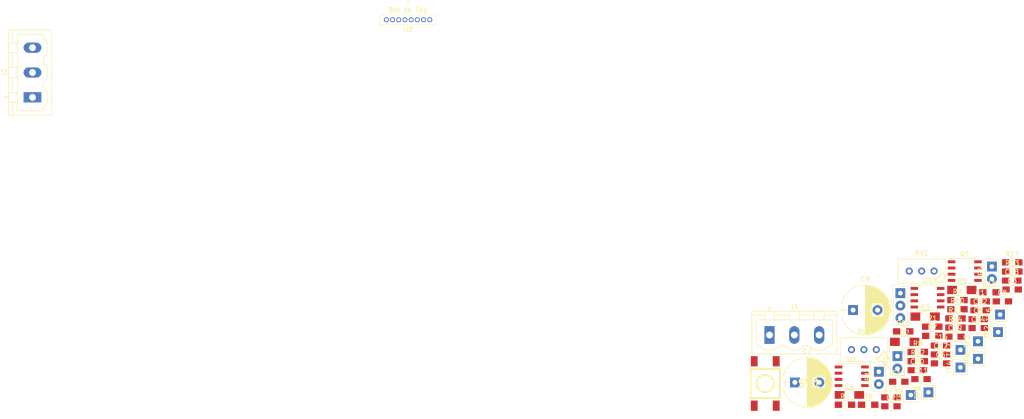
<source format=kicad_pcb>
(kicad_pcb (version 20171130) (host pcbnew "(5.0.2)-1")

  (general
    (thickness 1.6)
    (drawings 0)
    (tracks 0)
    (zones 0)
    (modules 57)
    (nets 31)
  )

  (page A4)
  (layers
    (0 F.Cu signal)
    (31 B.Cu signal)
    (32 B.Adhes user)
    (33 F.Adhes user)
    (34 B.Paste user)
    (35 F.Paste user)
    (36 B.SilkS user)
    (37 F.SilkS user)
    (38 B.Mask user)
    (39 F.Mask user)
    (40 Dwgs.User user)
    (41 Cmts.User user)
    (42 Eco1.User user)
    (43 Eco2.User user)
    (44 Edge.Cuts user)
    (45 Margin user)
    (46 B.CrtYd user)
    (47 F.CrtYd user)
    (48 B.Fab user)
    (49 F.Fab user)
  )

  (setup
    (last_trace_width 0.25)
    (trace_clearance 0.2)
    (zone_clearance 0.508)
    (zone_45_only no)
    (trace_min 0.2)
    (segment_width 0.2)
    (edge_width 0.15)
    (via_size 0.8)
    (via_drill 0.4)
    (via_min_size 0.4)
    (via_min_drill 0.3)
    (uvia_size 0.3)
    (uvia_drill 0.1)
    (uvias_allowed no)
    (uvia_min_size 0.2)
    (uvia_min_drill 0.1)
    (pcb_text_width 0.3)
    (pcb_text_size 1.5 1.5)
    (mod_edge_width 0.15)
    (mod_text_size 1 1)
    (mod_text_width 0.15)
    (pad_size 1.524 1.524)
    (pad_drill 0.762)
    (pad_to_mask_clearance 0.051)
    (solder_mask_min_width 0.25)
    (aux_axis_origin 0 0)
    (visible_elements FFFFF77F)
    (pcbplotparams
      (layerselection 0x010fc_ffffffff)
      (usegerberextensions false)
      (usegerberattributes false)
      (usegerberadvancedattributes false)
      (creategerberjobfile false)
      (excludeedgelayer true)
      (linewidth 0.100000)
      (plotframeref false)
      (viasonmask false)
      (mode 1)
      (useauxorigin false)
      (hpglpennumber 1)
      (hpglpenspeed 20)
      (hpglpendiameter 15.000000)
      (psnegative false)
      (psa4output false)
      (plotreference true)
      (plotvalue true)
      (plotinvisibletext false)
      (padsonsilk false)
      (subtractmaskfromsilk false)
      (outputformat 1)
      (mirror false)
      (drillshape 1)
      (scaleselection 1)
      (outputdirectory ""))
  )

  (net 0 "")
  (net 1 "Net-(C1-Pad2)")
  (net 2 "Net-(C1-Pad1)")
  (net 3 +12V)
  (net 4 GNDA)
  (net 5 -12V)
  (net 6 "Net-(C4-Pad1)")
  (net 7 "Net-(C5-Pad1)")
  (net 8 "Net-(C5-Pad2)")
  (net 9 +5V)
  (net 10 "Net-(C11-Pad1)")
  (net 11 "Net-(C11-Pad2)")
  (net 12 "Net-(C12-Pad2)")
  (net 13 "Net-(C12-Pad1)")
  (net 14 "Net-(C14-Pad2)")
  (net 15 "Net-(C15-Pad1)")
  (net 16 "Net-(C16-Pad1)")
  (net 17 "Net-(C20-Pad1)")
  (net 18 "Net-(C20-Pad2)")
  (net 19 "Net-(C21-Pad1)")
  (net 20 "Net-(C21-Pad2)")
  (net 21 "Net-(JP1-Pad2)")
  (net 22 "Net-(JP1-Pad1)")
  (net 23 "Net-(JP2-Pad2)")
  (net 24 "Net-(JP3-Pad1)")
  (net 25 "Net-(JP4-Pad2)")
  (net 26 "Net-(R2-Pad1)")
  (net 27 "Net-(R4-Pad2)")
  (net 28 "Net-(R5-Pad2)")
  (net 29 "Net-(R5-Pad1)")
  (net 30 "Net-(R13-Pad1)")

  (net_class Default "Ceci est la Netclass par défaut."
    (clearance 0.2)
    (trace_width 0.25)
    (via_dia 0.8)
    (via_drill 0.4)
    (uvia_dia 0.3)
    (uvia_drill 0.1)
    (add_net +12V)
    (add_net +5V)
    (add_net -12V)
    (add_net GNDA)
    (add_net "Net-(C1-Pad1)")
    (add_net "Net-(C1-Pad2)")
    (add_net "Net-(C11-Pad1)")
    (add_net "Net-(C11-Pad2)")
    (add_net "Net-(C12-Pad1)")
    (add_net "Net-(C12-Pad2)")
    (add_net "Net-(C14-Pad2)")
    (add_net "Net-(C15-Pad1)")
    (add_net "Net-(C16-Pad1)")
    (add_net "Net-(C20-Pad1)")
    (add_net "Net-(C20-Pad2)")
    (add_net "Net-(C21-Pad1)")
    (add_net "Net-(C21-Pad2)")
    (add_net "Net-(C4-Pad1)")
    (add_net "Net-(C5-Pad1)")
    (add_net "Net-(C5-Pad2)")
    (add_net "Net-(JP1-Pad1)")
    (add_net "Net-(JP1-Pad2)")
    (add_net "Net-(JP2-Pad2)")
    (add_net "Net-(JP3-Pad1)")
    (add_net "Net-(JP4-Pad2)")
    (add_net "Net-(R13-Pad1)")
    (add_net "Net-(R2-Pad1)")
    (add_net "Net-(R4-Pad2)")
    (add_net "Net-(R5-Pad1)")
    (add_net "Net-(R5-Pad2)")
  )

  (module Capacitors_SMD:C_0805_HandSoldering (layer F.Cu) (tedit 58AA84A8) (tstamp 5CB434AD)
    (at 249.765001 97.620001)
    (descr "Capacitor SMD 0805, hand soldering")
    (tags "capacitor 0805")
    (path /5CBF0052)
    (attr smd)
    (fp_text reference C1 (at 0 -1.75) (layer F.SilkS)
      (effects (font (size 1 1) (thickness 0.15)))
    )
    (fp_text value 100nF (at 0 1.75) (layer F.Fab)
      (effects (font (size 1 1) (thickness 0.15)))
    )
    (fp_line (start 2.25 0.87) (end -2.25 0.87) (layer F.CrtYd) (width 0.05))
    (fp_line (start 2.25 0.87) (end 2.25 -0.88) (layer F.CrtYd) (width 0.05))
    (fp_line (start -2.25 -0.88) (end -2.25 0.87) (layer F.CrtYd) (width 0.05))
    (fp_line (start -2.25 -0.88) (end 2.25 -0.88) (layer F.CrtYd) (width 0.05))
    (fp_line (start -0.5 0.85) (end 0.5 0.85) (layer F.SilkS) (width 0.12))
    (fp_line (start 0.5 -0.85) (end -0.5 -0.85) (layer F.SilkS) (width 0.12))
    (fp_line (start -1 -0.62) (end 1 -0.62) (layer F.Fab) (width 0.1))
    (fp_line (start 1 -0.62) (end 1 0.62) (layer F.Fab) (width 0.1))
    (fp_line (start 1 0.62) (end -1 0.62) (layer F.Fab) (width 0.1))
    (fp_line (start -1 0.62) (end -1 -0.62) (layer F.Fab) (width 0.1))
    (fp_text user %R (at 0 -1.75) (layer F.Fab)
      (effects (font (size 1 1) (thickness 0.15)))
    )
    (pad 2 smd rect (at 1.25 0) (size 1.5 1.25) (layers F.Cu F.Paste F.Mask)
      (net 1 "Net-(C1-Pad2)"))
    (pad 1 smd rect (at -1.25 0) (size 1.5 1.25) (layers F.Cu F.Paste F.Mask)
      (net 2 "Net-(C1-Pad1)"))
    (model Capacitors_SMD.3dshapes/C_0805.wrl
      (at (xyz 0 0 0))
      (scale (xyz 1 1 1))
      (rotate (xyz 0 0 0))
    )
  )

  (module Capacitors_SMD:C_0805_HandSoldering (layer F.Cu) (tedit 58AA84A8) (tstamp 5CB434BE)
    (at 231.505001 119.080001)
    (descr "Capacitor SMD 0805, hand soldering")
    (tags "capacitor 0805")
    (path /5CB47629)
    (attr smd)
    (fp_text reference C2 (at 0 -1.75) (layer F.SilkS)
      (effects (font (size 1 1) (thickness 0.15)))
    )
    (fp_text value 100nF (at 0 1.75) (layer F.Fab)
      (effects (font (size 1 1) (thickness 0.15)))
    )
    (fp_text user %R (at 0 -1.75) (layer F.Fab)
      (effects (font (size 1 1) (thickness 0.15)))
    )
    (fp_line (start -1 0.62) (end -1 -0.62) (layer F.Fab) (width 0.1))
    (fp_line (start 1 0.62) (end -1 0.62) (layer F.Fab) (width 0.1))
    (fp_line (start 1 -0.62) (end 1 0.62) (layer F.Fab) (width 0.1))
    (fp_line (start -1 -0.62) (end 1 -0.62) (layer F.Fab) (width 0.1))
    (fp_line (start 0.5 -0.85) (end -0.5 -0.85) (layer F.SilkS) (width 0.12))
    (fp_line (start -0.5 0.85) (end 0.5 0.85) (layer F.SilkS) (width 0.12))
    (fp_line (start -2.25 -0.88) (end 2.25 -0.88) (layer F.CrtYd) (width 0.05))
    (fp_line (start -2.25 -0.88) (end -2.25 0.87) (layer F.CrtYd) (width 0.05))
    (fp_line (start 2.25 0.87) (end 2.25 -0.88) (layer F.CrtYd) (width 0.05))
    (fp_line (start 2.25 0.87) (end -2.25 0.87) (layer F.CrtYd) (width 0.05))
    (pad 1 smd rect (at -1.25 0) (size 1.5 1.25) (layers F.Cu F.Paste F.Mask)
      (net 3 +12V))
    (pad 2 smd rect (at 1.25 0) (size 1.5 1.25) (layers F.Cu F.Paste F.Mask)
      (net 4 GNDA))
    (model Capacitors_SMD.3dshapes/C_0805.wrl
      (at (xyz 0 0 0))
      (scale (xyz 1 1 1))
      (rotate (xyz 0 0 0))
    )
  )

  (module Capacitors_SMD:C_0805_HandSoldering (layer F.Cu) (tedit 58AA84A8) (tstamp 5CB434CF)
    (at 256.315001 95.190001)
    (descr "Capacitor SMD 0805, hand soldering")
    (tags "capacitor 0805")
    (path /5CB4E3CB)
    (attr smd)
    (fp_text reference C3 (at 0 -1.75) (layer F.SilkS)
      (effects (font (size 1 1) (thickness 0.15)))
    )
    (fp_text value 100nF (at 0 1.75) (layer F.Fab)
      (effects (font (size 1 1) (thickness 0.15)))
    )
    (fp_line (start 2.25 0.87) (end -2.25 0.87) (layer F.CrtYd) (width 0.05))
    (fp_line (start 2.25 0.87) (end 2.25 -0.88) (layer F.CrtYd) (width 0.05))
    (fp_line (start -2.25 -0.88) (end -2.25 0.87) (layer F.CrtYd) (width 0.05))
    (fp_line (start -2.25 -0.88) (end 2.25 -0.88) (layer F.CrtYd) (width 0.05))
    (fp_line (start -0.5 0.85) (end 0.5 0.85) (layer F.SilkS) (width 0.12))
    (fp_line (start 0.5 -0.85) (end -0.5 -0.85) (layer F.SilkS) (width 0.12))
    (fp_line (start -1 -0.62) (end 1 -0.62) (layer F.Fab) (width 0.1))
    (fp_line (start 1 -0.62) (end 1 0.62) (layer F.Fab) (width 0.1))
    (fp_line (start 1 0.62) (end -1 0.62) (layer F.Fab) (width 0.1))
    (fp_line (start -1 0.62) (end -1 -0.62) (layer F.Fab) (width 0.1))
    (fp_text user %R (at 0 -1.75) (layer F.Fab)
      (effects (font (size 1 1) (thickness 0.15)))
    )
    (pad 2 smd rect (at 1.25 0) (size 1.5 1.25) (layers F.Cu F.Paste F.Mask)
      (net 5 -12V))
    (pad 1 smd rect (at -1.25 0) (size 1.5 1.25) (layers F.Cu F.Paste F.Mask)
      (net 4 GNDA))
    (model Capacitors_SMD.3dshapes/C_0805.wrl
      (at (xyz 0 0 0))
      (scale (xyz 1 1 1))
      (rotate (xyz 0 0 0))
    )
  )

  (module Capacitors_SMD:C_1206_HandSoldering (layer F.Cu) (tedit 58AA84D1) (tstamp 5CB434E0)
    (at 223.005001 116.750001)
    (descr "Capacitor SMD 1206, hand soldering")
    (tags "capacitor 1206")
    (path /5CC0AE05)
    (attr smd)
    (fp_text reference C4 (at 0 -1.75) (layer F.SilkS)
      (effects (font (size 1 1) (thickness 0.15)))
    )
    (fp_text value "10uF 25V" (at 0 2) (layer F.Fab)
      (effects (font (size 1 1) (thickness 0.15)))
    )
    (fp_line (start 3.25 1.05) (end -3.25 1.05) (layer F.CrtYd) (width 0.05))
    (fp_line (start 3.25 1.05) (end 3.25 -1.05) (layer F.CrtYd) (width 0.05))
    (fp_line (start -3.25 -1.05) (end -3.25 1.05) (layer F.CrtYd) (width 0.05))
    (fp_line (start -3.25 -1.05) (end 3.25 -1.05) (layer F.CrtYd) (width 0.05))
    (fp_line (start -1 1.02) (end 1 1.02) (layer F.SilkS) (width 0.12))
    (fp_line (start 1 -1.02) (end -1 -1.02) (layer F.SilkS) (width 0.12))
    (fp_line (start -1.6 -0.8) (end 1.6 -0.8) (layer F.Fab) (width 0.1))
    (fp_line (start 1.6 -0.8) (end 1.6 0.8) (layer F.Fab) (width 0.1))
    (fp_line (start 1.6 0.8) (end -1.6 0.8) (layer F.Fab) (width 0.1))
    (fp_line (start -1.6 0.8) (end -1.6 -0.8) (layer F.Fab) (width 0.1))
    (fp_text user %R (at 0 -1.75) (layer F.Fab)
      (effects (font (size 1 1) (thickness 0.15)))
    )
    (pad 2 smd rect (at 2 0) (size 2 1.6) (layers F.Cu F.Paste F.Mask)
      (net 4 GNDA))
    (pad 1 smd rect (at -2 0) (size 2 1.6) (layers F.Cu F.Paste F.Mask)
      (net 6 "Net-(C4-Pad1)"))
    (model Capacitors_SMD.3dshapes/C_1206.wrl
      (at (xyz 0 0 0))
      (scale (xyz 1 1 1))
      (rotate (xyz 0 0 0))
    )
  )

  (module Capacitors_SMD:C_0805_HandSoldering (layer F.Cu) (tedit 58AA84A8) (tstamp 5CB434F1)
    (at 241.655001 110.300001)
    (descr "Capacitor SMD 0805, hand soldering")
    (tags "capacitor 0805")
    (path /5CBAE5E9)
    (attr smd)
    (fp_text reference C5 (at 0 -1.75) (layer F.SilkS)
      (effects (font (size 1 1) (thickness 0.15)))
    )
    (fp_text value 470nF (at 0 1.75) (layer F.Fab)
      (effects (font (size 1 1) (thickness 0.15)))
    )
    (fp_text user %R (at 0 -1.75) (layer F.Fab)
      (effects (font (size 1 1) (thickness 0.15)))
    )
    (fp_line (start -1 0.62) (end -1 -0.62) (layer F.Fab) (width 0.1))
    (fp_line (start 1 0.62) (end -1 0.62) (layer F.Fab) (width 0.1))
    (fp_line (start 1 -0.62) (end 1 0.62) (layer F.Fab) (width 0.1))
    (fp_line (start -1 -0.62) (end 1 -0.62) (layer F.Fab) (width 0.1))
    (fp_line (start 0.5 -0.85) (end -0.5 -0.85) (layer F.SilkS) (width 0.12))
    (fp_line (start -0.5 0.85) (end 0.5 0.85) (layer F.SilkS) (width 0.12))
    (fp_line (start -2.25 -0.88) (end 2.25 -0.88) (layer F.CrtYd) (width 0.05))
    (fp_line (start -2.25 -0.88) (end -2.25 0.87) (layer F.CrtYd) (width 0.05))
    (fp_line (start 2.25 0.87) (end 2.25 -0.88) (layer F.CrtYd) (width 0.05))
    (fp_line (start 2.25 0.87) (end -2.25 0.87) (layer F.CrtYd) (width 0.05))
    (pad 1 smd rect (at -1.25 0) (size 1.5 1.25) (layers F.Cu F.Paste F.Mask)
      (net 7 "Net-(C5-Pad1)"))
    (pad 2 smd rect (at 1.25 0) (size 1.5 1.25) (layers F.Cu F.Paste F.Mask)
      (net 8 "Net-(C5-Pad2)"))
    (model Capacitors_SMD.3dshapes/C_0805.wrl
      (at (xyz 0 0 0))
      (scale (xyz 1 1 1))
      (rotate (xyz 0 0 0))
    )
  )

  (module Capacitors_SMD:C_0805_HandSoldering (layer F.Cu) (tedit 58AA84A8) (tstamp 5CB43502)
    (at 249.365001 101.260001)
    (descr "Capacitor SMD 0805, hand soldering")
    (tags "capacitor 0805")
    (path /5CBB3B67)
    (attr smd)
    (fp_text reference C6 (at 0 -1.75) (layer F.SilkS)
      (effects (font (size 1 1) (thickness 0.15)))
    )
    (fp_text value 470nF (at 0 1.75) (layer F.Fab)
      (effects (font (size 1 1) (thickness 0.15)))
    )
    (fp_line (start 2.25 0.87) (end -2.25 0.87) (layer F.CrtYd) (width 0.05))
    (fp_line (start 2.25 0.87) (end 2.25 -0.88) (layer F.CrtYd) (width 0.05))
    (fp_line (start -2.25 -0.88) (end -2.25 0.87) (layer F.CrtYd) (width 0.05))
    (fp_line (start -2.25 -0.88) (end 2.25 -0.88) (layer F.CrtYd) (width 0.05))
    (fp_line (start -0.5 0.85) (end 0.5 0.85) (layer F.SilkS) (width 0.12))
    (fp_line (start 0.5 -0.85) (end -0.5 -0.85) (layer F.SilkS) (width 0.12))
    (fp_line (start -1 -0.62) (end 1 -0.62) (layer F.Fab) (width 0.1))
    (fp_line (start 1 -0.62) (end 1 0.62) (layer F.Fab) (width 0.1))
    (fp_line (start 1 0.62) (end -1 0.62) (layer F.Fab) (width 0.1))
    (fp_line (start -1 0.62) (end -1 -0.62) (layer F.Fab) (width 0.1))
    (fp_text user %R (at 0 -1.75) (layer F.Fab)
      (effects (font (size 1 1) (thickness 0.15)))
    )
    (pad 2 smd rect (at 1.25 0) (size 1.5 1.25) (layers F.Cu F.Paste F.Mask)
      (net 8 "Net-(C5-Pad2)"))
    (pad 1 smd rect (at -1.25 0) (size 1.5 1.25) (layers F.Cu F.Paste F.Mask)
      (net 7 "Net-(C5-Pad1)"))
    (model Capacitors_SMD.3dshapes/C_0805.wrl
      (at (xyz 0 0 0))
      (scale (xyz 1 1 1))
      (rotate (xyz 0 0 0))
    )
  )

  (module Capacitors_THT:CP_Radial_D10.0mm_P5.00mm (layer F.Cu) (tedit 597BC7C2) (tstamp 5CB435D0)
    (at 211.855001 114.195001)
    (descr "CP, Radial series, Radial, pin pitch=5.00mm, , diameter=10mm, Electrolytic Capacitor")
    (tags "CP Radial series Radial pin pitch 5.00mm  diameter 10mm Electrolytic Capacitor")
    (path /5CB11DAF)
    (fp_text reference C7 (at 2.5 -6.31) (layer F.SilkS)
      (effects (font (size 1 1) (thickness 0.15)))
    )
    (fp_text value "100uF 25V" (at 2.5 6.31) (layer F.Fab)
      (effects (font (size 1 1) (thickness 0.15)))
    )
    (fp_text user %R (at 2.5 0) (layer F.Fab)
      (effects (font (size 1 1) (thickness 0.15)))
    )
    (fp_line (start 7.85 -5.35) (end -2.85 -5.35) (layer F.CrtYd) (width 0.05))
    (fp_line (start 7.85 5.35) (end 7.85 -5.35) (layer F.CrtYd) (width 0.05))
    (fp_line (start -2.85 5.35) (end 7.85 5.35) (layer F.CrtYd) (width 0.05))
    (fp_line (start -2.85 -5.35) (end -2.85 5.35) (layer F.CrtYd) (width 0.05))
    (fp_line (start -1.95 -0.75) (end -1.95 0.75) (layer F.SilkS) (width 0.12))
    (fp_line (start -2.7 0) (end -1.2 0) (layer F.SilkS) (width 0.12))
    (fp_line (start 7.581 -0.279) (end 7.581 0.279) (layer F.SilkS) (width 0.12))
    (fp_line (start 7.541 -0.672) (end 7.541 0.672) (layer F.SilkS) (width 0.12))
    (fp_line (start 7.501 -0.913) (end 7.501 0.913) (layer F.SilkS) (width 0.12))
    (fp_line (start 7.461 -1.104) (end 7.461 1.104) (layer F.SilkS) (width 0.12))
    (fp_line (start 7.421 -1.265) (end 7.421 1.265) (layer F.SilkS) (width 0.12))
    (fp_line (start 7.381 -1.407) (end 7.381 1.407) (layer F.SilkS) (width 0.12))
    (fp_line (start 7.341 -1.536) (end 7.341 1.536) (layer F.SilkS) (width 0.12))
    (fp_line (start 7.301 -1.654) (end 7.301 1.654) (layer F.SilkS) (width 0.12))
    (fp_line (start 7.261 -1.763) (end 7.261 1.763) (layer F.SilkS) (width 0.12))
    (fp_line (start 7.221 -1.866) (end 7.221 1.866) (layer F.SilkS) (width 0.12))
    (fp_line (start 7.181 -1.962) (end 7.181 1.962) (layer F.SilkS) (width 0.12))
    (fp_line (start 7.141 -2.053) (end 7.141 2.053) (layer F.SilkS) (width 0.12))
    (fp_line (start 7.101 -2.14) (end 7.101 2.14) (layer F.SilkS) (width 0.12))
    (fp_line (start 7.061 -2.222) (end 7.061 2.222) (layer F.SilkS) (width 0.12))
    (fp_line (start 7.021 -2.301) (end 7.021 2.301) (layer F.SilkS) (width 0.12))
    (fp_line (start 6.981 -2.377) (end 6.981 2.377) (layer F.SilkS) (width 0.12))
    (fp_line (start 6.941 -2.449) (end 6.941 2.449) (layer F.SilkS) (width 0.12))
    (fp_line (start 6.901 -2.519) (end 6.901 2.519) (layer F.SilkS) (width 0.12))
    (fp_line (start 6.861 -2.587) (end 6.861 2.587) (layer F.SilkS) (width 0.12))
    (fp_line (start 6.821 -2.652) (end 6.821 2.652) (layer F.SilkS) (width 0.12))
    (fp_line (start 6.781 -2.715) (end 6.781 2.715) (layer F.SilkS) (width 0.12))
    (fp_line (start 6.741 -2.777) (end 6.741 2.777) (layer F.SilkS) (width 0.12))
    (fp_line (start 6.701 -2.836) (end 6.701 2.836) (layer F.SilkS) (width 0.12))
    (fp_line (start 6.661 -2.894) (end 6.661 2.894) (layer F.SilkS) (width 0.12))
    (fp_line (start 6.621 -2.949) (end 6.621 2.949) (layer F.SilkS) (width 0.12))
    (fp_line (start 6.581 -3.004) (end 6.581 3.004) (layer F.SilkS) (width 0.12))
    (fp_line (start 6.541 -3.057) (end 6.541 3.057) (layer F.SilkS) (width 0.12))
    (fp_line (start 6.501 -3.108) (end 6.501 3.108) (layer F.SilkS) (width 0.12))
    (fp_line (start 6.461 -3.158) (end 6.461 3.158) (layer F.SilkS) (width 0.12))
    (fp_line (start 6.421 -3.207) (end 6.421 3.207) (layer F.SilkS) (width 0.12))
    (fp_line (start 6.381 -3.255) (end 6.381 3.255) (layer F.SilkS) (width 0.12))
    (fp_line (start 6.341 -3.302) (end 6.341 3.302) (layer F.SilkS) (width 0.12))
    (fp_line (start 6.301 -3.347) (end 6.301 3.347) (layer F.SilkS) (width 0.12))
    (fp_line (start 6.261 -3.391) (end 6.261 3.391) (layer F.SilkS) (width 0.12))
    (fp_line (start 6.221 -3.435) (end 6.221 3.435) (layer F.SilkS) (width 0.12))
    (fp_line (start 6.181 -3.477) (end 6.181 3.477) (layer F.SilkS) (width 0.12))
    (fp_line (start 6.141 1.181) (end 6.141 3.518) (layer F.SilkS) (width 0.12))
    (fp_line (start 6.141 -3.518) (end 6.141 -1.181) (layer F.SilkS) (width 0.12))
    (fp_line (start 6.101 1.181) (end 6.101 3.559) (layer F.SilkS) (width 0.12))
    (fp_line (start 6.101 -3.559) (end 6.101 -1.181) (layer F.SilkS) (width 0.12))
    (fp_line (start 6.061 1.181) (end 6.061 3.598) (layer F.SilkS) (width 0.12))
    (fp_line (start 6.061 -3.598) (end 6.061 -1.181) (layer F.SilkS) (width 0.12))
    (fp_line (start 6.021 1.181) (end 6.021 3.637) (layer F.SilkS) (width 0.12))
    (fp_line (start 6.021 -3.637) (end 6.021 -1.181) (layer F.SilkS) (width 0.12))
    (fp_line (start 5.981 1.181) (end 5.981 3.675) (layer F.SilkS) (width 0.12))
    (fp_line (start 5.981 -3.675) (end 5.981 -1.181) (layer F.SilkS) (width 0.12))
    (fp_line (start 5.941 1.181) (end 5.941 3.712) (layer F.SilkS) (width 0.12))
    (fp_line (start 5.941 -3.712) (end 5.941 -1.181) (layer F.SilkS) (width 0.12))
    (fp_line (start 5.901 1.181) (end 5.901 3.748) (layer F.SilkS) (width 0.12))
    (fp_line (start 5.901 -3.748) (end 5.901 -1.181) (layer F.SilkS) (width 0.12))
    (fp_line (start 5.861 1.181) (end 5.861 3.784) (layer F.SilkS) (width 0.12))
    (fp_line (start 5.861 -3.784) (end 5.861 -1.181) (layer F.SilkS) (width 0.12))
    (fp_line (start 5.821 1.181) (end 5.821 3.819) (layer F.SilkS) (width 0.12))
    (fp_line (start 5.821 -3.819) (end 5.821 -1.181) (layer F.SilkS) (width 0.12))
    (fp_line (start 5.781 1.181) (end 5.781 3.853) (layer F.SilkS) (width 0.12))
    (fp_line (start 5.781 -3.853) (end 5.781 -1.181) (layer F.SilkS) (width 0.12))
    (fp_line (start 5.741 1.181) (end 5.741 3.886) (layer F.SilkS) (width 0.12))
    (fp_line (start 5.741 -3.886) (end 5.741 -1.181) (layer F.SilkS) (width 0.12))
    (fp_line (start 5.701 1.181) (end 5.701 3.919) (layer F.SilkS) (width 0.12))
    (fp_line (start 5.701 -3.919) (end 5.701 -1.181) (layer F.SilkS) (width 0.12))
    (fp_line (start 5.661 1.181) (end 5.661 3.951) (layer F.SilkS) (width 0.12))
    (fp_line (start 5.661 -3.951) (end 5.661 -1.181) (layer F.SilkS) (width 0.12))
    (fp_line (start 5.621 1.181) (end 5.621 3.982) (layer F.SilkS) (width 0.12))
    (fp_line (start 5.621 -3.982) (end 5.621 -1.181) (layer F.SilkS) (width 0.12))
    (fp_line (start 5.581 1.181) (end 5.581 4.013) (layer F.SilkS) (width 0.12))
    (fp_line (start 5.581 -4.013) (end 5.581 -1.181) (layer F.SilkS) (width 0.12))
    (fp_line (start 5.541 1.181) (end 5.541 4.043) (layer F.SilkS) (width 0.12))
    (fp_line (start 5.541 -4.043) (end 5.541 -1.181) (layer F.SilkS) (width 0.12))
    (fp_line (start 5.501 1.181) (end 5.501 4.072) (layer F.SilkS) (width 0.12))
    (fp_line (start 5.501 -4.072) (end 5.501 -1.181) (layer F.SilkS) (width 0.12))
    (fp_line (start 5.461 1.181) (end 5.461 4.101) (layer F.SilkS) (width 0.12))
    (fp_line (start 5.461 -4.101) (end 5.461 -1.181) (layer F.SilkS) (width 0.12))
    (fp_line (start 5.421 1.181) (end 5.421 4.13) (layer F.SilkS) (width 0.12))
    (fp_line (start 5.421 -4.13) (end 5.421 -1.181) (layer F.SilkS) (width 0.12))
    (fp_line (start 5.381 1.181) (end 5.381 4.157) (layer F.SilkS) (width 0.12))
    (fp_line (start 5.381 -4.157) (end 5.381 -1.181) (layer F.SilkS) (width 0.12))
    (fp_line (start 5.341 1.181) (end 5.341 4.185) (layer F.SilkS) (width 0.12))
    (fp_line (start 5.341 -4.185) (end 5.341 -1.181) (layer F.SilkS) (width 0.12))
    (fp_line (start 5.301 1.181) (end 5.301 4.211) (layer F.SilkS) (width 0.12))
    (fp_line (start 5.301 -4.211) (end 5.301 -1.181) (layer F.SilkS) (width 0.12))
    (fp_line (start 5.261 1.181) (end 5.261 4.237) (layer F.SilkS) (width 0.12))
    (fp_line (start 5.261 -4.237) (end 5.261 -1.181) (layer F.SilkS) (width 0.12))
    (fp_line (start 5.221 1.181) (end 5.221 4.263) (layer F.SilkS) (width 0.12))
    (fp_line (start 5.221 -4.263) (end 5.221 -1.181) (layer F.SilkS) (width 0.12))
    (fp_line (start 5.181 1.181) (end 5.181 4.288) (layer F.SilkS) (width 0.12))
    (fp_line (start 5.181 -4.288) (end 5.181 -1.181) (layer F.SilkS) (width 0.12))
    (fp_line (start 5.141 1.181) (end 5.141 4.312) (layer F.SilkS) (width 0.12))
    (fp_line (start 5.141 -4.312) (end 5.141 -1.181) (layer F.SilkS) (width 0.12))
    (fp_line (start 5.101 1.181) (end 5.101 4.336) (layer F.SilkS) (width 0.12))
    (fp_line (start 5.101 -4.336) (end 5.101 -1.181) (layer F.SilkS) (width 0.12))
    (fp_line (start 5.061 1.181) (end 5.061 4.36) (layer F.SilkS) (width 0.12))
    (fp_line (start 5.061 -4.36) (end 5.061 -1.181) (layer F.SilkS) (width 0.12))
    (fp_line (start 5.021 1.181) (end 5.021 4.383) (layer F.SilkS) (width 0.12))
    (fp_line (start 5.021 -4.383) (end 5.021 -1.181) (layer F.SilkS) (width 0.12))
    (fp_line (start 4.981 1.181) (end 4.981 4.405) (layer F.SilkS) (width 0.12))
    (fp_line (start 4.981 -4.405) (end 4.981 -1.181) (layer F.SilkS) (width 0.12))
    (fp_line (start 4.941 1.181) (end 4.941 4.428) (layer F.SilkS) (width 0.12))
    (fp_line (start 4.941 -4.428) (end 4.941 -1.181) (layer F.SilkS) (width 0.12))
    (fp_line (start 4.901 1.181) (end 4.901 4.449) (layer F.SilkS) (width 0.12))
    (fp_line (start 4.901 -4.449) (end 4.901 -1.181) (layer F.SilkS) (width 0.12))
    (fp_line (start 4.861 1.181) (end 4.861 4.47) (layer F.SilkS) (width 0.12))
    (fp_line (start 4.861 -4.47) (end 4.861 -1.181) (layer F.SilkS) (width 0.12))
    (fp_line (start 4.821 1.181) (end 4.821 4.491) (layer F.SilkS) (width 0.12))
    (fp_line (start 4.821 -4.491) (end 4.821 -1.181) (layer F.SilkS) (width 0.12))
    (fp_line (start 4.781 1.181) (end 4.781 4.511) (layer F.SilkS) (width 0.12))
    (fp_line (start 4.781 -4.511) (end 4.781 -1.181) (layer F.SilkS) (width 0.12))
    (fp_line (start 4.741 1.181) (end 4.741 4.531) (layer F.SilkS) (width 0.12))
    (fp_line (start 4.741 -4.531) (end 4.741 -1.181) (layer F.SilkS) (width 0.12))
    (fp_line (start 4.701 1.181) (end 4.701 4.55) (layer F.SilkS) (width 0.12))
    (fp_line (start 4.701 -4.55) (end 4.701 -1.181) (layer F.SilkS) (width 0.12))
    (fp_line (start 4.661 1.181) (end 4.661 4.569) (layer F.SilkS) (width 0.12))
    (fp_line (start 4.661 -4.569) (end 4.661 -1.181) (layer F.SilkS) (width 0.12))
    (fp_line (start 4.621 1.181) (end 4.621 4.588) (layer F.SilkS) (width 0.12))
    (fp_line (start 4.621 -4.588) (end 4.621 -1.181) (layer F.SilkS) (width 0.12))
    (fp_line (start 4.581 1.181) (end 4.581 4.606) (layer F.SilkS) (width 0.12))
    (fp_line (start 4.581 -4.606) (end 4.581 -1.181) (layer F.SilkS) (width 0.12))
    (fp_line (start 4.541 1.181) (end 4.541 4.624) (layer F.SilkS) (width 0.12))
    (fp_line (start 4.541 -4.624) (end 4.541 -1.181) (layer F.SilkS) (width 0.12))
    (fp_line (start 4.501 1.181) (end 4.501 4.641) (layer F.SilkS) (width 0.12))
    (fp_line (start 4.501 -4.641) (end 4.501 -1.181) (layer F.SilkS) (width 0.12))
    (fp_line (start 4.461 1.181) (end 4.461 4.658) (layer F.SilkS) (width 0.12))
    (fp_line (start 4.461 -4.658) (end 4.461 -1.181) (layer F.SilkS) (width 0.12))
    (fp_line (start 4.421 1.181) (end 4.421 4.674) (layer F.SilkS) (width 0.12))
    (fp_line (start 4.421 -4.674) (end 4.421 -1.181) (layer F.SilkS) (width 0.12))
    (fp_line (start 4.381 1.181) (end 4.381 4.691) (layer F.SilkS) (width 0.12))
    (fp_line (start 4.381 -4.691) (end 4.381 -1.181) (layer F.SilkS) (width 0.12))
    (fp_line (start 4.341 1.181) (end 4.341 4.706) (layer F.SilkS) (width 0.12))
    (fp_line (start 4.341 -4.706) (end 4.341 -1.181) (layer F.SilkS) (width 0.12))
    (fp_line (start 4.301 1.181) (end 4.301 4.722) (layer F.SilkS) (width 0.12))
    (fp_line (start 4.301 -4.722) (end 4.301 -1.181) (layer F.SilkS) (width 0.12))
    (fp_line (start 4.261 1.181) (end 4.261 4.737) (layer F.SilkS) (width 0.12))
    (fp_line (start 4.261 -4.737) (end 4.261 -1.181) (layer F.SilkS) (width 0.12))
    (fp_line (start 4.221 1.181) (end 4.221 4.751) (layer F.SilkS) (width 0.12))
    (fp_line (start 4.221 -4.751) (end 4.221 -1.181) (layer F.SilkS) (width 0.12))
    (fp_line (start 4.181 1.181) (end 4.181 4.765) (layer F.SilkS) (width 0.12))
    (fp_line (start 4.181 -4.765) (end 4.181 -1.181) (layer F.SilkS) (width 0.12))
    (fp_line (start 4.141 1.181) (end 4.141 4.779) (layer F.SilkS) (width 0.12))
    (fp_line (start 4.141 -4.779) (end 4.141 -1.181) (layer F.SilkS) (width 0.12))
    (fp_line (start 4.101 1.181) (end 4.101 4.792) (layer F.SilkS) (width 0.12))
    (fp_line (start 4.101 -4.792) (end 4.101 -1.181) (layer F.SilkS) (width 0.12))
    (fp_line (start 4.061 1.181) (end 4.061 4.806) (layer F.SilkS) (width 0.12))
    (fp_line (start 4.061 -4.806) (end 4.061 -1.181) (layer F.SilkS) (width 0.12))
    (fp_line (start 4.021 1.181) (end 4.021 4.818) (layer F.SilkS) (width 0.12))
    (fp_line (start 4.021 -4.818) (end 4.021 -1.181) (layer F.SilkS) (width 0.12))
    (fp_line (start 3.981 1.181) (end 3.981 4.831) (layer F.SilkS) (width 0.12))
    (fp_line (start 3.981 -4.831) (end 3.981 -1.181) (layer F.SilkS) (width 0.12))
    (fp_line (start 3.941 1.181) (end 3.941 4.843) (layer F.SilkS) (width 0.12))
    (fp_line (start 3.941 -4.843) (end 3.941 -1.181) (layer F.SilkS) (width 0.12))
    (fp_line (start 3.901 1.181) (end 3.901 4.854) (layer F.SilkS) (width 0.12))
    (fp_line (start 3.901 -4.854) (end 3.901 -1.181) (layer F.SilkS) (width 0.12))
    (fp_line (start 3.861 1.181) (end 3.861 4.865) (layer F.SilkS) (width 0.12))
    (fp_line (start 3.861 -4.865) (end 3.861 -1.181) (layer F.SilkS) (width 0.12))
    (fp_line (start 3.821 1.181) (end 3.821 4.876) (layer F.SilkS) (width 0.12))
    (fp_line (start 3.821 -4.876) (end 3.821 -1.181) (layer F.SilkS) (width 0.12))
    (fp_line (start 3.781 -4.887) (end 3.781 4.887) (layer F.SilkS) (width 0.12))
    (fp_line (start 3.741 -4.897) (end 3.741 4.897) (layer F.SilkS) (width 0.12))
    (fp_line (start 3.701 -4.907) (end 3.701 4.907) (layer F.SilkS) (width 0.12))
    (fp_line (start 3.661 -4.917) (end 3.661 4.917) (layer F.SilkS) (width 0.12))
    (fp_line (start 3.621 -4.926) (end 3.621 4.926) (layer F.SilkS) (width 0.12))
    (fp_line (start 3.581 -4.935) (end 3.581 4.935) (layer F.SilkS) (width 0.12))
    (fp_line (start 3.541 -4.943) (end 3.541 4.943) (layer F.SilkS) (width 0.12))
    (fp_line (start 3.501 -4.951) (end 3.501 4.951) (layer F.SilkS) (width 0.12))
    (fp_line (start 3.461 -4.959) (end 3.461 4.959) (layer F.SilkS) (width 0.12))
    (fp_line (start 3.421 -4.967) (end 3.421 4.967) (layer F.SilkS) (width 0.12))
    (fp_line (start 3.381 -4.974) (end 3.381 4.974) (layer F.SilkS) (width 0.12))
    (fp_line (start 3.341 -4.981) (end 3.341 4.981) (layer F.SilkS) (width 0.12))
    (fp_line (start 3.301 -4.987) (end 3.301 4.987) (layer F.SilkS) (width 0.12))
    (fp_line (start 3.261 -4.993) (end 3.261 4.993) (layer F.SilkS) (width 0.12))
    (fp_line (start 3.221 -4.999) (end 3.221 4.999) (layer F.SilkS) (width 0.12))
    (fp_line (start 3.18 -5.005) (end 3.18 5.005) (layer F.SilkS) (width 0.12))
    (fp_line (start 3.14 -5.01) (end 3.14 5.01) (layer F.SilkS) (width 0.12))
    (fp_line (start 3.1 -5.015) (end 3.1 5.015) (layer F.SilkS) (width 0.12))
    (fp_line (start 3.06 -5.02) (end 3.06 5.02) (layer F.SilkS) (width 0.12))
    (fp_line (start 3.02 -5.024) (end 3.02 5.024) (layer F.SilkS) (width 0.12))
    (fp_line (start 2.98 -5.028) (end 2.98 5.028) (layer F.SilkS) (width 0.12))
    (fp_line (start 2.94 -5.031) (end 2.94 5.031) (layer F.SilkS) (width 0.12))
    (fp_line (start 2.9 -5.035) (end 2.9 5.035) (layer F.SilkS) (width 0.12))
    (fp_line (start 2.86 -5.038) (end 2.86 5.038) (layer F.SilkS) (width 0.12))
    (fp_line (start 2.82 -5.04) (end 2.82 5.04) (layer F.SilkS) (width 0.12))
    (fp_line (start 2.78 -5.043) (end 2.78 5.043) (layer F.SilkS) (width 0.12))
    (fp_line (start 2.74 -5.045) (end 2.74 5.045) (layer F.SilkS) (width 0.12))
    (fp_line (start 2.7 -5.047) (end 2.7 5.047) (layer F.SilkS) (width 0.12))
    (fp_line (start 2.66 -5.048) (end 2.66 5.048) (layer F.SilkS) (width 0.12))
    (fp_line (start 2.62 -5.049) (end 2.62 5.049) (layer F.SilkS) (width 0.12))
    (fp_line (start 2.58 -5.05) (end 2.58 5.05) (layer F.SilkS) (width 0.12))
    (fp_line (start 2.54 -5.05) (end 2.54 5.05) (layer F.SilkS) (width 0.12))
    (fp_line (start 2.5 -5.05) (end 2.5 5.05) (layer F.SilkS) (width 0.12))
    (fp_line (start -1.95 -0.75) (end -1.95 0.75) (layer F.Fab) (width 0.1))
    (fp_line (start -2.7 0) (end -1.2 0) (layer F.Fab) (width 0.1))
    (fp_circle (center 2.5 0) (end 7.5 0) (layer F.Fab) (width 0.1))
    (fp_arc (start 2.5 0) (end 7.399357 -1.38) (angle 31.5) (layer F.SilkS) (width 0.12))
    (fp_arc (start 2.5 0) (end -2.399357 1.38) (angle -148.5) (layer F.SilkS) (width 0.12))
    (fp_arc (start 2.5 0) (end -2.399357 -1.38) (angle 148.5) (layer F.SilkS) (width 0.12))
    (pad 2 thru_hole circle (at 5 0) (size 2 2) (drill 1) (layers *.Cu *.Mask)
      (net 4 GNDA))
    (pad 1 thru_hole rect (at 0 0) (size 2 2) (drill 1) (layers *.Cu *.Mask)
      (net 3 +12V))
    (model ${KISYS3DMOD}/Capacitors_THT.3dshapes/CP_Radial_D10.0mm_P5.00mm.wrl
      (at (xyz 0 0 0))
      (scale (xyz 1 1 1))
      (rotate (xyz 0 0 0))
    )
  )

  (module Capacitors_SMD:C_0805_HandSoldering (layer F.Cu) (tedit 58AA84A8) (tstamp 5CB435E1)
    (at 254.315001 97.620001)
    (descr "Capacitor SMD 0805, hand soldering")
    (tags "capacitor 0805")
    (path /5CB1305A)
    (attr smd)
    (fp_text reference C8 (at 0 -1.75) (layer F.SilkS)
      (effects (font (size 1 1) (thickness 0.15)))
    )
    (fp_text value 100nF (at 0 1.75) (layer F.Fab)
      (effects (font (size 1 1) (thickness 0.15)))
    )
    (fp_text user %R (at 0 -1.75) (layer F.Fab)
      (effects (font (size 1 1) (thickness 0.15)))
    )
    (fp_line (start -1 0.62) (end -1 -0.62) (layer F.Fab) (width 0.1))
    (fp_line (start 1 0.62) (end -1 0.62) (layer F.Fab) (width 0.1))
    (fp_line (start 1 -0.62) (end 1 0.62) (layer F.Fab) (width 0.1))
    (fp_line (start -1 -0.62) (end 1 -0.62) (layer F.Fab) (width 0.1))
    (fp_line (start 0.5 -0.85) (end -0.5 -0.85) (layer F.SilkS) (width 0.12))
    (fp_line (start -0.5 0.85) (end 0.5 0.85) (layer F.SilkS) (width 0.12))
    (fp_line (start -2.25 -0.88) (end 2.25 -0.88) (layer F.CrtYd) (width 0.05))
    (fp_line (start -2.25 -0.88) (end -2.25 0.87) (layer F.CrtYd) (width 0.05))
    (fp_line (start 2.25 0.87) (end 2.25 -0.88) (layer F.CrtYd) (width 0.05))
    (fp_line (start 2.25 0.87) (end -2.25 0.87) (layer F.CrtYd) (width 0.05))
    (pad 1 smd rect (at -1.25 0) (size 1.5 1.25) (layers F.Cu F.Paste F.Mask)
      (net 9 +5V))
    (pad 2 smd rect (at 1.25 0) (size 1.5 1.25) (layers F.Cu F.Paste F.Mask)
      (net 4 GNDA))
    (model Capacitors_SMD.3dshapes/C_0805.wrl
      (at (xyz 0 0 0))
      (scale (xyz 1 1 1))
      (rotate (xyz 0 0 0))
    )
  )

  (module Capacitors_THT:CP_Radial_D10.0mm_P5.00mm (layer F.Cu) (tedit 597BC7C2) (tstamp 5CB436AF)
    (at 223.765001 99.395001)
    (descr "CP, Radial series, Radial, pin pitch=5.00mm, , diameter=10mm, Electrolytic Capacitor")
    (tags "CP Radial series Radial pin pitch 5.00mm  diameter 10mm Electrolytic Capacitor")
    (path /5CB11FD9)
    (fp_text reference C9 (at 2.5 -6.31) (layer F.SilkS)
      (effects (font (size 1 1) (thickness 0.15)))
    )
    (fp_text value "100uF 25V" (at 2.5 6.31) (layer F.Fab)
      (effects (font (size 1 1) (thickness 0.15)))
    )
    (fp_arc (start 2.5 0) (end -2.399357 -1.38) (angle 148.5) (layer F.SilkS) (width 0.12))
    (fp_arc (start 2.5 0) (end -2.399357 1.38) (angle -148.5) (layer F.SilkS) (width 0.12))
    (fp_arc (start 2.5 0) (end 7.399357 -1.38) (angle 31.5) (layer F.SilkS) (width 0.12))
    (fp_circle (center 2.5 0) (end 7.5 0) (layer F.Fab) (width 0.1))
    (fp_line (start -2.7 0) (end -1.2 0) (layer F.Fab) (width 0.1))
    (fp_line (start -1.95 -0.75) (end -1.95 0.75) (layer F.Fab) (width 0.1))
    (fp_line (start 2.5 -5.05) (end 2.5 5.05) (layer F.SilkS) (width 0.12))
    (fp_line (start 2.54 -5.05) (end 2.54 5.05) (layer F.SilkS) (width 0.12))
    (fp_line (start 2.58 -5.05) (end 2.58 5.05) (layer F.SilkS) (width 0.12))
    (fp_line (start 2.62 -5.049) (end 2.62 5.049) (layer F.SilkS) (width 0.12))
    (fp_line (start 2.66 -5.048) (end 2.66 5.048) (layer F.SilkS) (width 0.12))
    (fp_line (start 2.7 -5.047) (end 2.7 5.047) (layer F.SilkS) (width 0.12))
    (fp_line (start 2.74 -5.045) (end 2.74 5.045) (layer F.SilkS) (width 0.12))
    (fp_line (start 2.78 -5.043) (end 2.78 5.043) (layer F.SilkS) (width 0.12))
    (fp_line (start 2.82 -5.04) (end 2.82 5.04) (layer F.SilkS) (width 0.12))
    (fp_line (start 2.86 -5.038) (end 2.86 5.038) (layer F.SilkS) (width 0.12))
    (fp_line (start 2.9 -5.035) (end 2.9 5.035) (layer F.SilkS) (width 0.12))
    (fp_line (start 2.94 -5.031) (end 2.94 5.031) (layer F.SilkS) (width 0.12))
    (fp_line (start 2.98 -5.028) (end 2.98 5.028) (layer F.SilkS) (width 0.12))
    (fp_line (start 3.02 -5.024) (end 3.02 5.024) (layer F.SilkS) (width 0.12))
    (fp_line (start 3.06 -5.02) (end 3.06 5.02) (layer F.SilkS) (width 0.12))
    (fp_line (start 3.1 -5.015) (end 3.1 5.015) (layer F.SilkS) (width 0.12))
    (fp_line (start 3.14 -5.01) (end 3.14 5.01) (layer F.SilkS) (width 0.12))
    (fp_line (start 3.18 -5.005) (end 3.18 5.005) (layer F.SilkS) (width 0.12))
    (fp_line (start 3.221 -4.999) (end 3.221 4.999) (layer F.SilkS) (width 0.12))
    (fp_line (start 3.261 -4.993) (end 3.261 4.993) (layer F.SilkS) (width 0.12))
    (fp_line (start 3.301 -4.987) (end 3.301 4.987) (layer F.SilkS) (width 0.12))
    (fp_line (start 3.341 -4.981) (end 3.341 4.981) (layer F.SilkS) (width 0.12))
    (fp_line (start 3.381 -4.974) (end 3.381 4.974) (layer F.SilkS) (width 0.12))
    (fp_line (start 3.421 -4.967) (end 3.421 4.967) (layer F.SilkS) (width 0.12))
    (fp_line (start 3.461 -4.959) (end 3.461 4.959) (layer F.SilkS) (width 0.12))
    (fp_line (start 3.501 -4.951) (end 3.501 4.951) (layer F.SilkS) (width 0.12))
    (fp_line (start 3.541 -4.943) (end 3.541 4.943) (layer F.SilkS) (width 0.12))
    (fp_line (start 3.581 -4.935) (end 3.581 4.935) (layer F.SilkS) (width 0.12))
    (fp_line (start 3.621 -4.926) (end 3.621 4.926) (layer F.SilkS) (width 0.12))
    (fp_line (start 3.661 -4.917) (end 3.661 4.917) (layer F.SilkS) (width 0.12))
    (fp_line (start 3.701 -4.907) (end 3.701 4.907) (layer F.SilkS) (width 0.12))
    (fp_line (start 3.741 -4.897) (end 3.741 4.897) (layer F.SilkS) (width 0.12))
    (fp_line (start 3.781 -4.887) (end 3.781 4.887) (layer F.SilkS) (width 0.12))
    (fp_line (start 3.821 -4.876) (end 3.821 -1.181) (layer F.SilkS) (width 0.12))
    (fp_line (start 3.821 1.181) (end 3.821 4.876) (layer F.SilkS) (width 0.12))
    (fp_line (start 3.861 -4.865) (end 3.861 -1.181) (layer F.SilkS) (width 0.12))
    (fp_line (start 3.861 1.181) (end 3.861 4.865) (layer F.SilkS) (width 0.12))
    (fp_line (start 3.901 -4.854) (end 3.901 -1.181) (layer F.SilkS) (width 0.12))
    (fp_line (start 3.901 1.181) (end 3.901 4.854) (layer F.SilkS) (width 0.12))
    (fp_line (start 3.941 -4.843) (end 3.941 -1.181) (layer F.SilkS) (width 0.12))
    (fp_line (start 3.941 1.181) (end 3.941 4.843) (layer F.SilkS) (width 0.12))
    (fp_line (start 3.981 -4.831) (end 3.981 -1.181) (layer F.SilkS) (width 0.12))
    (fp_line (start 3.981 1.181) (end 3.981 4.831) (layer F.SilkS) (width 0.12))
    (fp_line (start 4.021 -4.818) (end 4.021 -1.181) (layer F.SilkS) (width 0.12))
    (fp_line (start 4.021 1.181) (end 4.021 4.818) (layer F.SilkS) (width 0.12))
    (fp_line (start 4.061 -4.806) (end 4.061 -1.181) (layer F.SilkS) (width 0.12))
    (fp_line (start 4.061 1.181) (end 4.061 4.806) (layer F.SilkS) (width 0.12))
    (fp_line (start 4.101 -4.792) (end 4.101 -1.181) (layer F.SilkS) (width 0.12))
    (fp_line (start 4.101 1.181) (end 4.101 4.792) (layer F.SilkS) (width 0.12))
    (fp_line (start 4.141 -4.779) (end 4.141 -1.181) (layer F.SilkS) (width 0.12))
    (fp_line (start 4.141 1.181) (end 4.141 4.779) (layer F.SilkS) (width 0.12))
    (fp_line (start 4.181 -4.765) (end 4.181 -1.181) (layer F.SilkS) (width 0.12))
    (fp_line (start 4.181 1.181) (end 4.181 4.765) (layer F.SilkS) (width 0.12))
    (fp_line (start 4.221 -4.751) (end 4.221 -1.181) (layer F.SilkS) (width 0.12))
    (fp_line (start 4.221 1.181) (end 4.221 4.751) (layer F.SilkS) (width 0.12))
    (fp_line (start 4.261 -4.737) (end 4.261 -1.181) (layer F.SilkS) (width 0.12))
    (fp_line (start 4.261 1.181) (end 4.261 4.737) (layer F.SilkS) (width 0.12))
    (fp_line (start 4.301 -4.722) (end 4.301 -1.181) (layer F.SilkS) (width 0.12))
    (fp_line (start 4.301 1.181) (end 4.301 4.722) (layer F.SilkS) (width 0.12))
    (fp_line (start 4.341 -4.706) (end 4.341 -1.181) (layer F.SilkS) (width 0.12))
    (fp_line (start 4.341 1.181) (end 4.341 4.706) (layer F.SilkS) (width 0.12))
    (fp_line (start 4.381 -4.691) (end 4.381 -1.181) (layer F.SilkS) (width 0.12))
    (fp_line (start 4.381 1.181) (end 4.381 4.691) (layer F.SilkS) (width 0.12))
    (fp_line (start 4.421 -4.674) (end 4.421 -1.181) (layer F.SilkS) (width 0.12))
    (fp_line (start 4.421 1.181) (end 4.421 4.674) (layer F.SilkS) (width 0.12))
    (fp_line (start 4.461 -4.658) (end 4.461 -1.181) (layer F.SilkS) (width 0.12))
    (fp_line (start 4.461 1.181) (end 4.461 4.658) (layer F.SilkS) (width 0.12))
    (fp_line (start 4.501 -4.641) (end 4.501 -1.181) (layer F.SilkS) (width 0.12))
    (fp_line (start 4.501 1.181) (end 4.501 4.641) (layer F.SilkS) (width 0.12))
    (fp_line (start 4.541 -4.624) (end 4.541 -1.181) (layer F.SilkS) (width 0.12))
    (fp_line (start 4.541 1.181) (end 4.541 4.624) (layer F.SilkS) (width 0.12))
    (fp_line (start 4.581 -4.606) (end 4.581 -1.181) (layer F.SilkS) (width 0.12))
    (fp_line (start 4.581 1.181) (end 4.581 4.606) (layer F.SilkS) (width 0.12))
    (fp_line (start 4.621 -4.588) (end 4.621 -1.181) (layer F.SilkS) (width 0.12))
    (fp_line (start 4.621 1.181) (end 4.621 4.588) (layer F.SilkS) (width 0.12))
    (fp_line (start 4.661 -4.569) (end 4.661 -1.181) (layer F.SilkS) (width 0.12))
    (fp_line (start 4.661 1.181) (end 4.661 4.569) (layer F.SilkS) (width 0.12))
    (fp_line (start 4.701 -4.55) (end 4.701 -1.181) (layer F.SilkS) (width 0.12))
    (fp_line (start 4.701 1.181) (end 4.701 4.55) (layer F.SilkS) (width 0.12))
    (fp_line (start 4.741 -4.531) (end 4.741 -1.181) (layer F.SilkS) (width 0.12))
    (fp_line (start 4.741 1.181) (end 4.741 4.531) (layer F.SilkS) (width 0.12))
    (fp_line (start 4.781 -4.511) (end 4.781 -1.181) (layer F.SilkS) (width 0.12))
    (fp_line (start 4.781 1.181) (end 4.781 4.511) (layer F.SilkS) (width 0.12))
    (fp_line (start 4.821 -4.491) (end 4.821 -1.181) (layer F.SilkS) (width 0.12))
    (fp_line (start 4.821 1.181) (end 4.821 4.491) (layer F.SilkS) (width 0.12))
    (fp_line (start 4.861 -4.47) (end 4.861 -1.181) (layer F.SilkS) (width 0.12))
    (fp_line (start 4.861 1.181) (end 4.861 4.47) (layer F.SilkS) (width 0.12))
    (fp_line (start 4.901 -4.449) (end 4.901 -1.181) (layer F.SilkS) (width 0.12))
    (fp_line (start 4.901 1.181) (end 4.901 4.449) (layer F.SilkS) (width 0.12))
    (fp_line (start 4.941 -4.428) (end 4.941 -1.181) (layer F.SilkS) (width 0.12))
    (fp_line (start 4.941 1.181) (end 4.941 4.428) (layer F.SilkS) (width 0.12))
    (fp_line (start 4.981 -4.405) (end 4.981 -1.181) (layer F.SilkS) (width 0.12))
    (fp_line (start 4.981 1.181) (end 4.981 4.405) (layer F.SilkS) (width 0.12))
    (fp_line (start 5.021 -4.383) (end 5.021 -1.181) (layer F.SilkS) (width 0.12))
    (fp_line (start 5.021 1.181) (end 5.021 4.383) (layer F.SilkS) (width 0.12))
    (fp_line (start 5.061 -4.36) (end 5.061 -1.181) (layer F.SilkS) (width 0.12))
    (fp_line (start 5.061 1.181) (end 5.061 4.36) (layer F.SilkS) (width 0.12))
    (fp_line (start 5.101 -4.336) (end 5.101 -1.181) (layer F.SilkS) (width 0.12))
    (fp_line (start 5.101 1.181) (end 5.101 4.336) (layer F.SilkS) (width 0.12))
    (fp_line (start 5.141 -4.312) (end 5.141 -1.181) (layer F.SilkS) (width 0.12))
    (fp_line (start 5.141 1.181) (end 5.141 4.312) (layer F.SilkS) (width 0.12))
    (fp_line (start 5.181 -4.288) (end 5.181 -1.181) (layer F.SilkS) (width 0.12))
    (fp_line (start 5.181 1.181) (end 5.181 4.288) (layer F.SilkS) (width 0.12))
    (fp_line (start 5.221 -4.263) (end 5.221 -1.181) (layer F.SilkS) (width 0.12))
    (fp_line (start 5.221 1.181) (end 5.221 4.263) (layer F.SilkS) (width 0.12))
    (fp_line (start 5.261 -4.237) (end 5.261 -1.181) (layer F.SilkS) (width 0.12))
    (fp_line (start 5.261 1.181) (end 5.261 4.237) (layer F.SilkS) (width 0.12))
    (fp_line (start 5.301 -4.211) (end 5.301 -1.181) (layer F.SilkS) (width 0.12))
    (fp_line (start 5.301 1.181) (end 5.301 4.211) (layer F.SilkS) (width 0.12))
    (fp_line (start 5.341 -4.185) (end 5.341 -1.181) (layer F.SilkS) (width 0.12))
    (fp_line (start 5.341 1.181) (end 5.341 4.185) (layer F.SilkS) (width 0.12))
    (fp_line (start 5.381 -4.157) (end 5.381 -1.181) (layer F.SilkS) (width 0.12))
    (fp_line (start 5.381 1.181) (end 5.381 4.157) (layer F.SilkS) (width 0.12))
    (fp_line (start 5.421 -4.13) (end 5.421 -1.181) (layer F.SilkS) (width 0.12))
    (fp_line (start 5.421 1.181) (end 5.421 4.13) (layer F.SilkS) (width 0.12))
    (fp_line (start 5.461 -4.101) (end 5.461 -1.181) (layer F.SilkS) (width 0.12))
    (fp_line (start 5.461 1.181) (end 5.461 4.101) (layer F.SilkS) (width 0.12))
    (fp_line (start 5.501 -4.072) (end 5.501 -1.181) (layer F.SilkS) (width 0.12))
    (fp_line (start 5.501 1.181) (end 5.501 4.072) (layer F.SilkS) (width 0.12))
    (fp_line (start 5.541 -4.043) (end 5.541 -1.181) (layer F.SilkS) (width 0.12))
    (fp_line (start 5.541 1.181) (end 5.541 4.043) (layer F.SilkS) (width 0.12))
    (fp_line (start 5.581 -4.013) (end 5.581 -1.181) (layer F.SilkS) (width 0.12))
    (fp_line (start 5.581 1.181) (end 5.581 4.013) (layer F.SilkS) (width 0.12))
    (fp_line (start 5.621 -3.982) (end 5.621 -1.181) (layer F.SilkS) (width 0.12))
    (fp_line (start 5.621 1.181) (end 5.621 3.982) (layer F.SilkS) (width 0.12))
    (fp_line (start 5.661 -3.951) (end 5.661 -1.181) (layer F.SilkS) (width 0.12))
    (fp_line (start 5.661 1.181) (end 5.661 3.951) (layer F.SilkS) (width 0.12))
    (fp_line (start 5.701 -3.919) (end 5.701 -1.181) (layer F.SilkS) (width 0.12))
    (fp_line (start 5.701 1.181) (end 5.701 3.919) (layer F.SilkS) (width 0.12))
    (fp_line (start 5.741 -3.886) (end 5.741 -1.181) (layer F.SilkS) (width 0.12))
    (fp_line (start 5.741 1.181) (end 5.741 3.886) (layer F.SilkS) (width 0.12))
    (fp_line (start 5.781 -3.853) (end 5.781 -1.181) (layer F.SilkS) (width 0.12))
    (fp_line (start 5.781 1.181) (end 5.781 3.853) (layer F.SilkS) (width 0.12))
    (fp_line (start 5.821 -3.819) (end 5.821 -1.181) (layer F.SilkS) (width 0.12))
    (fp_line (start 5.821 1.181) (end 5.821 3.819) (layer F.SilkS) (width 0.12))
    (fp_line (start 5.861 -3.784) (end 5.861 -1.181) (layer F.SilkS) (width 0.12))
    (fp_line (start 5.861 1.181) (end 5.861 3.784) (layer F.SilkS) (width 0.12))
    (fp_line (start 5.901 -3.748) (end 5.901 -1.181) (layer F.SilkS) (width 0.12))
    (fp_line (start 5.901 1.181) (end 5.901 3.748) (layer F.SilkS) (width 0.12))
    (fp_line (start 5.941 -3.712) (end 5.941 -1.181) (layer F.SilkS) (width 0.12))
    (fp_line (start 5.941 1.181) (end 5.941 3.712) (layer F.SilkS) (width 0.12))
    (fp_line (start 5.981 -3.675) (end 5.981 -1.181) (layer F.SilkS) (width 0.12))
    (fp_line (start 5.981 1.181) (end 5.981 3.675) (layer F.SilkS) (width 0.12))
    (fp_line (start 6.021 -3.637) (end 6.021 -1.181) (layer F.SilkS) (width 0.12))
    (fp_line (start 6.021 1.181) (end 6.021 3.637) (layer F.SilkS) (width 0.12))
    (fp_line (start 6.061 -3.598) (end 6.061 -1.181) (layer F.SilkS) (width 0.12))
    (fp_line (start 6.061 1.181) (end 6.061 3.598) (layer F.SilkS) (width 0.12))
    (fp_line (start 6.101 -3.559) (end 6.101 -1.181) (layer F.SilkS) (width 0.12))
    (fp_line (start 6.101 1.181) (end 6.101 3.559) (layer F.SilkS) (width 0.12))
    (fp_line (start 6.141 -3.518) (end 6.141 -1.181) (layer F.SilkS) (width 0.12))
    (fp_line (start 6.141 1.181) (end 6.141 3.518) (layer F.SilkS) (width 0.12))
    (fp_line (start 6.181 -3.477) (end 6.181 3.477) (layer F.SilkS) (width 0.12))
    (fp_line (start 6.221 -3.435) (end 6.221 3.435) (layer F.SilkS) (width 0.12))
    (fp_line (start 6.261 -3.391) (end 6.261 3.391) (layer F.SilkS) (width 0.12))
    (fp_line (start 6.301 -3.347) (end 6.301 3.347) (layer F.SilkS) (width 0.12))
    (fp_line (start 6.341 -3.302) (end 6.341 3.302) (layer F.SilkS) (width 0.12))
    (fp_line (start 6.381 -3.255) (end 6.381 3.255) (layer F.SilkS) (width 0.12))
    (fp_line (start 6.421 -3.207) (end 6.421 3.207) (layer F.SilkS) (width 0.12))
    (fp_line (start 6.461 -3.158) (end 6.461 3.158) (layer F.SilkS) (width 0.12))
    (fp_line (start 6.501 -3.108) (end 6.501 3.108) (layer F.SilkS) (width 0.12))
    (fp_line (start 6.541 -3.057) (end 6.541 3.057) (layer F.SilkS) (width 0.12))
    (fp_line (start 6.581 -3.004) (end 6.581 3.004) (layer F.SilkS) (width 0.12))
    (fp_line (start 6.621 -2.949) (end 6.621 2.949) (layer F.SilkS) (width 0.12))
    (fp_line (start 6.661 -2.894) (end 6.661 2.894) (layer F.SilkS) (width 0.12))
    (fp_line (start 6.701 -2.836) (end 6.701 2.836) (layer F.SilkS) (width 0.12))
    (fp_line (start 6.741 -2.777) (end 6.741 2.777) (layer F.SilkS) (width 0.12))
    (fp_line (start 6.781 -2.715) (end 6.781 2.715) (layer F.SilkS) (width 0.12))
    (fp_line (start 6.821 -2.652) (end 6.821 2.652) (layer F.SilkS) (width 0.12))
    (fp_line (start 6.861 -2.587) (end 6.861 2.587) (layer F.SilkS) (width 0.12))
    (fp_line (start 6.901 -2.519) (end 6.901 2.519) (layer F.SilkS) (width 0.12))
    (fp_line (start 6.941 -2.449) (end 6.941 2.449) (layer F.SilkS) (width 0.12))
    (fp_line (start 6.981 -2.377) (end 6.981 2.377) (layer F.SilkS) (width 0.12))
    (fp_line (start 7.021 -2.301) (end 7.021 2.301) (layer F.SilkS) (width 0.12))
    (fp_line (start 7.061 -2.222) (end 7.061 2.222) (layer F.SilkS) (width 0.12))
    (fp_line (start 7.101 -2.14) (end 7.101 2.14) (layer F.SilkS) (width 0.12))
    (fp_line (start 7.141 -2.053) (end 7.141 2.053) (layer F.SilkS) (width 0.12))
    (fp_line (start 7.181 -1.962) (end 7.181 1.962) (layer F.SilkS) (width 0.12))
    (fp_line (start 7.221 -1.866) (end 7.221 1.866) (layer F.SilkS) (width 0.12))
    (fp_line (start 7.261 -1.763) (end 7.261 1.763) (layer F.SilkS) (width 0.12))
    (fp_line (start 7.301 -1.654) (end 7.301 1.654) (layer F.SilkS) (width 0.12))
    (fp_line (start 7.341 -1.536) (end 7.341 1.536) (layer F.SilkS) (width 0.12))
    (fp_line (start 7.381 -1.407) (end 7.381 1.407) (layer F.SilkS) (width 0.12))
    (fp_line (start 7.421 -1.265) (end 7.421 1.265) (layer F.SilkS) (width 0.12))
    (fp_line (start 7.461 -1.104) (end 7.461 1.104) (layer F.SilkS) (width 0.12))
    (fp_line (start 7.501 -0.913) (end 7.501 0.913) (layer F.SilkS) (width 0.12))
    (fp_line (start 7.541 -0.672) (end 7.541 0.672) (layer F.SilkS) (width 0.12))
    (fp_line (start 7.581 -0.279) (end 7.581 0.279) (layer F.SilkS) (width 0.12))
    (fp_line (start -2.7 0) (end -1.2 0) (layer F.SilkS) (width 0.12))
    (fp_line (start -1.95 -0.75) (end -1.95 0.75) (layer F.SilkS) (width 0.12))
    (fp_line (start -2.85 -5.35) (end -2.85 5.35) (layer F.CrtYd) (width 0.05))
    (fp_line (start -2.85 5.35) (end 7.85 5.35) (layer F.CrtYd) (width 0.05))
    (fp_line (start 7.85 5.35) (end 7.85 -5.35) (layer F.CrtYd) (width 0.05))
    (fp_line (start 7.85 -5.35) (end -2.85 -5.35) (layer F.CrtYd) (width 0.05))
    (fp_text user %R (at 2.5 0) (layer F.Fab)
      (effects (font (size 1 1) (thickness 0.15)))
    )
    (pad 1 thru_hole rect (at 0 0) (size 2 2) (drill 1) (layers *.Cu *.Mask)
      (net 4 GNDA))
    (pad 2 thru_hole circle (at 5 0) (size 2 2) (drill 1) (layers *.Cu *.Mask)
      (net 5 -12V))
    (model ${KISYS3DMOD}/Capacitors_THT.3dshapes/CP_Radial_D10.0mm_P5.00mm.wrl
      (at (xyz 0 0 0))
      (scale (xyz 1 1 1))
      (rotate (xyz 0 0 0))
    )
  )

  (module Capacitors_SMD:C_0805_HandSoldering (layer F.Cu) (tedit 58AA84A8) (tstamp 5CB436C0)
    (at 237.655001 113.520001)
    (descr "Capacitor SMD 0805, hand soldering")
    (tags "capacitor 0805")
    (path /5CB16F5F)
    (attr smd)
    (fp_text reference C11 (at 0 -1.75) (layer F.SilkS)
      (effects (font (size 1 1) (thickness 0.15)))
    )
    (fp_text value TBD (at 0 1.75) (layer F.Fab)
      (effects (font (size 1 1) (thickness 0.15)))
    )
    (fp_text user %R (at 0 -1.75) (layer F.Fab)
      (effects (font (size 1 1) (thickness 0.15)))
    )
    (fp_line (start -1 0.62) (end -1 -0.62) (layer F.Fab) (width 0.1))
    (fp_line (start 1 0.62) (end -1 0.62) (layer F.Fab) (width 0.1))
    (fp_line (start 1 -0.62) (end 1 0.62) (layer F.Fab) (width 0.1))
    (fp_line (start -1 -0.62) (end 1 -0.62) (layer F.Fab) (width 0.1))
    (fp_line (start 0.5 -0.85) (end -0.5 -0.85) (layer F.SilkS) (width 0.12))
    (fp_line (start -0.5 0.85) (end 0.5 0.85) (layer F.SilkS) (width 0.12))
    (fp_line (start -2.25 -0.88) (end 2.25 -0.88) (layer F.CrtYd) (width 0.05))
    (fp_line (start -2.25 -0.88) (end -2.25 0.87) (layer F.CrtYd) (width 0.05))
    (fp_line (start 2.25 0.87) (end 2.25 -0.88) (layer F.CrtYd) (width 0.05))
    (fp_line (start 2.25 0.87) (end -2.25 0.87) (layer F.CrtYd) (width 0.05))
    (pad 1 smd rect (at -1.25 0) (size 1.5 1.25) (layers F.Cu F.Paste F.Mask)
      (net 10 "Net-(C11-Pad1)"))
    (pad 2 smd rect (at 1.25 0) (size 1.5 1.25) (layers F.Cu F.Paste F.Mask)
      (net 11 "Net-(C11-Pad2)"))
    (model Capacitors_SMD.3dshapes/C_0805.wrl
      (at (xyz 0 0 0))
      (scale (xyz 1 1 1))
      (rotate (xyz 0 0 0))
    )
  )

  (module Capacitors_SMD:C_0805_HandSoldering (layer F.Cu) (tedit 58AA84A8) (tstamp 5CB436D1)
    (at 249.765001 99.440001)
    (descr "Capacitor SMD 0805, hand soldering")
    (tags "capacitor 0805")
    (path /5CB168D2)
    (attr smd)
    (fp_text reference C12 (at 0 -1.75) (layer F.SilkS)
      (effects (font (size 1 1) (thickness 0.15)))
    )
    (fp_text value TBD (at 0 1.75) (layer F.Fab)
      (effects (font (size 1 1) (thickness 0.15)))
    )
    (fp_line (start 2.25 0.87) (end -2.25 0.87) (layer F.CrtYd) (width 0.05))
    (fp_line (start 2.25 0.87) (end 2.25 -0.88) (layer F.CrtYd) (width 0.05))
    (fp_line (start -2.25 -0.88) (end -2.25 0.87) (layer F.CrtYd) (width 0.05))
    (fp_line (start -2.25 -0.88) (end 2.25 -0.88) (layer F.CrtYd) (width 0.05))
    (fp_line (start -0.5 0.85) (end 0.5 0.85) (layer F.SilkS) (width 0.12))
    (fp_line (start 0.5 -0.85) (end -0.5 -0.85) (layer F.SilkS) (width 0.12))
    (fp_line (start -1 -0.62) (end 1 -0.62) (layer F.Fab) (width 0.1))
    (fp_line (start 1 -0.62) (end 1 0.62) (layer F.Fab) (width 0.1))
    (fp_line (start 1 0.62) (end -1 0.62) (layer F.Fab) (width 0.1))
    (fp_line (start -1 0.62) (end -1 -0.62) (layer F.Fab) (width 0.1))
    (fp_text user %R (at 0 -1.75) (layer F.Fab)
      (effects (font (size 1 1) (thickness 0.15)))
    )
    (pad 2 smd rect (at 1.25 0) (size 1.5 1.25) (layers F.Cu F.Paste F.Mask)
      (net 12 "Net-(C12-Pad2)"))
    (pad 1 smd rect (at -1.25 0) (size 1.5 1.25) (layers F.Cu F.Paste F.Mask)
      (net 13 "Net-(C12-Pad1)"))
    (model Capacitors_SMD.3dshapes/C_0805.wrl
      (at (xyz 0 0 0))
      (scale (xyz 1 1 1))
      (rotate (xyz 0 0 0))
    )
  )

  (module Capacitors_SMD:C_0805_HandSoldering (layer F.Cu) (tedit 58AA84A8) (tstamp 5CB436E2)
    (at 249.365001 103.080001)
    (descr "Capacitor SMD 0805, hand soldering")
    (tags "capacitor 0805")
    (path /5CB36BBF)
    (attr smd)
    (fp_text reference C14 (at 0 -1.75) (layer F.SilkS)
      (effects (font (size 1 1) (thickness 0.15)))
    )
    (fp_text value 100nF (at 0 1.75) (layer F.Fab)
      (effects (font (size 1 1) (thickness 0.15)))
    )
    (fp_line (start 2.25 0.87) (end -2.25 0.87) (layer F.CrtYd) (width 0.05))
    (fp_line (start 2.25 0.87) (end 2.25 -0.88) (layer F.CrtYd) (width 0.05))
    (fp_line (start -2.25 -0.88) (end -2.25 0.87) (layer F.CrtYd) (width 0.05))
    (fp_line (start -2.25 -0.88) (end 2.25 -0.88) (layer F.CrtYd) (width 0.05))
    (fp_line (start -0.5 0.85) (end 0.5 0.85) (layer F.SilkS) (width 0.12))
    (fp_line (start 0.5 -0.85) (end -0.5 -0.85) (layer F.SilkS) (width 0.12))
    (fp_line (start -1 -0.62) (end 1 -0.62) (layer F.Fab) (width 0.1))
    (fp_line (start 1 -0.62) (end 1 0.62) (layer F.Fab) (width 0.1))
    (fp_line (start 1 0.62) (end -1 0.62) (layer F.Fab) (width 0.1))
    (fp_line (start -1 0.62) (end -1 -0.62) (layer F.Fab) (width 0.1))
    (fp_text user %R (at 0 -1.75) (layer F.Fab)
      (effects (font (size 1 1) (thickness 0.15)))
    )
    (pad 2 smd rect (at 1.25 0) (size 1.5 1.25) (layers F.Cu F.Paste F.Mask)
      (net 14 "Net-(C14-Pad2)"))
    (pad 1 smd rect (at -1.25 0) (size 1.5 1.25) (layers F.Cu F.Paste F.Mask)
      (net 4 GNDA))
    (model Capacitors_SMD.3dshapes/C_0805.wrl
      (at (xyz 0 0 0))
      (scale (xyz 1 1 1))
      (rotate (xyz 0 0 0))
    )
  )

  (module Capacitors_SMD:C_0805_HandSoldering (layer F.Cu) (tedit 58AA84A8) (tstamp 5CB436F3)
    (at 241.655001 106.660001)
    (descr "Capacitor SMD 0805, hand soldering")
    (tags "capacitor 0805")
    (path /5CB1954E)
    (attr smd)
    (fp_text reference C15 (at 0 -1.75) (layer F.SilkS)
      (effects (font (size 1 1) (thickness 0.15)))
    )
    (fp_text value TBD (at 0 1.75) (layer F.Fab)
      (effects (font (size 1 1) (thickness 0.15)))
    )
    (fp_text user %R (at 0 -1.75) (layer F.Fab)
      (effects (font (size 1 1) (thickness 0.15)))
    )
    (fp_line (start -1 0.62) (end -1 -0.62) (layer F.Fab) (width 0.1))
    (fp_line (start 1 0.62) (end -1 0.62) (layer F.Fab) (width 0.1))
    (fp_line (start 1 -0.62) (end 1 0.62) (layer F.Fab) (width 0.1))
    (fp_line (start -1 -0.62) (end 1 -0.62) (layer F.Fab) (width 0.1))
    (fp_line (start 0.5 -0.85) (end -0.5 -0.85) (layer F.SilkS) (width 0.12))
    (fp_line (start -0.5 0.85) (end 0.5 0.85) (layer F.SilkS) (width 0.12))
    (fp_line (start -2.25 -0.88) (end 2.25 -0.88) (layer F.CrtYd) (width 0.05))
    (fp_line (start -2.25 -0.88) (end -2.25 0.87) (layer F.CrtYd) (width 0.05))
    (fp_line (start 2.25 0.87) (end 2.25 -0.88) (layer F.CrtYd) (width 0.05))
    (fp_line (start 2.25 0.87) (end -2.25 0.87) (layer F.CrtYd) (width 0.05))
    (pad 1 smd rect (at -1.25 0) (size 1.5 1.25) (layers F.Cu F.Paste F.Mask)
      (net 15 "Net-(C15-Pad1)"))
    (pad 2 smd rect (at 1.25 0) (size 1.5 1.25) (layers F.Cu F.Paste F.Mask)
      (net 4 GNDA))
    (model Capacitors_SMD.3dshapes/C_0805.wrl
      (at (xyz 0 0 0))
      (scale (xyz 1 1 1))
      (rotate (xyz 0 0 0))
    )
  )

  (module Capacitors_SMD:C_0805_HandSoldering (layer F.Cu) (tedit 58AA84A8) (tstamp 5CB43704)
    (at 233.105001 114.070001)
    (descr "Capacitor SMD 0805, hand soldering")
    (tags "capacitor 0805")
    (path /5CB17283)
    (attr smd)
    (fp_text reference C16 (at 0 -1.75) (layer F.SilkS)
      (effects (font (size 1 1) (thickness 0.15)))
    )
    (fp_text value TBD (at 0 1.75) (layer F.Fab)
      (effects (font (size 1 1) (thickness 0.15)))
    )
    (fp_line (start 2.25 0.87) (end -2.25 0.87) (layer F.CrtYd) (width 0.05))
    (fp_line (start 2.25 0.87) (end 2.25 -0.88) (layer F.CrtYd) (width 0.05))
    (fp_line (start -2.25 -0.88) (end -2.25 0.87) (layer F.CrtYd) (width 0.05))
    (fp_line (start -2.25 -0.88) (end 2.25 -0.88) (layer F.CrtYd) (width 0.05))
    (fp_line (start -0.5 0.85) (end 0.5 0.85) (layer F.SilkS) (width 0.12))
    (fp_line (start 0.5 -0.85) (end -0.5 -0.85) (layer F.SilkS) (width 0.12))
    (fp_line (start -1 -0.62) (end 1 -0.62) (layer F.Fab) (width 0.1))
    (fp_line (start 1 -0.62) (end 1 0.62) (layer F.Fab) (width 0.1))
    (fp_line (start 1 0.62) (end -1 0.62) (layer F.Fab) (width 0.1))
    (fp_line (start -1 0.62) (end -1 -0.62) (layer F.Fab) (width 0.1))
    (fp_text user %R (at 0 -1.75) (layer F.Fab)
      (effects (font (size 1 1) (thickness 0.15)))
    )
    (pad 2 smd rect (at 1.25 0) (size 1.5 1.25) (layers F.Cu F.Paste F.Mask)
      (net 15 "Net-(C15-Pad1)"))
    (pad 1 smd rect (at -1.25 0) (size 1.5 1.25) (layers F.Cu F.Paste F.Mask)
      (net 16 "Net-(C16-Pad1)"))
    (model Capacitors_SMD.3dshapes/C_0805.wrl
      (at (xyz 0 0 0))
      (scale (xyz 1 1 1))
      (rotate (xyz 0 0 0))
    )
  )

  (module Capacitors_SMD:C_0805_HandSoldering (layer F.Cu) (tedit 58AA84A8) (tstamp 5CB43715)
    (at 241.655001 108.480001)
    (descr "Capacitor SMD 0805, hand soldering")
    (tags "capacitor 0805")
    (path /5CB19598)
    (attr smd)
    (fp_text reference C17 (at 0 -1.75) (layer F.SilkS)
      (effects (font (size 1 1) (thickness 0.15)))
    )
    (fp_text value TBD (at 0 1.75) (layer F.Fab)
      (effects (font (size 1 1) (thickness 0.15)))
    )
    (fp_line (start 2.25 0.87) (end -2.25 0.87) (layer F.CrtYd) (width 0.05))
    (fp_line (start 2.25 0.87) (end 2.25 -0.88) (layer F.CrtYd) (width 0.05))
    (fp_line (start -2.25 -0.88) (end -2.25 0.87) (layer F.CrtYd) (width 0.05))
    (fp_line (start -2.25 -0.88) (end 2.25 -0.88) (layer F.CrtYd) (width 0.05))
    (fp_line (start -0.5 0.85) (end 0.5 0.85) (layer F.SilkS) (width 0.12))
    (fp_line (start 0.5 -0.85) (end -0.5 -0.85) (layer F.SilkS) (width 0.12))
    (fp_line (start -1 -0.62) (end 1 -0.62) (layer F.Fab) (width 0.1))
    (fp_line (start 1 -0.62) (end 1 0.62) (layer F.Fab) (width 0.1))
    (fp_line (start 1 0.62) (end -1 0.62) (layer F.Fab) (width 0.1))
    (fp_line (start -1 0.62) (end -1 -0.62) (layer F.Fab) (width 0.1))
    (fp_text user %R (at 0 -1.75) (layer F.Fab)
      (effects (font (size 1 1) (thickness 0.15)))
    )
    (pad 2 smd rect (at 1.25 0) (size 1.5 1.25) (layers F.Cu F.Paste F.Mask)
      (net 16 "Net-(C16-Pad1)"))
    (pad 1 smd rect (at -1.25 0) (size 1.5 1.25) (layers F.Cu F.Paste F.Mask)
      (net 4 GNDA))
    (model Capacitors_SMD.3dshapes/C_0805.wrl
      (at (xyz 0 0 0))
      (scale (xyz 1 1 1))
      (rotate (xyz 0 0 0))
    )
  )

  (module Capacitors_SMD:C_0805_HandSoldering (layer F.Cu) (tedit 58AA84A8) (tstamp 5CB43726)
    (at 256.235001 93.370001)
    (descr "Capacitor SMD 0805, hand soldering")
    (tags "capacitor 0805")
    (path /5CB29F77)
    (attr smd)
    (fp_text reference C18 (at 0 -1.75) (layer F.SilkS)
      (effects (font (size 1 1) (thickness 0.15)))
    )
    (fp_text value 100nF (at 0 1.75) (layer F.Fab)
      (effects (font (size 1 1) (thickness 0.15)))
    )
    (fp_text user %R (at 0 -1.75) (layer F.Fab)
      (effects (font (size 1 1) (thickness 0.15)))
    )
    (fp_line (start -1 0.62) (end -1 -0.62) (layer F.Fab) (width 0.1))
    (fp_line (start 1 0.62) (end -1 0.62) (layer F.Fab) (width 0.1))
    (fp_line (start 1 -0.62) (end 1 0.62) (layer F.Fab) (width 0.1))
    (fp_line (start -1 -0.62) (end 1 -0.62) (layer F.Fab) (width 0.1))
    (fp_line (start 0.5 -0.85) (end -0.5 -0.85) (layer F.SilkS) (width 0.12))
    (fp_line (start -0.5 0.85) (end 0.5 0.85) (layer F.SilkS) (width 0.12))
    (fp_line (start -2.25 -0.88) (end 2.25 -0.88) (layer F.CrtYd) (width 0.05))
    (fp_line (start -2.25 -0.88) (end -2.25 0.87) (layer F.CrtYd) (width 0.05))
    (fp_line (start 2.25 0.87) (end 2.25 -0.88) (layer F.CrtYd) (width 0.05))
    (fp_line (start 2.25 0.87) (end -2.25 0.87) (layer F.CrtYd) (width 0.05))
    (pad 1 smd rect (at -1.25 0) (size 1.5 1.25) (layers F.Cu F.Paste F.Mask)
      (net 4 GNDA))
    (pad 2 smd rect (at 1.25 0) (size 1.5 1.25) (layers F.Cu F.Paste F.Mask)
      (net 5 -12V))
    (model Capacitors_SMD.3dshapes/C_0805.wrl
      (at (xyz 0 0 0))
      (scale (xyz 1 1 1))
      (rotate (xyz 0 0 0))
    )
  )

  (module Capacitors_SMD:C_0805_HandSoldering (layer F.Cu) (tedit 58AA84A8) (tstamp 5CB43737)
    (at 244.615001 104.840001)
    (descr "Capacitor SMD 0805, hand soldering")
    (tags "capacitor 0805")
    (path /5CB25AB3)
    (attr smd)
    (fp_text reference C19 (at 0 -1.75) (layer F.SilkS)
      (effects (font (size 1 1) (thickness 0.15)))
    )
    (fp_text value 100nF (at 0 1.75) (layer F.Fab)
      (effects (font (size 1 1) (thickness 0.15)))
    )
    (fp_line (start 2.25 0.87) (end -2.25 0.87) (layer F.CrtYd) (width 0.05))
    (fp_line (start 2.25 0.87) (end 2.25 -0.88) (layer F.CrtYd) (width 0.05))
    (fp_line (start -2.25 -0.88) (end -2.25 0.87) (layer F.CrtYd) (width 0.05))
    (fp_line (start -2.25 -0.88) (end 2.25 -0.88) (layer F.CrtYd) (width 0.05))
    (fp_line (start -0.5 0.85) (end 0.5 0.85) (layer F.SilkS) (width 0.12))
    (fp_line (start 0.5 -0.85) (end -0.5 -0.85) (layer F.SilkS) (width 0.12))
    (fp_line (start -1 -0.62) (end 1 -0.62) (layer F.Fab) (width 0.1))
    (fp_line (start 1 -0.62) (end 1 0.62) (layer F.Fab) (width 0.1))
    (fp_line (start 1 0.62) (end -1 0.62) (layer F.Fab) (width 0.1))
    (fp_line (start -1 0.62) (end -1 -0.62) (layer F.Fab) (width 0.1))
    (fp_text user %R (at 0 -1.75) (layer F.Fab)
      (effects (font (size 1 1) (thickness 0.15)))
    )
    (pad 2 smd rect (at 1.25 0) (size 1.5 1.25) (layers F.Cu F.Paste F.Mask)
      (net 4 GNDA))
    (pad 1 smd rect (at -1.25 0) (size 1.5 1.25) (layers F.Cu F.Paste F.Mask)
      (net 3 +12V))
    (model Capacitors_SMD.3dshapes/C_0805.wrl
      (at (xyz 0 0 0))
      (scale (xyz 1 1 1))
      (rotate (xyz 0 0 0))
    )
  )

  (module Capacitors_SMD:C_0805_HandSoldering (layer F.Cu) (tedit 58AA84A8) (tstamp 5CB43748)
    (at 236.905001 111.700001)
    (descr "Capacitor SMD 0805, hand soldering")
    (tags "capacitor 0805")
    (path /5CB408D2)
    (attr smd)
    (fp_text reference C20 (at 0 -1.75) (layer F.SilkS)
      (effects (font (size 1 1) (thickness 0.15)))
    )
    (fp_text value TBD (at 0 1.75) (layer F.Fab)
      (effects (font (size 1 1) (thickness 0.15)))
    )
    (fp_text user %R (at 0 -1.75) (layer F.Fab)
      (effects (font (size 1 1) (thickness 0.15)))
    )
    (fp_line (start -1 0.62) (end -1 -0.62) (layer F.Fab) (width 0.1))
    (fp_line (start 1 0.62) (end -1 0.62) (layer F.Fab) (width 0.1))
    (fp_line (start 1 -0.62) (end 1 0.62) (layer F.Fab) (width 0.1))
    (fp_line (start -1 -0.62) (end 1 -0.62) (layer F.Fab) (width 0.1))
    (fp_line (start 0.5 -0.85) (end -0.5 -0.85) (layer F.SilkS) (width 0.12))
    (fp_line (start -0.5 0.85) (end 0.5 0.85) (layer F.SilkS) (width 0.12))
    (fp_line (start -2.25 -0.88) (end 2.25 -0.88) (layer F.CrtYd) (width 0.05))
    (fp_line (start -2.25 -0.88) (end -2.25 0.87) (layer F.CrtYd) (width 0.05))
    (fp_line (start 2.25 0.87) (end 2.25 -0.88) (layer F.CrtYd) (width 0.05))
    (fp_line (start 2.25 0.87) (end -2.25 0.87) (layer F.CrtYd) (width 0.05))
    (pad 1 smd rect (at -1.25 0) (size 1.5 1.25) (layers F.Cu F.Paste F.Mask)
      (net 17 "Net-(C20-Pad1)"))
    (pad 2 smd rect (at 1.25 0) (size 1.5 1.25) (layers F.Cu F.Paste F.Mask)
      (net 18 "Net-(C20-Pad2)"))
    (model Capacitors_SMD.3dshapes/C_0805.wrl
      (at (xyz 0 0 0))
      (scale (xyz 1 1 1))
      (rotate (xyz 0 0 0))
    )
  )

  (module Capacitors_SMD:C_0805_HandSoldering (layer F.Cu) (tedit 58AA84A8) (tstamp 5CB43759)
    (at 231.505001 117.260001)
    (descr "Capacitor SMD 0805, hand soldering")
    (tags "capacitor 0805")
    (path /5CB40D71)
    (attr smd)
    (fp_text reference C21 (at 0 -1.75) (layer F.SilkS)
      (effects (font (size 1 1) (thickness 0.15)))
    )
    (fp_text value TBD (at 0 1.75) (layer F.Fab)
      (effects (font (size 1 1) (thickness 0.15)))
    )
    (fp_text user %R (at 0 -1.75) (layer F.Fab)
      (effects (font (size 1 1) (thickness 0.15)))
    )
    (fp_line (start -1 0.62) (end -1 -0.62) (layer F.Fab) (width 0.1))
    (fp_line (start 1 0.62) (end -1 0.62) (layer F.Fab) (width 0.1))
    (fp_line (start 1 -0.62) (end 1 0.62) (layer F.Fab) (width 0.1))
    (fp_line (start -1 -0.62) (end 1 -0.62) (layer F.Fab) (width 0.1))
    (fp_line (start 0.5 -0.85) (end -0.5 -0.85) (layer F.SilkS) (width 0.12))
    (fp_line (start -0.5 0.85) (end 0.5 0.85) (layer F.SilkS) (width 0.12))
    (fp_line (start -2.25 -0.88) (end 2.25 -0.88) (layer F.CrtYd) (width 0.05))
    (fp_line (start -2.25 -0.88) (end -2.25 0.87) (layer F.CrtYd) (width 0.05))
    (fp_line (start 2.25 0.87) (end 2.25 -0.88) (layer F.CrtYd) (width 0.05))
    (fp_line (start 2.25 0.87) (end -2.25 0.87) (layer F.CrtYd) (width 0.05))
    (pad 1 smd rect (at -1.25 0) (size 1.5 1.25) (layers F.Cu F.Paste F.Mask)
      (net 19 "Net-(C21-Pad1)"))
    (pad 2 smd rect (at 1.25 0) (size 1.5 1.25) (layers F.Cu F.Paste F.Mask)
      (net 20 "Net-(C21-Pad2)"))
    (model Capacitors_SMD.3dshapes/C_0805.wrl
      (at (xyz 0 0 0))
      (scale (xyz 1 1 1))
      (rotate (xyz 0 0 0))
    )
  )

  (module Connectors_Phoenix:PhoenixContact_MSTBVA-G_03x5.08mm_Vertical (layer F.Cu) (tedit 59566E5D) (tstamp 5CB4378D)
    (at 206.665001 104.500001)
    (descr "Generic Phoenix Contact connector footprint for series: MSTBVA-G; number of pins: 03; pin pitch: 5.08mm; Vertical || order number: 1755749 12A || order number: 1924318 16A (HC)")
    (tags "phoenix_contact connector MSTBVA_01x03_G_5.08mm")
    (path /5CB11AF5)
    (fp_text reference J1 (at 5.08 -5.8) (layer F.SilkS)
      (effects (font (size 1 1) (thickness 0.15)))
    )
    (fp_text value Conn_01x03 (at 5.08 4.8) (layer F.Fab)
      (effects (font (size 1 1) (thickness 0.15)))
    )
    (fp_text user %R (at 5.08 -3) (layer F.Fab)
      (effects (font (size 1 1) (thickness 0.15)))
    )
    (fp_line (start -0.5 -3.55) (end 0.5 -3.55) (layer F.Fab) (width 0.1))
    (fp_line (start 0 -2.55) (end -0.5 -3.55) (layer F.Fab) (width 0.1))
    (fp_line (start 0.5 -3.55) (end 0 -2.55) (layer F.Fab) (width 0.1))
    (fp_line (start -0.3 -5.68) (end 0.3 -5.68) (layer F.SilkS) (width 0.12))
    (fp_line (start 0 -5.08) (end -0.3 -5.68) (layer F.SilkS) (width 0.12))
    (fp_line (start 0.3 -5.68) (end 0 -5.08) (layer F.SilkS) (width 0.12))
    (fp_line (start 14.2 -5.3) (end -4.04 -5.3) (layer F.CrtYd) (width 0.05))
    (fp_line (start 14.2 4.3) (end 14.2 -5.3) (layer F.CrtYd) (width 0.05))
    (fp_line (start -4.04 4.3) (end 14.2 4.3) (layer F.CrtYd) (width 0.05))
    (fp_line (start -4.04 -5.3) (end -4.04 4.3) (layer F.CrtYd) (width 0.05))
    (fp_line (start 12.9 2.2) (end 12.16 2.2) (layer F.SilkS) (width 0.12))
    (fp_line (start 12.9 -3.1) (end 12.9 2.2) (layer F.SilkS) (width 0.12))
    (fp_line (start -2.74 -3.1) (end 12.9 -3.1) (layer F.SilkS) (width 0.12))
    (fp_line (start -2.74 2.2) (end -2.74 -3.1) (layer F.SilkS) (width 0.12))
    (fp_line (start -2 2.2) (end -2.74 2.2) (layer F.SilkS) (width 0.12))
    (fp_line (start 7.08 2.2) (end 8.16 2.2) (layer F.SilkS) (width 0.12))
    (fp_line (start 2 2.2) (end 3.08 2.2) (layer F.SilkS) (width 0.12))
    (fp_line (start 11.16 -3.1) (end 9.16 -3.1) (layer F.SilkS) (width 0.12))
    (fp_line (start 11.16 -4.88) (end 11.16 -3.1) (layer F.SilkS) (width 0.12))
    (fp_line (start 9.16 -4.88) (end 11.16 -4.88) (layer F.SilkS) (width 0.12))
    (fp_line (start 9.16 -3.1) (end 9.16 -4.88) (layer F.SilkS) (width 0.12))
    (fp_line (start 6.08 -3.1) (end 4.08 -3.1) (layer F.SilkS) (width 0.12))
    (fp_line (start 6.08 -4.88) (end 6.08 -3.1) (layer F.SilkS) (width 0.12))
    (fp_line (start 4.08 -4.88) (end 6.08 -4.88) (layer F.SilkS) (width 0.12))
    (fp_line (start 4.08 -3.1) (end 4.08 -4.88) (layer F.SilkS) (width 0.12))
    (fp_line (start 1 -3.1) (end -1 -3.1) (layer F.SilkS) (width 0.12))
    (fp_line (start 1 -4.88) (end 1 -3.1) (layer F.SilkS) (width 0.12))
    (fp_line (start -1 -4.88) (end 1 -4.88) (layer F.SilkS) (width 0.12))
    (fp_line (start -1 -3.1) (end -1 -4.88) (layer F.SilkS) (width 0.12))
    (fp_line (start 6.08 -4.1) (end 9.16 -4.1) (layer F.SilkS) (width 0.12))
    (fp_line (start 1 -4.1) (end 4.08 -4.1) (layer F.SilkS) (width 0.12))
    (fp_line (start 13.78 -4.1) (end 11.24 -4.1) (layer F.SilkS) (width 0.12))
    (fp_line (start -3.62 -4.1) (end -1.08 -4.1) (layer F.SilkS) (width 0.12))
    (fp_line (start 13.7 -4.8) (end -3.54 -4.8) (layer F.Fab) (width 0.1))
    (fp_line (start 13.7 3.8) (end 13.7 -4.8) (layer F.Fab) (width 0.1))
    (fp_line (start -3.54 3.8) (end 13.7 3.8) (layer F.Fab) (width 0.1))
    (fp_line (start -3.54 -4.8) (end -3.54 3.8) (layer F.Fab) (width 0.1))
    (fp_line (start 13.78 -4.88) (end -3.62 -4.88) (layer F.SilkS) (width 0.12))
    (fp_line (start 13.78 3.88) (end 13.78 -4.88) (layer F.SilkS) (width 0.12))
    (fp_line (start -3.62 3.88) (end 13.78 3.88) (layer F.SilkS) (width 0.12))
    (fp_line (start -3.62 -4.88) (end -3.62 3.88) (layer F.SilkS) (width 0.12))
    (fp_arc (start 10.16 0.55) (end 8.16 2.2) (angle -100.5) (layer F.SilkS) (width 0.12))
    (fp_arc (start 5.08 0.55) (end 3.08 2.2) (angle -100.5) (layer F.SilkS) (width 0.12))
    (fp_arc (start 0 0.55) (end -2 2.2) (angle -100.5) (layer F.SilkS) (width 0.12))
    (pad 3 thru_hole oval (at 10.16 0) (size 2.08 3.6) (drill 1.4) (layers *.Cu *.Mask)
      (net 5 -12V))
    (pad 2 thru_hole oval (at 5.08 0) (size 2.08 3.6) (drill 1.4) (layers *.Cu *.Mask)
      (net 4 GNDA))
    (pad 1 thru_hole rect (at 0 0) (size 2.08 3.6) (drill 1.4) (layers *.Cu *.Mask)
      (net 3 +12V))
    (model ${KISYS3DMOD}/Connectors_Phoenix.3dshapes/PhoenixContact_MSTBVA-G_03x5.08mm_Vertical.wrl
      (at (xyz 0 0 0))
      (scale (xyz 1 1 1))
      (rotate (xyz 0 0 0))
    )
  )

  (module Connectors_Phoenix:PhoenixContact_MSTBVA-G_03x5.08mm_Vertical (layer F.Cu) (tedit 59566E5D) (tstamp 5CB437C1)
    (at 55.88 55.88 90)
    (descr "Generic Phoenix Contact connector footprint for series: MSTBVA-G; number of pins: 03; pin pitch: 5.08mm; Vertical || order number: 1755749 12A || order number: 1924318 16A (HC)")
    (tags "phoenix_contact connector MSTBVA_01x03_G_5.08mm")
    (path /5CB5DBBA)
    (fp_text reference J2 (at 5.08 -5.8 90) (layer F.SilkS)
      (effects (font (size 1 1) (thickness 0.15)))
    )
    (fp_text value Conn_01x03 (at 5.08 4.8 90) (layer F.Fab)
      (effects (font (size 1 1) (thickness 0.15)))
    )
    (fp_arc (start 0 0.55) (end -2 2.2) (angle -100.5) (layer F.SilkS) (width 0.12))
    (fp_arc (start 5.08 0.55) (end 3.08 2.2) (angle -100.5) (layer F.SilkS) (width 0.12))
    (fp_arc (start 10.16 0.55) (end 8.16 2.2) (angle -100.5) (layer F.SilkS) (width 0.12))
    (fp_line (start -3.62 -4.88) (end -3.62 3.88) (layer F.SilkS) (width 0.12))
    (fp_line (start -3.62 3.88) (end 13.78 3.88) (layer F.SilkS) (width 0.12))
    (fp_line (start 13.78 3.88) (end 13.78 -4.88) (layer F.SilkS) (width 0.12))
    (fp_line (start 13.78 -4.88) (end -3.62 -4.88) (layer F.SilkS) (width 0.12))
    (fp_line (start -3.54 -4.8) (end -3.54 3.8) (layer F.Fab) (width 0.1))
    (fp_line (start -3.54 3.8) (end 13.7 3.8) (layer F.Fab) (width 0.1))
    (fp_line (start 13.7 3.8) (end 13.7 -4.8) (layer F.Fab) (width 0.1))
    (fp_line (start 13.7 -4.8) (end -3.54 -4.8) (layer F.Fab) (width 0.1))
    (fp_line (start -3.62 -4.1) (end -1.08 -4.1) (layer F.SilkS) (width 0.12))
    (fp_line (start 13.78 -4.1) (end 11.24 -4.1) (layer F.SilkS) (width 0.12))
    (fp_line (start 1 -4.1) (end 4.08 -4.1) (layer F.SilkS) (width 0.12))
    (fp_line (start 6.08 -4.1) (end 9.16 -4.1) (layer F.SilkS) (width 0.12))
    (fp_line (start -1 -3.1) (end -1 -4.88) (layer F.SilkS) (width 0.12))
    (fp_line (start -1 -4.88) (end 1 -4.88) (layer F.SilkS) (width 0.12))
    (fp_line (start 1 -4.88) (end 1 -3.1) (layer F.SilkS) (width 0.12))
    (fp_line (start 1 -3.1) (end -1 -3.1) (layer F.SilkS) (width 0.12))
    (fp_line (start 4.08 -3.1) (end 4.08 -4.88) (layer F.SilkS) (width 0.12))
    (fp_line (start 4.08 -4.88) (end 6.08 -4.88) (layer F.SilkS) (width 0.12))
    (fp_line (start 6.08 -4.88) (end 6.08 -3.1) (layer F.SilkS) (width 0.12))
    (fp_line (start 6.08 -3.1) (end 4.08 -3.1) (layer F.SilkS) (width 0.12))
    (fp_line (start 9.16 -3.1) (end 9.16 -4.88) (layer F.SilkS) (width 0.12))
    (fp_line (start 9.16 -4.88) (end 11.16 -4.88) (layer F.SilkS) (width 0.12))
    (fp_line (start 11.16 -4.88) (end 11.16 -3.1) (layer F.SilkS) (width 0.12))
    (fp_line (start 11.16 -3.1) (end 9.16 -3.1) (layer F.SilkS) (width 0.12))
    (fp_line (start 2 2.2) (end 3.08 2.2) (layer F.SilkS) (width 0.12))
    (fp_line (start 7.08 2.2) (end 8.16 2.2) (layer F.SilkS) (width 0.12))
    (fp_line (start -2 2.2) (end -2.74 2.2) (layer F.SilkS) (width 0.12))
    (fp_line (start -2.74 2.2) (end -2.74 -3.1) (layer F.SilkS) (width 0.12))
    (fp_line (start -2.74 -3.1) (end 12.9 -3.1) (layer F.SilkS) (width 0.12))
    (fp_line (start 12.9 -3.1) (end 12.9 2.2) (layer F.SilkS) (width 0.12))
    (fp_line (start 12.9 2.2) (end 12.16 2.2) (layer F.SilkS) (width 0.12))
    (fp_line (start -4.04 -5.3) (end -4.04 4.3) (layer F.CrtYd) (width 0.05))
    (fp_line (start -4.04 4.3) (end 14.2 4.3) (layer F.CrtYd) (width 0.05))
    (fp_line (start 14.2 4.3) (end 14.2 -5.3) (layer F.CrtYd) (width 0.05))
    (fp_line (start 14.2 -5.3) (end -4.04 -5.3) (layer F.CrtYd) (width 0.05))
    (fp_line (start 0.3 -5.68) (end 0 -5.08) (layer F.SilkS) (width 0.12))
    (fp_line (start 0 -5.08) (end -0.3 -5.68) (layer F.SilkS) (width 0.12))
    (fp_line (start -0.3 -5.68) (end 0.3 -5.68) (layer F.SilkS) (width 0.12))
    (fp_line (start 0.5 -3.55) (end 0 -2.55) (layer F.Fab) (width 0.1))
    (fp_line (start 0 -2.55) (end -0.5 -3.55) (layer F.Fab) (width 0.1))
    (fp_line (start -0.5 -3.55) (end 0.5 -3.55) (layer F.Fab) (width 0.1))
    (fp_text user %R (at 5.08 -3 90) (layer F.Fab)
      (effects (font (size 1 1) (thickness 0.15)))
    )
    (pad 1 thru_hole rect (at 0 0 90) (size 2.08 3.6) (drill 1.4) (layers *.Cu *.Mask)
      (net 20 "Net-(C21-Pad2)"))
    (pad 2 thru_hole oval (at 5.08 0 90) (size 2.08 3.6) (drill 1.4) (layers *.Cu *.Mask)
      (net 4 GNDA))
    (pad 3 thru_hole oval (at 10.16 0 90) (size 2.08 3.6) (drill 1.4) (layers *.Cu *.Mask)
      (net 19 "Net-(C21-Pad1)"))
    (model ${KISYS3DMOD}/Connectors_Phoenix.3dshapes/PhoenixContact_MSTBVA-G_03x5.08mm_Vertical.wrl
      (at (xyz 0 0 0))
      (scale (xyz 1 1 1))
      (rotate (xyz 0 0 0))
    )
  )

  (module Connectors_Samtec:SL-102-X-XX_1x02 (layer F.Cu) (tedit 590274D5) (tstamp 5CB437DC)
    (at 229.035001 112.015001)
    (descr "Low profile, screw machine socket strip, through hole, 100mil / 2.54mm pitch")
    (tags "samtec socket strip tht single")
    (path /5CB63F9A)
    (fp_text reference JP1 (at -2.27 1.27 90) (layer F.SilkS)
      (effects (font (size 1 1) (thickness 0.15)))
    )
    (fp_text value Jumper (at 2.27 1.27 90) (layer F.Fab)
      (effects (font (size 1 1) (thickness 0.15)))
    )
    (fp_text user %R (at 0 1.27 90) (layer F.Fab)
      (effects (font (size 1 1) (thickness 0.15)))
    )
    (fp_line (start 1.27 3.81) (end 1.07 3.81) (layer F.Fab) (width 0.1))
    (fp_line (start -1.27 3.81) (end -1.07 3.81) (layer F.Fab) (width 0.1))
    (fp_line (start 1.27 1.27) (end 1.07 1.27) (layer F.Fab) (width 0.1))
    (fp_line (start -1.27 1.27) (end -1.07 1.27) (layer F.Fab) (width 0.1))
    (fp_line (start 1.77 -1.77) (end -1.77 -1.77) (layer F.CrtYd) (width 0.05))
    (fp_line (start 1.77 4.31) (end 1.77 -1.77) (layer F.CrtYd) (width 0.05))
    (fp_line (start -1.77 4.31) (end 1.77 4.31) (layer F.CrtYd) (width 0.05))
    (fp_line (start -1.77 -1.77) (end -1.77 4.31) (layer F.CrtYd) (width 0.05))
    (fp_line (start 1.27 -1.27) (end -1.27 -1.27) (layer F.Fab) (width 0.1))
    (fp_line (start 1.27 3.81) (end 1.27 -1.27) (layer F.Fab) (width 0.1))
    (fp_line (start -1.27 3.81) (end 1.27 3.81) (layer F.Fab) (width 0.1))
    (fp_line (start -1.27 -1.27) (end -1.27 3.81) (layer F.Fab) (width 0.1))
    (fp_line (start -1.67 -1.67) (end -1.67 -0.27) (layer F.Fab) (width 0.1))
    (fp_line (start -0.27 -1.67) (end -1.67 -1.67) (layer F.Fab) (width 0.1))
    (fp_line (start -1.67 -1.67) (end -1.67 -0.27) (layer F.SilkS) (width 0.12))
    (fp_line (start -0.27 -1.67) (end -1.67 -1.67) (layer F.SilkS) (width 0.12))
    (fp_line (start -1.42 3.96) (end -1.42 -0.17) (layer F.SilkS) (width 0.12))
    (fp_line (start 1.42 3.96) (end -1.42 3.96) (layer F.SilkS) (width 0.12))
    (fp_line (start 1.42 -1.42) (end 1.42 3.96) (layer F.SilkS) (width 0.12))
    (fp_line (start -0.17 -1.42) (end 1.42 -1.42) (layer F.SilkS) (width 0.12))
    (pad 2 thru_hole circle (at 0 2.54) (size 2 2) (drill 0.95) (layers *.Cu *.Mask)
      (net 21 "Net-(JP1-Pad2)"))
    (pad 1 thru_hole rect (at 0 0) (size 2 2) (drill 0.95) (layers *.Cu *.Mask)
      (net 22 "Net-(JP1-Pad1)"))
    (model ${KISYS3DMOD}/Connectors_Samtec.3dshapes/SL-102-X-XX_1x02.wrl
      (at (xyz 0 0 0))
      (scale (xyz 1 1 1))
      (rotate (xyz 0 0 0))
    )
  )

  (module Connectors_Samtec:SL-102-X-XX_1x02 (layer F.Cu) (tedit 590274D5) (tstamp 5CB437F7)
    (at 232.835001 108.825001)
    (descr "Low profile, screw machine socket strip, through hole, 100mil / 2.54mm pitch")
    (tags "samtec socket strip tht single")
    (path /5CB63E92)
    (fp_text reference JP2 (at -2.27 1.27 90) (layer F.SilkS)
      (effects (font (size 1 1) (thickness 0.15)))
    )
    (fp_text value Jumper (at 2.27 1.27 90) (layer F.Fab)
      (effects (font (size 1 1) (thickness 0.15)))
    )
    (fp_line (start -0.17 -1.42) (end 1.42 -1.42) (layer F.SilkS) (width 0.12))
    (fp_line (start 1.42 -1.42) (end 1.42 3.96) (layer F.SilkS) (width 0.12))
    (fp_line (start 1.42 3.96) (end -1.42 3.96) (layer F.SilkS) (width 0.12))
    (fp_line (start -1.42 3.96) (end -1.42 -0.17) (layer F.SilkS) (width 0.12))
    (fp_line (start -0.27 -1.67) (end -1.67 -1.67) (layer F.SilkS) (width 0.12))
    (fp_line (start -1.67 -1.67) (end -1.67 -0.27) (layer F.SilkS) (width 0.12))
    (fp_line (start -0.27 -1.67) (end -1.67 -1.67) (layer F.Fab) (width 0.1))
    (fp_line (start -1.67 -1.67) (end -1.67 -0.27) (layer F.Fab) (width 0.1))
    (fp_line (start -1.27 -1.27) (end -1.27 3.81) (layer F.Fab) (width 0.1))
    (fp_line (start -1.27 3.81) (end 1.27 3.81) (layer F.Fab) (width 0.1))
    (fp_line (start 1.27 3.81) (end 1.27 -1.27) (layer F.Fab) (width 0.1))
    (fp_line (start 1.27 -1.27) (end -1.27 -1.27) (layer F.Fab) (width 0.1))
    (fp_line (start -1.77 -1.77) (end -1.77 4.31) (layer F.CrtYd) (width 0.05))
    (fp_line (start -1.77 4.31) (end 1.77 4.31) (layer F.CrtYd) (width 0.05))
    (fp_line (start 1.77 4.31) (end 1.77 -1.77) (layer F.CrtYd) (width 0.05))
    (fp_line (start 1.77 -1.77) (end -1.77 -1.77) (layer F.CrtYd) (width 0.05))
    (fp_line (start -1.27 1.27) (end -1.07 1.27) (layer F.Fab) (width 0.1))
    (fp_line (start 1.27 1.27) (end 1.07 1.27) (layer F.Fab) (width 0.1))
    (fp_line (start -1.27 3.81) (end -1.07 3.81) (layer F.Fab) (width 0.1))
    (fp_line (start 1.27 3.81) (end 1.07 3.81) (layer F.Fab) (width 0.1))
    (fp_text user %R (at 0 1.27 90) (layer F.Fab)
      (effects (font (size 1 1) (thickness 0.15)))
    )
    (pad 1 thru_hole rect (at 0 0) (size 2 2) (drill 0.95) (layers *.Cu *.Mask)
      (net 22 "Net-(JP1-Pad1)"))
    (pad 2 thru_hole circle (at 0 2.54) (size 2 2) (drill 0.95) (layers *.Cu *.Mask)
      (net 23 "Net-(JP2-Pad2)"))
    (model ${KISYS3DMOD}/Connectors_Samtec.3dshapes/SL-102-X-XX_1x02.wrl
      (at (xyz 0 0 0))
      (scale (xyz 1 1 1))
      (rotate (xyz 0 0 0))
    )
  )

  (module Connectors_Samtec:SL-103-X-XX_1x03 (layer F.Cu) (tedit 590274D5) (tstamp 5CB43815)
    (at 233.435001 95.945001)
    (descr "Low profile, screw machine socket strip, through hole, 100mil / 2.54mm pitch")
    (tags "samtec socket strip tht single")
    (path /5CB2D9FA)
    (fp_text reference JP3 (at -2.27 2.54 90) (layer F.SilkS)
      (effects (font (size 1 1) (thickness 0.15)))
    )
    (fp_text value Jumper_NC_Dual (at 2.27 2.54 90) (layer F.Fab)
      (effects (font (size 1 1) (thickness 0.15)))
    )
    (fp_text user %R (at 0 2.54 90) (layer F.Fab)
      (effects (font (size 1 1) (thickness 0.15)))
    )
    (fp_line (start 1.27 6.35) (end 1.07 6.35) (layer F.Fab) (width 0.1))
    (fp_line (start -1.27 6.35) (end -1.07 6.35) (layer F.Fab) (width 0.1))
    (fp_line (start 1.27 3.81) (end 1.07 3.81) (layer F.Fab) (width 0.1))
    (fp_line (start -1.27 3.81) (end -1.07 3.81) (layer F.Fab) (width 0.1))
    (fp_line (start 1.27 1.27) (end 1.07 1.27) (layer F.Fab) (width 0.1))
    (fp_line (start -1.27 1.27) (end -1.07 1.27) (layer F.Fab) (width 0.1))
    (fp_line (start 1.77 -1.77) (end -1.77 -1.77) (layer F.CrtYd) (width 0.05))
    (fp_line (start 1.77 6.85) (end 1.77 -1.77) (layer F.CrtYd) (width 0.05))
    (fp_line (start -1.77 6.85) (end 1.77 6.85) (layer F.CrtYd) (width 0.05))
    (fp_line (start -1.77 -1.77) (end -1.77 6.85) (layer F.CrtYd) (width 0.05))
    (fp_line (start 1.27 -1.27) (end -1.27 -1.27) (layer F.Fab) (width 0.1))
    (fp_line (start 1.27 6.35) (end 1.27 -1.27) (layer F.Fab) (width 0.1))
    (fp_line (start -1.27 6.35) (end 1.27 6.35) (layer F.Fab) (width 0.1))
    (fp_line (start -1.27 -1.27) (end -1.27 6.35) (layer F.Fab) (width 0.1))
    (fp_line (start -1.67 -1.67) (end -1.67 -0.27) (layer F.Fab) (width 0.1))
    (fp_line (start -0.27 -1.67) (end -1.67 -1.67) (layer F.Fab) (width 0.1))
    (fp_line (start -1.67 -1.67) (end -1.67 -0.27) (layer F.SilkS) (width 0.12))
    (fp_line (start -0.27 -1.67) (end -1.67 -1.67) (layer F.SilkS) (width 0.12))
    (fp_line (start -1.42 6.5) (end -1.42 -0.17) (layer F.SilkS) (width 0.12))
    (fp_line (start 1.42 6.5) (end -1.42 6.5) (layer F.SilkS) (width 0.12))
    (fp_line (start 1.42 -1.42) (end 1.42 6.5) (layer F.SilkS) (width 0.12))
    (fp_line (start -0.17 -1.42) (end 1.42 -1.42) (layer F.SilkS) (width 0.12))
    (pad 3 thru_hole circle (at 0 5.08) (size 2 2) (drill 0.95) (layers *.Cu *.Mask)
      (net 4 GNDA))
    (pad 2 thru_hole circle (at 0 2.54) (size 2 2) (drill 0.95) (layers *.Cu *.Mask)
      (net 19 "Net-(C21-Pad1)"))
    (pad 1 thru_hole rect (at 0 0) (size 2 2) (drill 0.95) (layers *.Cu *.Mask)
      (net 24 "Net-(JP3-Pad1)"))
    (model ${KISYS3DMOD}/Connectors_Samtec.3dshapes/SL-103-X-XX_1x03.wrl
      (at (xyz 0 0 0))
      (scale (xyz 1 1 1))
      (rotate (xyz 0 0 0))
    )
  )

  (module Connectors_Samtec:SL-102-X-XX_1x02 (layer F.Cu) (tedit 590274D5) (tstamp 5CB43830)
    (at 252.165001 90.495001)
    (descr "Low profile, screw machine socket strip, through hole, 100mil / 2.54mm pitch")
    (tags "samtec socket strip tht single")
    (path /5CB2ACD6)
    (fp_text reference JP4 (at -2.27 1.27 90) (layer F.SilkS)
      (effects (font (size 1 1) (thickness 0.15)))
    )
    (fp_text value Jumper (at 2.27 1.27 90) (layer F.Fab)
      (effects (font (size 1 1) (thickness 0.15)))
    )
    (fp_text user %R (at 0 1.27 90) (layer F.Fab)
      (effects (font (size 1 1) (thickness 0.15)))
    )
    (fp_line (start 1.27 3.81) (end 1.07 3.81) (layer F.Fab) (width 0.1))
    (fp_line (start -1.27 3.81) (end -1.07 3.81) (layer F.Fab) (width 0.1))
    (fp_line (start 1.27 1.27) (end 1.07 1.27) (layer F.Fab) (width 0.1))
    (fp_line (start -1.27 1.27) (end -1.07 1.27) (layer F.Fab) (width 0.1))
    (fp_line (start 1.77 -1.77) (end -1.77 -1.77) (layer F.CrtYd) (width 0.05))
    (fp_line (start 1.77 4.31) (end 1.77 -1.77) (layer F.CrtYd) (width 0.05))
    (fp_line (start -1.77 4.31) (end 1.77 4.31) (layer F.CrtYd) (width 0.05))
    (fp_line (start -1.77 -1.77) (end -1.77 4.31) (layer F.CrtYd) (width 0.05))
    (fp_line (start 1.27 -1.27) (end -1.27 -1.27) (layer F.Fab) (width 0.1))
    (fp_line (start 1.27 3.81) (end 1.27 -1.27) (layer F.Fab) (width 0.1))
    (fp_line (start -1.27 3.81) (end 1.27 3.81) (layer F.Fab) (width 0.1))
    (fp_line (start -1.27 -1.27) (end -1.27 3.81) (layer F.Fab) (width 0.1))
    (fp_line (start -1.67 -1.67) (end -1.67 -0.27) (layer F.Fab) (width 0.1))
    (fp_line (start -0.27 -1.67) (end -1.67 -1.67) (layer F.Fab) (width 0.1))
    (fp_line (start -1.67 -1.67) (end -1.67 -0.27) (layer F.SilkS) (width 0.12))
    (fp_line (start -0.27 -1.67) (end -1.67 -1.67) (layer F.SilkS) (width 0.12))
    (fp_line (start -1.42 3.96) (end -1.42 -0.17) (layer F.SilkS) (width 0.12))
    (fp_line (start 1.42 3.96) (end -1.42 3.96) (layer F.SilkS) (width 0.12))
    (fp_line (start 1.42 -1.42) (end 1.42 3.96) (layer F.SilkS) (width 0.12))
    (fp_line (start -0.17 -1.42) (end 1.42 -1.42) (layer F.SilkS) (width 0.12))
    (pad 2 thru_hole circle (at 0 2.54) (size 2 2) (drill 0.95) (layers *.Cu *.Mask)
      (net 25 "Net-(JP4-Pad2)"))
    (pad 1 thru_hole rect (at 0 0) (size 2 2) (drill 0.95) (layers *.Cu *.Mask)
      (net 22 "Net-(JP1-Pad1)"))
    (model ${KISYS3DMOD}/Connectors_Samtec.3dshapes/SL-102-X-XX_1x02.wrl
      (at (xyz 0 0 0))
      (scale (xyz 1 1 1))
      (rotate (xyz 0 0 0))
    )
  )

  (module Housings_SOIC:SOIC-8_3.9x4.9mm_Pitch1.27mm (layer F.Cu) (tedit 58CD0CDA) (tstamp 5CB4384D)
    (at 246.615001 91.425001)
    (descr "8-Lead Plastic Small Outline (SN) - Narrow, 3.90 mm Body [SOIC] (see Microchip Packaging Specification 00000049BS.pdf)")
    (tags "SOIC 1.27")
    (path /5CBC5805)
    (attr smd)
    (fp_text reference Q1 (at 0 -3.5) (layer F.SilkS)
      (effects (font (size 1 1) (thickness 0.15)))
    )
    (fp_text value IRF7319IPBF (at 0 3.5) (layer F.Fab)
      (effects (font (size 1 1) (thickness 0.15)))
    )
    (fp_line (start -2.075 -2.525) (end -3.475 -2.525) (layer F.SilkS) (width 0.15))
    (fp_line (start -2.075 2.575) (end 2.075 2.575) (layer F.SilkS) (width 0.15))
    (fp_line (start -2.075 -2.575) (end 2.075 -2.575) (layer F.SilkS) (width 0.15))
    (fp_line (start -2.075 2.575) (end -2.075 2.43) (layer F.SilkS) (width 0.15))
    (fp_line (start 2.075 2.575) (end 2.075 2.43) (layer F.SilkS) (width 0.15))
    (fp_line (start 2.075 -2.575) (end 2.075 -2.43) (layer F.SilkS) (width 0.15))
    (fp_line (start -2.075 -2.575) (end -2.075 -2.525) (layer F.SilkS) (width 0.15))
    (fp_line (start -3.73 2.7) (end 3.73 2.7) (layer F.CrtYd) (width 0.05))
    (fp_line (start -3.73 -2.7) (end 3.73 -2.7) (layer F.CrtYd) (width 0.05))
    (fp_line (start 3.73 -2.7) (end 3.73 2.7) (layer F.CrtYd) (width 0.05))
    (fp_line (start -3.73 -2.7) (end -3.73 2.7) (layer F.CrtYd) (width 0.05))
    (fp_line (start -1.95 -1.45) (end -0.95 -2.45) (layer F.Fab) (width 0.1))
    (fp_line (start -1.95 2.45) (end -1.95 -1.45) (layer F.Fab) (width 0.1))
    (fp_line (start 1.95 2.45) (end -1.95 2.45) (layer F.Fab) (width 0.1))
    (fp_line (start 1.95 -2.45) (end 1.95 2.45) (layer F.Fab) (width 0.1))
    (fp_line (start -0.95 -2.45) (end 1.95 -2.45) (layer F.Fab) (width 0.1))
    (fp_text user %R (at 0 0) (layer F.Fab)
      (effects (font (size 1 1) (thickness 0.15)))
    )
    (pad 8 smd rect (at 2.7 -1.905) (size 1.55 0.6) (layers F.Cu F.Paste F.Mask)
      (net 8 "Net-(C5-Pad2)"))
    (pad 7 smd rect (at 2.7 -0.635) (size 1.55 0.6) (layers F.Cu F.Paste F.Mask)
      (net 8 "Net-(C5-Pad2)"))
    (pad 6 smd rect (at 2.7 0.635) (size 1.55 0.6) (layers F.Cu F.Paste F.Mask)
      (net 8 "Net-(C5-Pad2)"))
    (pad 5 smd rect (at 2.7 1.905) (size 1.55 0.6) (layers F.Cu F.Paste F.Mask)
      (net 8 "Net-(C5-Pad2)"))
    (pad 4 smd rect (at -2.7 1.905) (size 1.55 0.6) (layers F.Cu F.Paste F.Mask)
      (net 1 "Net-(C1-Pad2)"))
    (pad 3 smd rect (at -2.7 0.635) (size 1.55 0.6) (layers F.Cu F.Paste F.Mask)
      (net 6 "Net-(C4-Pad1)"))
    (pad 2 smd rect (at -2.7 -0.635) (size 1.55 0.6) (layers F.Cu F.Paste F.Mask)
      (net 2 "Net-(C1-Pad1)"))
    (pad 1 smd rect (at -2.7 -1.905) (size 1.55 0.6) (layers F.Cu F.Paste F.Mask)
      (net 4 GNDA))
    (model ${KISYS3DMOD}/Housings_SOIC.3dshapes/SOIC-8_3.9x4.9mm_Pitch1.27mm.wrl
      (at (xyz 0 0 0))
      (scale (xyz 1 1 1))
      (rotate (xyz 0 0 0))
    )
  )

  (module Resistors_SMD:R_0805_HandSoldering (layer F.Cu) (tedit 58E0A804) (tstamp 5CB4385E)
    (at 239.965001 102.800001)
    (descr "Resistor SMD 0805, hand soldering")
    (tags "resistor 0805")
    (path /5CBF0727)
    (attr smd)
    (fp_text reference R1 (at 0 -1.7) (layer F.SilkS)
      (effects (font (size 1 1) (thickness 0.15)))
    )
    (fp_text value 22K (at 0 1.75) (layer F.Fab)
      (effects (font (size 1 1) (thickness 0.15)))
    )
    (fp_line (start 2.35 0.9) (end -2.35 0.9) (layer F.CrtYd) (width 0.05))
    (fp_line (start 2.35 0.9) (end 2.35 -0.9) (layer F.CrtYd) (width 0.05))
    (fp_line (start -2.35 -0.9) (end -2.35 0.9) (layer F.CrtYd) (width 0.05))
    (fp_line (start -2.35 -0.9) (end 2.35 -0.9) (layer F.CrtYd) (width 0.05))
    (fp_line (start -0.6 -0.88) (end 0.6 -0.88) (layer F.SilkS) (width 0.12))
    (fp_line (start 0.6 0.88) (end -0.6 0.88) (layer F.SilkS) (width 0.12))
    (fp_line (start -1 -0.62) (end 1 -0.62) (layer F.Fab) (width 0.1))
    (fp_line (start 1 -0.62) (end 1 0.62) (layer F.Fab) (width 0.1))
    (fp_line (start 1 0.62) (end -1 0.62) (layer F.Fab) (width 0.1))
    (fp_line (start -1 0.62) (end -1 -0.62) (layer F.Fab) (width 0.1))
    (fp_text user %R (at 0 0) (layer F.Fab)
      (effects (font (size 0.5 0.5) (thickness 0.075)))
    )
    (pad 2 smd rect (at 1.35 0) (size 1.5 1.3) (layers F.Cu F.Paste F.Mask)
      (net 3 +12V))
    (pad 1 smd rect (at -1.35 0) (size 1.5 1.3) (layers F.Cu F.Paste F.Mask)
      (net 1 "Net-(C1-Pad2)"))
    (model ${KISYS3DMOD}/Resistors_SMD.3dshapes/R_0805.wrl
      (at (xyz 0 0 0))
      (scale (xyz 1 1 1))
      (rotate (xyz 0 0 0))
    )
  )

  (module Resistors_SMD:R_1206_HandSoldering (layer F.Cu) (tedit 58E0A804) (tstamp 5CB4386F)
    (at 234.315001 105.905001)
    (descr "Resistor SMD 1206, hand soldering")
    (tags "resistor 1206")
    (path /5CC66572)
    (attr smd)
    (fp_text reference R2 (at 0 -1.85) (layer F.SilkS)
      (effects (font (size 1 1) (thickness 0.15)))
    )
    (fp_text value 100R (at 0 1.9) (layer F.Fab)
      (effects (font (size 1 1) (thickness 0.15)))
    )
    (fp_line (start 3.25 1.1) (end -3.25 1.1) (layer F.CrtYd) (width 0.05))
    (fp_line (start 3.25 1.1) (end 3.25 -1.11) (layer F.CrtYd) (width 0.05))
    (fp_line (start -3.25 -1.11) (end -3.25 1.1) (layer F.CrtYd) (width 0.05))
    (fp_line (start -3.25 -1.11) (end 3.25 -1.11) (layer F.CrtYd) (width 0.05))
    (fp_line (start -1 -1.07) (end 1 -1.07) (layer F.SilkS) (width 0.12))
    (fp_line (start 1 1.07) (end -1 1.07) (layer F.SilkS) (width 0.12))
    (fp_line (start -1.6 -0.8) (end 1.6 -0.8) (layer F.Fab) (width 0.1))
    (fp_line (start 1.6 -0.8) (end 1.6 0.8) (layer F.Fab) (width 0.1))
    (fp_line (start 1.6 0.8) (end -1.6 0.8) (layer F.Fab) (width 0.1))
    (fp_line (start -1.6 0.8) (end -1.6 -0.8) (layer F.Fab) (width 0.1))
    (fp_text user %R (at 0 0) (layer F.Fab)
      (effects (font (size 0.7 0.7) (thickness 0.105)))
    )
    (pad 2 smd rect (at 2 0) (size 2 1.7) (layers F.Cu F.Paste F.Mask)
      (net 2 "Net-(C1-Pad1)"))
    (pad 1 smd rect (at -2 0) (size 2 1.7) (layers F.Cu F.Paste F.Mask)
      (net 26 "Net-(R2-Pad1)"))
    (model ${KISYS3DMOD}/Resistors_SMD.3dshapes/R_1206.wrl
      (at (xyz 0 0 0))
      (scale (xyz 1 1 1))
      (rotate (xyz 0 0 0))
    )
  )

  (module Resistors_SMD:R_1206_HandSoldering (layer F.Cu) (tedit 58E0A804) (tstamp 5CB43880)
    (at 238.505001 100.735001)
    (descr "Resistor SMD 1206, hand soldering")
    (tags "resistor 1206")
    (path /5CBF0B0D)
    (attr smd)
    (fp_text reference R3 (at 0 -1.85) (layer F.SilkS)
      (effects (font (size 1 1) (thickness 0.15)))
    )
    (fp_text value 200R (at 0 1.9) (layer F.Fab)
      (effects (font (size 1 1) (thickness 0.15)))
    )
    (fp_text user %R (at 0 0) (layer F.Fab)
      (effects (font (size 0.7 0.7) (thickness 0.105)))
    )
    (fp_line (start -1.6 0.8) (end -1.6 -0.8) (layer F.Fab) (width 0.1))
    (fp_line (start 1.6 0.8) (end -1.6 0.8) (layer F.Fab) (width 0.1))
    (fp_line (start 1.6 -0.8) (end 1.6 0.8) (layer F.Fab) (width 0.1))
    (fp_line (start -1.6 -0.8) (end 1.6 -0.8) (layer F.Fab) (width 0.1))
    (fp_line (start 1 1.07) (end -1 1.07) (layer F.SilkS) (width 0.12))
    (fp_line (start -1 -1.07) (end 1 -1.07) (layer F.SilkS) (width 0.12))
    (fp_line (start -3.25 -1.11) (end 3.25 -1.11) (layer F.CrtYd) (width 0.05))
    (fp_line (start -3.25 -1.11) (end -3.25 1.1) (layer F.CrtYd) (width 0.05))
    (fp_line (start 3.25 1.1) (end 3.25 -1.11) (layer F.CrtYd) (width 0.05))
    (fp_line (start 3.25 1.1) (end -3.25 1.1) (layer F.CrtYd) (width 0.05))
    (pad 1 smd rect (at -2 0) (size 2 1.7) (layers F.Cu F.Paste F.Mask)
      (net 6 "Net-(C4-Pad1)"))
    (pad 2 smd rect (at 2 0) (size 2 1.7) (layers F.Cu F.Paste F.Mask)
      (net 3 +12V))
    (model ${KISYS3DMOD}/Resistors_SMD.3dshapes/R_1206.wrl
      (at (xyz 0 0 0))
      (scale (xyz 1 1 1))
      (rotate (xyz 0 0 0))
    )
  )

  (module Resistors_SMD:R_0805_HandSoldering (layer F.Cu) (tedit 58E0A804) (tstamp 5CB43891)
    (at 222.105001 118.770001)
    (descr "Resistor SMD 0805, hand soldering")
    (tags "resistor 0805")
    (path /5CC80F56)
    (attr smd)
    (fp_text reference R4 (at 0 -1.7) (layer F.SilkS)
      (effects (font (size 1 1) (thickness 0.15)))
    )
    (fp_text value 1K (at 0 1.75) (layer F.Fab)
      (effects (font (size 1 1) (thickness 0.15)))
    )
    (fp_line (start 2.35 0.9) (end -2.35 0.9) (layer F.CrtYd) (width 0.05))
    (fp_line (start 2.35 0.9) (end 2.35 -0.9) (layer F.CrtYd) (width 0.05))
    (fp_line (start -2.35 -0.9) (end -2.35 0.9) (layer F.CrtYd) (width 0.05))
    (fp_line (start -2.35 -0.9) (end 2.35 -0.9) (layer F.CrtYd) (width 0.05))
    (fp_line (start -0.6 -0.88) (end 0.6 -0.88) (layer F.SilkS) (width 0.12))
    (fp_line (start 0.6 0.88) (end -0.6 0.88) (layer F.SilkS) (width 0.12))
    (fp_line (start -1 -0.62) (end 1 -0.62) (layer F.Fab) (width 0.1))
    (fp_line (start 1 -0.62) (end 1 0.62) (layer F.Fab) (width 0.1))
    (fp_line (start 1 0.62) (end -1 0.62) (layer F.Fab) (width 0.1))
    (fp_line (start -1 0.62) (end -1 -0.62) (layer F.Fab) (width 0.1))
    (fp_text user %R (at 0 0) (layer F.Fab)
      (effects (font (size 0.5 0.5) (thickness 0.075)))
    )
    (pad 2 smd rect (at 1.35 0) (size 1.5 1.3) (layers F.Cu F.Paste F.Mask)
      (net 27 "Net-(R4-Pad2)"))
    (pad 1 smd rect (at -1.35 0) (size 1.5 1.3) (layers F.Cu F.Paste F.Mask)
      (net 3 +12V))
    (model ${KISYS3DMOD}/Resistors_SMD.3dshapes/R_0805.wrl
      (at (xyz 0 0 0))
      (scale (xyz 1 1 1))
      (rotate (xyz 0 0 0))
    )
  )

  (module Resistors_SMD:R_1206_HandSoldering (layer F.Cu) (tedit 58E0A804) (tstamp 5CB438A2)
    (at 246.015001 95.285001)
    (descr "Resistor SMD 1206, hand soldering")
    (tags "resistor 1206")
    (path /5CD1AAA1)
    (attr smd)
    (fp_text reference R5 (at 0 -1.85) (layer F.SilkS)
      (effects (font (size 1 1) (thickness 0.15)))
    )
    (fp_text value 499R (at 0 1.9) (layer F.Fab)
      (effects (font (size 1 1) (thickness 0.15)))
    )
    (fp_line (start 3.25 1.1) (end -3.25 1.1) (layer F.CrtYd) (width 0.05))
    (fp_line (start 3.25 1.1) (end 3.25 -1.11) (layer F.CrtYd) (width 0.05))
    (fp_line (start -3.25 -1.11) (end -3.25 1.1) (layer F.CrtYd) (width 0.05))
    (fp_line (start -3.25 -1.11) (end 3.25 -1.11) (layer F.CrtYd) (width 0.05))
    (fp_line (start -1 -1.07) (end 1 -1.07) (layer F.SilkS) (width 0.12))
    (fp_line (start 1 1.07) (end -1 1.07) (layer F.SilkS) (width 0.12))
    (fp_line (start -1.6 -0.8) (end 1.6 -0.8) (layer F.Fab) (width 0.1))
    (fp_line (start 1.6 -0.8) (end 1.6 0.8) (layer F.Fab) (width 0.1))
    (fp_line (start 1.6 0.8) (end -1.6 0.8) (layer F.Fab) (width 0.1))
    (fp_line (start -1.6 0.8) (end -1.6 -0.8) (layer F.Fab) (width 0.1))
    (fp_text user %R (at 0 0) (layer F.Fab)
      (effects (font (size 0.7 0.7) (thickness 0.105)))
    )
    (pad 2 smd rect (at 2 0) (size 2 1.7) (layers F.Cu F.Paste F.Mask)
      (net 28 "Net-(R5-Pad2)"))
    (pad 1 smd rect (at -2 0) (size 2 1.7) (layers F.Cu F.Paste F.Mask)
      (net 29 "Net-(R5-Pad1)"))
    (model ${KISYS3DMOD}/Resistors_SMD.3dshapes/R_1206.wrl
      (at (xyz 0 0 0))
      (scale (xyz 1 1 1))
      (rotate (xyz 0 0 0))
    )
  )

  (module Resistors_SMD:R_0805_HandSoldering (layer F.Cu) (tedit 58E0A804) (tstamp 5CB438B3)
    (at 226.855001 118.770001)
    (descr "Resistor SMD 0805, hand soldering")
    (tags "resistor 0805")
    (path /5CB35103)
    (attr smd)
    (fp_text reference R6 (at 0 -1.7) (layer F.SilkS)
      (effects (font (size 1 1) (thickness 0.15)))
    )
    (fp_text value R (at 0 1.75) (layer F.Fab)
      (effects (font (size 1 1) (thickness 0.15)))
    )
    (fp_text user %R (at 0 0) (layer F.Fab)
      (effects (font (size 0.5 0.5) (thickness 0.075)))
    )
    (fp_line (start -1 0.62) (end -1 -0.62) (layer F.Fab) (width 0.1))
    (fp_line (start 1 0.62) (end -1 0.62) (layer F.Fab) (width 0.1))
    (fp_line (start 1 -0.62) (end 1 0.62) (layer F.Fab) (width 0.1))
    (fp_line (start -1 -0.62) (end 1 -0.62) (layer F.Fab) (width 0.1))
    (fp_line (start 0.6 0.88) (end -0.6 0.88) (layer F.SilkS) (width 0.12))
    (fp_line (start -0.6 -0.88) (end 0.6 -0.88) (layer F.SilkS) (width 0.12))
    (fp_line (start -2.35 -0.9) (end 2.35 -0.9) (layer F.CrtYd) (width 0.05))
    (fp_line (start -2.35 -0.9) (end -2.35 0.9) (layer F.CrtYd) (width 0.05))
    (fp_line (start 2.35 0.9) (end 2.35 -0.9) (layer F.CrtYd) (width 0.05))
    (fp_line (start 2.35 0.9) (end -2.35 0.9) (layer F.CrtYd) (width 0.05))
    (pad 1 smd rect (at -1.35 0) (size 1.5 1.3) (layers F.Cu F.Paste F.Mask)
      (net 3 +12V))
    (pad 2 smd rect (at 1.35 0) (size 1.5 1.3) (layers F.Cu F.Paste F.Mask)
      (net 14 "Net-(C14-Pad2)"))
    (model ${KISYS3DMOD}/Resistors_SMD.3dshapes/R_0805.wrl
      (at (xyz 0 0 0))
      (scale (xyz 1 1 1))
      (rotate (xyz 0 0 0))
    )
  )

  (module Resistors_SMD:R_0805_HandSoldering (layer F.Cu) (tedit 58E0A804) (tstamp 5CB438C4)
    (at 239.965001 104.680001)
    (descr "Resistor SMD 0805, hand soldering")
    (tags "resistor 0805")
    (path /5CB35337)
    (attr smd)
    (fp_text reference R7 (at 0 -1.7) (layer F.SilkS)
      (effects (font (size 1 1) (thickness 0.15)))
    )
    (fp_text value R (at 0 1.75) (layer F.Fab)
      (effects (font (size 1 1) (thickness 0.15)))
    )
    (fp_line (start 2.35 0.9) (end -2.35 0.9) (layer F.CrtYd) (width 0.05))
    (fp_line (start 2.35 0.9) (end 2.35 -0.9) (layer F.CrtYd) (width 0.05))
    (fp_line (start -2.35 -0.9) (end -2.35 0.9) (layer F.CrtYd) (width 0.05))
    (fp_line (start -2.35 -0.9) (end 2.35 -0.9) (layer F.CrtYd) (width 0.05))
    (fp_line (start -0.6 -0.88) (end 0.6 -0.88) (layer F.SilkS) (width 0.12))
    (fp_line (start 0.6 0.88) (end -0.6 0.88) (layer F.SilkS) (width 0.12))
    (fp_line (start -1 -0.62) (end 1 -0.62) (layer F.Fab) (width 0.1))
    (fp_line (start 1 -0.62) (end 1 0.62) (layer F.Fab) (width 0.1))
    (fp_line (start 1 0.62) (end -1 0.62) (layer F.Fab) (width 0.1))
    (fp_line (start -1 0.62) (end -1 -0.62) (layer F.Fab) (width 0.1))
    (fp_text user %R (at 0 0) (layer F.Fab)
      (effects (font (size 0.5 0.5) (thickness 0.075)))
    )
    (pad 2 smd rect (at 1.35 0) (size 1.5 1.3) (layers F.Cu F.Paste F.Mask)
      (net 4 GNDA))
    (pad 1 smd rect (at -1.35 0) (size 1.5 1.3) (layers F.Cu F.Paste F.Mask)
      (net 14 "Net-(C14-Pad2)"))
    (model ${KISYS3DMOD}/Resistors_SMD.3dshapes/R_0805.wrl
      (at (xyz 0 0 0))
      (scale (xyz 1 1 1))
      (rotate (xyz 0 0 0))
    )
  )

  (module Resistors_SMD:R_0805_HandSoldering (layer F.Cu) (tedit 58E0A804) (tstamp 5CB438D5)
    (at 237.005001 107.970001)
    (descr "Resistor SMD 0805, hand soldering")
    (tags "resistor 0805")
    (path /5CB1942B)
    (attr smd)
    (fp_text reference R8 (at 0 -1.7) (layer F.SilkS)
      (effects (font (size 1 1) (thickness 0.15)))
    )
    (fp_text value R (at 0 1.75) (layer F.Fab)
      (effects (font (size 1 1) (thickness 0.15)))
    )
    (fp_text user %R (at 0 0) (layer F.Fab)
      (effects (font (size 0.5 0.5) (thickness 0.075)))
    )
    (fp_line (start -1 0.62) (end -1 -0.62) (layer F.Fab) (width 0.1))
    (fp_line (start 1 0.62) (end -1 0.62) (layer F.Fab) (width 0.1))
    (fp_line (start 1 -0.62) (end 1 0.62) (layer F.Fab) (width 0.1))
    (fp_line (start -1 -0.62) (end 1 -0.62) (layer F.Fab) (width 0.1))
    (fp_line (start 0.6 0.88) (end -0.6 0.88) (layer F.SilkS) (width 0.12))
    (fp_line (start -0.6 -0.88) (end 0.6 -0.88) (layer F.SilkS) (width 0.12))
    (fp_line (start -2.35 -0.9) (end 2.35 -0.9) (layer F.CrtYd) (width 0.05))
    (fp_line (start -2.35 -0.9) (end -2.35 0.9) (layer F.CrtYd) (width 0.05))
    (fp_line (start 2.35 0.9) (end 2.35 -0.9) (layer F.CrtYd) (width 0.05))
    (fp_line (start 2.35 0.9) (end -2.35 0.9) (layer F.CrtYd) (width 0.05))
    (pad 1 smd rect (at -1.35 0) (size 1.5 1.3) (layers F.Cu F.Paste F.Mask)
      (net 13 "Net-(C12-Pad1)"))
    (pad 2 smd rect (at 1.35 0) (size 1.5 1.3) (layers F.Cu F.Paste F.Mask)
      (net 4 GNDA))
    (model ${KISYS3DMOD}/Resistors_SMD.3dshapes/R_0805.wrl
      (at (xyz 0 0 0))
      (scale (xyz 1 1 1))
      (rotate (xyz 0 0 0))
    )
  )

  (module Resistors_SMD:R_0805_HandSoldering (layer F.Cu) (tedit 58E0A804) (tstamp 5CB438E6)
    (at 245.115001 97.350001)
    (descr "Resistor SMD 0805, hand soldering")
    (tags "resistor 0805")
    (path /5CB13DDA)
    (attr smd)
    (fp_text reference R9 (at 0 -1.7) (layer F.SilkS)
      (effects (font (size 1 1) (thickness 0.15)))
    )
    (fp_text value R (at 0 1.75) (layer F.Fab)
      (effects (font (size 1 1) (thickness 0.15)))
    )
    (fp_text user %R (at 0 0) (layer F.Fab)
      (effects (font (size 0.5 0.5) (thickness 0.075)))
    )
    (fp_line (start -1 0.62) (end -1 -0.62) (layer F.Fab) (width 0.1))
    (fp_line (start 1 0.62) (end -1 0.62) (layer F.Fab) (width 0.1))
    (fp_line (start 1 -0.62) (end 1 0.62) (layer F.Fab) (width 0.1))
    (fp_line (start -1 -0.62) (end 1 -0.62) (layer F.Fab) (width 0.1))
    (fp_line (start 0.6 0.88) (end -0.6 0.88) (layer F.SilkS) (width 0.12))
    (fp_line (start -0.6 -0.88) (end 0.6 -0.88) (layer F.SilkS) (width 0.12))
    (fp_line (start -2.35 -0.9) (end 2.35 -0.9) (layer F.CrtYd) (width 0.05))
    (fp_line (start -2.35 -0.9) (end -2.35 0.9) (layer F.CrtYd) (width 0.05))
    (fp_line (start 2.35 0.9) (end 2.35 -0.9) (layer F.CrtYd) (width 0.05))
    (fp_line (start 2.35 0.9) (end -2.35 0.9) (layer F.CrtYd) (width 0.05))
    (pad 1 smd rect (at -1.35 0) (size 1.5 1.3) (layers F.Cu F.Paste F.Mask)
      (net 11 "Net-(C11-Pad2)"))
    (pad 2 smd rect (at 1.35 0) (size 1.5 1.3) (layers F.Cu F.Paste F.Mask)
      (net 13 "Net-(C12-Pad1)"))
    (model ${KISYS3DMOD}/Resistors_SMD.3dshapes/R_0805.wrl
      (at (xyz 0 0 0))
      (scale (xyz 1 1 1))
      (rotate (xyz 0 0 0))
    )
  )

  (module Resistors_SMD:R_0805_HandSoldering (layer F.Cu) (tedit 58E0A804) (tstamp 5CB438F7)
    (at 245.115001 99.230001)
    (descr "Resistor SMD 0805, hand soldering")
    (tags "resistor 0805")
    (path /5CB194E3)
    (attr smd)
    (fp_text reference R10 (at 0 -1.7) (layer F.SilkS)
      (effects (font (size 1 1) (thickness 0.15)))
    )
    (fp_text value R (at 0 1.75) (layer F.Fab)
      (effects (font (size 1 1) (thickness 0.15)))
    )
    (fp_line (start 2.35 0.9) (end -2.35 0.9) (layer F.CrtYd) (width 0.05))
    (fp_line (start 2.35 0.9) (end 2.35 -0.9) (layer F.CrtYd) (width 0.05))
    (fp_line (start -2.35 -0.9) (end -2.35 0.9) (layer F.CrtYd) (width 0.05))
    (fp_line (start -2.35 -0.9) (end 2.35 -0.9) (layer F.CrtYd) (width 0.05))
    (fp_line (start -0.6 -0.88) (end 0.6 -0.88) (layer F.SilkS) (width 0.12))
    (fp_line (start 0.6 0.88) (end -0.6 0.88) (layer F.SilkS) (width 0.12))
    (fp_line (start -1 -0.62) (end 1 -0.62) (layer F.Fab) (width 0.1))
    (fp_line (start 1 -0.62) (end 1 0.62) (layer F.Fab) (width 0.1))
    (fp_line (start 1 0.62) (end -1 0.62) (layer F.Fab) (width 0.1))
    (fp_line (start -1 0.62) (end -1 -0.62) (layer F.Fab) (width 0.1))
    (fp_text user %R (at 0 0) (layer F.Fab)
      (effects (font (size 0.5 0.5) (thickness 0.075)))
    )
    (pad 2 smd rect (at 1.35 0) (size 1.5 1.3) (layers F.Cu F.Paste F.Mask)
      (net 11 "Net-(C11-Pad2)"))
    (pad 1 smd rect (at -1.35 0) (size 1.5 1.3) (layers F.Cu F.Paste F.Mask)
      (net 4 GNDA))
    (model ${KISYS3DMOD}/Resistors_SMD.3dshapes/R_0805.wrl
      (at (xyz 0 0 0))
      (scale (xyz 1 1 1))
      (rotate (xyz 0 0 0))
    )
  )

  (module Resistors_SMD:R_0805_HandSoldering (layer F.Cu) (tedit 58E0A804) (tstamp 5CB43908)
    (at 244.715001 101.110001)
    (descr "Resistor SMD 0805, hand soldering")
    (tags "resistor 0805")
    (path /5CB1680A)
    (attr smd)
    (fp_text reference R11 (at 0 -1.7) (layer F.SilkS)
      (effects (font (size 1 1) (thickness 0.15)))
    )
    (fp_text value R (at 0 1.75) (layer F.Fab)
      (effects (font (size 1 1) (thickness 0.15)))
    )
    (fp_line (start 2.35 0.9) (end -2.35 0.9) (layer F.CrtYd) (width 0.05))
    (fp_line (start 2.35 0.9) (end 2.35 -0.9) (layer F.CrtYd) (width 0.05))
    (fp_line (start -2.35 -0.9) (end -2.35 0.9) (layer F.CrtYd) (width 0.05))
    (fp_line (start -2.35 -0.9) (end 2.35 -0.9) (layer F.CrtYd) (width 0.05))
    (fp_line (start -0.6 -0.88) (end 0.6 -0.88) (layer F.SilkS) (width 0.12))
    (fp_line (start 0.6 0.88) (end -0.6 0.88) (layer F.SilkS) (width 0.12))
    (fp_line (start -1 -0.62) (end 1 -0.62) (layer F.Fab) (width 0.1))
    (fp_line (start 1 -0.62) (end 1 0.62) (layer F.Fab) (width 0.1))
    (fp_line (start 1 0.62) (end -1 0.62) (layer F.Fab) (width 0.1))
    (fp_line (start -1 0.62) (end -1 -0.62) (layer F.Fab) (width 0.1))
    (fp_text user %R (at 0 0) (layer F.Fab)
      (effects (font (size 0.5 0.5) (thickness 0.075)))
    )
    (pad 2 smd rect (at 1.35 0) (size 1.5 1.3) (layers F.Cu F.Paste F.Mask)
      (net 13 "Net-(C12-Pad1)"))
    (pad 1 smd rect (at -1.35 0) (size 1.5 1.3) (layers F.Cu F.Paste F.Mask)
      (net 15 "Net-(C15-Pad1)"))
    (model ${KISYS3DMOD}/Resistors_SMD.3dshapes/R_0805.wrl
      (at (xyz 0 0 0))
      (scale (xyz 1 1 1))
      (rotate (xyz 0 0 0))
    )
  )

  (module Resistors_SMD:R_0805_HandSoldering (layer F.Cu) (tedit 58E0A804) (tstamp 5CB43919)
    (at 237.005001 109.850001)
    (descr "Resistor SMD 0805, hand soldering")
    (tags "resistor 0805")
    (path /5CB171E9)
    (attr smd)
    (fp_text reference R12 (at 0 -1.7) (layer F.SilkS)
      (effects (font (size 1 1) (thickness 0.15)))
    )
    (fp_text value R (at 0 1.75) (layer F.Fab)
      (effects (font (size 1 1) (thickness 0.15)))
    )
    (fp_text user %R (at 0 0) (layer F.Fab)
      (effects (font (size 0.5 0.5) (thickness 0.075)))
    )
    (fp_line (start -1 0.62) (end -1 -0.62) (layer F.Fab) (width 0.1))
    (fp_line (start 1 0.62) (end -1 0.62) (layer F.Fab) (width 0.1))
    (fp_line (start 1 -0.62) (end 1 0.62) (layer F.Fab) (width 0.1))
    (fp_line (start -1 -0.62) (end 1 -0.62) (layer F.Fab) (width 0.1))
    (fp_line (start 0.6 0.88) (end -0.6 0.88) (layer F.SilkS) (width 0.12))
    (fp_line (start -0.6 -0.88) (end 0.6 -0.88) (layer F.SilkS) (width 0.12))
    (fp_line (start -2.35 -0.9) (end 2.35 -0.9) (layer F.CrtYd) (width 0.05))
    (fp_line (start -2.35 -0.9) (end -2.35 0.9) (layer F.CrtYd) (width 0.05))
    (fp_line (start 2.35 0.9) (end 2.35 -0.9) (layer F.CrtYd) (width 0.05))
    (fp_line (start 2.35 0.9) (end -2.35 0.9) (layer F.CrtYd) (width 0.05))
    (pad 1 smd rect (at -1.35 0) (size 1.5 1.3) (layers F.Cu F.Paste F.Mask)
      (net 11 "Net-(C11-Pad2)"))
    (pad 2 smd rect (at 1.35 0) (size 1.5 1.3) (layers F.Cu F.Paste F.Mask)
      (net 16 "Net-(C16-Pad1)"))
    (model ${KISYS3DMOD}/Resistors_SMD.3dshapes/R_0805.wrl
      (at (xyz 0 0 0))
      (scale (xyz 1 1 1))
      (rotate (xyz 0 0 0))
    )
  )

  (module Resistors_SMD:R_0805_HandSoldering (layer F.Cu) (tedit 58E0A804) (tstamp 5CB4392A)
    (at 256.335001 91.520001)
    (descr "Resistor SMD 0805, hand soldering")
    (tags "resistor 0805")
    (path /5CB6B681)
    (attr smd)
    (fp_text reference R13 (at 0 -1.7) (layer F.SilkS)
      (effects (font (size 1 1) (thickness 0.15)))
    )
    (fp_text value 49.9 (at 0 1.75) (layer F.Fab)
      (effects (font (size 1 1) (thickness 0.15)))
    )
    (fp_text user %R (at 0 0) (layer F.Fab)
      (effects (font (size 0.5 0.5) (thickness 0.075)))
    )
    (fp_line (start -1 0.62) (end -1 -0.62) (layer F.Fab) (width 0.1))
    (fp_line (start 1 0.62) (end -1 0.62) (layer F.Fab) (width 0.1))
    (fp_line (start 1 -0.62) (end 1 0.62) (layer F.Fab) (width 0.1))
    (fp_line (start -1 -0.62) (end 1 -0.62) (layer F.Fab) (width 0.1))
    (fp_line (start 0.6 0.88) (end -0.6 0.88) (layer F.SilkS) (width 0.12))
    (fp_line (start -0.6 -0.88) (end 0.6 -0.88) (layer F.SilkS) (width 0.12))
    (fp_line (start -2.35 -0.9) (end 2.35 -0.9) (layer F.CrtYd) (width 0.05))
    (fp_line (start -2.35 -0.9) (end -2.35 0.9) (layer F.CrtYd) (width 0.05))
    (fp_line (start 2.35 0.9) (end 2.35 -0.9) (layer F.CrtYd) (width 0.05))
    (fp_line (start 2.35 0.9) (end -2.35 0.9) (layer F.CrtYd) (width 0.05))
    (pad 1 smd rect (at -1.35 0) (size 1.5 1.3) (layers F.Cu F.Paste F.Mask)
      (net 30 "Net-(R13-Pad1)"))
    (pad 2 smd rect (at 1.35 0) (size 1.5 1.3) (layers F.Cu F.Paste F.Mask)
      (net 21 "Net-(JP1-Pad2)"))
    (model ${KISYS3DMOD}/Resistors_SMD.3dshapes/R_0805.wrl
      (at (xyz 0 0 0))
      (scale (xyz 1 1 1))
      (rotate (xyz 0 0 0))
    )
  )

  (module Resistors_SMD:R_0805_HandSoldering (layer F.Cu) (tedit 58E0A804) (tstamp 5CB4393B)
    (at 244.715001 102.990001)
    (descr "Resistor SMD 0805, hand soldering")
    (tags "resistor 0805")
    (path /5CB63A3B)
    (attr smd)
    (fp_text reference R14 (at 0 -1.7) (layer F.SilkS)
      (effects (font (size 1 1) (thickness 0.15)))
    )
    (fp_text value 249 (at 0 1.75) (layer F.Fab)
      (effects (font (size 1 1) (thickness 0.15)))
    )
    (fp_text user %R (at 0 0) (layer F.Fab)
      (effects (font (size 0.5 0.5) (thickness 0.075)))
    )
    (fp_line (start -1 0.62) (end -1 -0.62) (layer F.Fab) (width 0.1))
    (fp_line (start 1 0.62) (end -1 0.62) (layer F.Fab) (width 0.1))
    (fp_line (start 1 -0.62) (end 1 0.62) (layer F.Fab) (width 0.1))
    (fp_line (start -1 -0.62) (end 1 -0.62) (layer F.Fab) (width 0.1))
    (fp_line (start 0.6 0.88) (end -0.6 0.88) (layer F.SilkS) (width 0.12))
    (fp_line (start -0.6 -0.88) (end 0.6 -0.88) (layer F.SilkS) (width 0.12))
    (fp_line (start -2.35 -0.9) (end 2.35 -0.9) (layer F.CrtYd) (width 0.05))
    (fp_line (start -2.35 -0.9) (end -2.35 0.9) (layer F.CrtYd) (width 0.05))
    (fp_line (start 2.35 0.9) (end 2.35 -0.9) (layer F.CrtYd) (width 0.05))
    (fp_line (start 2.35 0.9) (end -2.35 0.9) (layer F.CrtYd) (width 0.05))
    (pad 1 smd rect (at -1.35 0) (size 1.5 1.3) (layers F.Cu F.Paste F.Mask)
      (net 30 "Net-(R13-Pad1)"))
    (pad 2 smd rect (at 1.35 0) (size 1.5 1.3) (layers F.Cu F.Paste F.Mask)
      (net 23 "Net-(JP2-Pad2)"))
    (model ${KISYS3DMOD}/Resistors_SMD.3dshapes/R_0805.wrl
      (at (xyz 0 0 0))
      (scale (xyz 1 1 1))
      (rotate (xyz 0 0 0))
    )
  )

  (module Resistors_SMD:R_0805_HandSoldering (layer F.Cu) (tedit 58E0A804) (tstamp 5CB4394C)
    (at 251.665001 95.770001)
    (descr "Resistor SMD 0805, hand soldering")
    (tags "resistor 0805")
    (path /5CB638FD)
    (attr smd)
    (fp_text reference R15 (at 0 -1.7) (layer F.SilkS)
      (effects (font (size 1 1) (thickness 0.15)))
    )
    (fp_text value 2.61k (at 0 1.75) (layer F.Fab)
      (effects (font (size 1 1) (thickness 0.15)))
    )
    (fp_line (start 2.35 0.9) (end -2.35 0.9) (layer F.CrtYd) (width 0.05))
    (fp_line (start 2.35 0.9) (end 2.35 -0.9) (layer F.CrtYd) (width 0.05))
    (fp_line (start -2.35 -0.9) (end -2.35 0.9) (layer F.CrtYd) (width 0.05))
    (fp_line (start -2.35 -0.9) (end 2.35 -0.9) (layer F.CrtYd) (width 0.05))
    (fp_line (start -0.6 -0.88) (end 0.6 -0.88) (layer F.SilkS) (width 0.12))
    (fp_line (start 0.6 0.88) (end -0.6 0.88) (layer F.SilkS) (width 0.12))
    (fp_line (start -1 -0.62) (end 1 -0.62) (layer F.Fab) (width 0.1))
    (fp_line (start 1 -0.62) (end 1 0.62) (layer F.Fab) (width 0.1))
    (fp_line (start 1 0.62) (end -1 0.62) (layer F.Fab) (width 0.1))
    (fp_line (start -1 0.62) (end -1 -0.62) (layer F.Fab) (width 0.1))
    (fp_text user %R (at 0 0) (layer F.Fab)
      (effects (font (size 0.5 0.5) (thickness 0.075)))
    )
    (pad 2 smd rect (at 1.35 0) (size 1.5 1.3) (layers F.Cu F.Paste F.Mask)
      (net 25 "Net-(JP4-Pad2)"))
    (pad 1 smd rect (at -1.35 0) (size 1.5 1.3) (layers F.Cu F.Paste F.Mask)
      (net 30 "Net-(R13-Pad1)"))
    (model ${KISYS3DMOD}/Resistors_SMD.3dshapes/R_0805.wrl
      (at (xyz 0 0 0))
      (scale (xyz 1 1 1))
      (rotate (xyz 0 0 0))
    )
  )

  (module Resistors_SMD:R_0805_HandSoldering (layer F.Cu) (tedit 58E0A804) (tstamp 5CB4395D)
    (at 234.015001 103.760001)
    (descr "Resistor SMD 0805, hand soldering")
    (tags "resistor 0805")
    (path /5CB40A82)
    (attr smd)
    (fp_text reference R16 (at 0 -1.7) (layer F.SilkS)
      (effects (font (size 1 1) (thickness 0.15)))
    )
    (fp_text value R (at 0 1.75) (layer F.Fab)
      (effects (font (size 1 1) (thickness 0.15)))
    )
    (fp_line (start 2.35 0.9) (end -2.35 0.9) (layer F.CrtYd) (width 0.05))
    (fp_line (start 2.35 0.9) (end 2.35 -0.9) (layer F.CrtYd) (width 0.05))
    (fp_line (start -2.35 -0.9) (end -2.35 0.9) (layer F.CrtYd) (width 0.05))
    (fp_line (start -2.35 -0.9) (end 2.35 -0.9) (layer F.CrtYd) (width 0.05))
    (fp_line (start -0.6 -0.88) (end 0.6 -0.88) (layer F.SilkS) (width 0.12))
    (fp_line (start 0.6 0.88) (end -0.6 0.88) (layer F.SilkS) (width 0.12))
    (fp_line (start -1 -0.62) (end 1 -0.62) (layer F.Fab) (width 0.1))
    (fp_line (start 1 -0.62) (end 1 0.62) (layer F.Fab) (width 0.1))
    (fp_line (start 1 0.62) (end -1 0.62) (layer F.Fab) (width 0.1))
    (fp_line (start -1 0.62) (end -1 -0.62) (layer F.Fab) (width 0.1))
    (fp_text user %R (at 0 0) (layer F.Fab)
      (effects (font (size 0.5 0.5) (thickness 0.075)))
    )
    (pad 2 smd rect (at 1.35 0) (size 1.5 1.3) (layers F.Cu F.Paste F.Mask)
      (net 17 "Net-(C20-Pad1)"))
    (pad 1 smd rect (at -1.35 0) (size 1.5 1.3) (layers F.Cu F.Paste F.Mask)
      (net 19 "Net-(C21-Pad1)"))
    (model ${KISYS3DMOD}/Resistors_SMD.3dshapes/R_0805.wrl
      (at (xyz 0 0 0))
      (scale (xyz 1 1 1))
      (rotate (xyz 0 0 0))
    )
  )

  (module Resistors_SMD:R_0805_HandSoldering (layer F.Cu) (tedit 58E0A804) (tstamp 5CB4396E)
    (at 256.335001 89.640001)
    (descr "Resistor SMD 0805, hand soldering")
    (tags "resistor 0805")
    (path /5CB40CB2)
    (attr smd)
    (fp_text reference R17 (at 0 -1.7) (layer F.SilkS)
      (effects (font (size 1 1) (thickness 0.15)))
    )
    (fp_text value R (at 0 1.75) (layer F.Fab)
      (effects (font (size 1 1) (thickness 0.15)))
    )
    (fp_text user %R (at 0 0) (layer F.Fab)
      (effects (font (size 0.5 0.5) (thickness 0.075)))
    )
    (fp_line (start -1 0.62) (end -1 -0.62) (layer F.Fab) (width 0.1))
    (fp_line (start 1 0.62) (end -1 0.62) (layer F.Fab) (width 0.1))
    (fp_line (start 1 -0.62) (end 1 0.62) (layer F.Fab) (width 0.1))
    (fp_line (start -1 -0.62) (end 1 -0.62) (layer F.Fab) (width 0.1))
    (fp_line (start 0.6 0.88) (end -0.6 0.88) (layer F.SilkS) (width 0.12))
    (fp_line (start -0.6 -0.88) (end 0.6 -0.88) (layer F.SilkS) (width 0.12))
    (fp_line (start -2.35 -0.9) (end 2.35 -0.9) (layer F.CrtYd) (width 0.05))
    (fp_line (start -2.35 -0.9) (end -2.35 0.9) (layer F.CrtYd) (width 0.05))
    (fp_line (start 2.35 0.9) (end 2.35 -0.9) (layer F.CrtYd) (width 0.05))
    (fp_line (start 2.35 0.9) (end -2.35 0.9) (layer F.CrtYd) (width 0.05))
    (pad 1 smd rect (at -1.35 0) (size 1.5 1.3) (layers F.Cu F.Paste F.Mask)
      (net 17 "Net-(C20-Pad1)"))
    (pad 2 smd rect (at 1.35 0) (size 1.5 1.3) (layers F.Cu F.Paste F.Mask)
      (net 20 "Net-(C21-Pad2)"))
    (model ${KISYS3DMOD}/Resistors_SMD.3dshapes/R_0805.wrl
      (at (xyz 0 0 0))
      (scale (xyz 1 1 1))
      (rotate (xyz 0 0 0))
    )
  )

  (module Potentiometers:Potentiometer_Trimmer_Bourns_3296W (layer F.Cu) (tedit 58826ECB) (tstamp 5CB43988)
    (at 240.335001 91.425001)
    (descr "Spindle Trimmer Potentiometer, Bourns 3296W, https://www.bourns.com/pdfs/3296.pdf")
    (tags "Spindle Trimmer Potentiometer   Bourns 3296W")
    (path /5CCE7A27)
    (fp_text reference RV1 (at -2.54 -3.66) (layer F.SilkS)
      (effects (font (size 1 1) (thickness 0.15)))
    )
    (fp_text value R_POT (at -2.54 3.67) (layer F.Fab)
      (effects (font (size 1 1) (thickness 0.15)))
    )
    (fp_line (start 2.5 -2.7) (end -7.6 -2.7) (layer F.CrtYd) (width 0.05))
    (fp_line (start 2.5 2.7) (end 2.5 -2.7) (layer F.CrtYd) (width 0.05))
    (fp_line (start -7.6 2.7) (end 2.5 2.7) (layer F.CrtYd) (width 0.05))
    (fp_line (start -7.6 -2.7) (end -7.6 2.7) (layer F.CrtYd) (width 0.05))
    (fp_line (start 1.691 0.275) (end 0.079 1.885) (layer F.SilkS) (width 0.12))
    (fp_line (start 1.831 0.416) (end 0.22 2.026) (layer F.SilkS) (width 0.12))
    (fp_line (start 2.285 -2.47) (end 2.285 2.481) (layer F.SilkS) (width 0.12))
    (fp_line (start -7.365 -2.47) (end -7.365 2.481) (layer F.SilkS) (width 0.12))
    (fp_line (start -7.365 2.481) (end 2.285 2.481) (layer F.SilkS) (width 0.12))
    (fp_line (start -7.365 -2.47) (end 2.285 -2.47) (layer F.SilkS) (width 0.12))
    (fp_line (start 1.652 0.32) (end 0.125 1.847) (layer F.Fab) (width 0.1))
    (fp_line (start 1.786 0.454) (end 0.259 1.981) (layer F.Fab) (width 0.1))
    (fp_line (start 2.225 -2.41) (end -7.305 -2.41) (layer F.Fab) (width 0.1))
    (fp_line (start 2.225 2.42) (end 2.225 -2.41) (layer F.Fab) (width 0.1))
    (fp_line (start -7.305 2.42) (end 2.225 2.42) (layer F.Fab) (width 0.1))
    (fp_line (start -7.305 -2.41) (end -7.305 2.42) (layer F.Fab) (width 0.1))
    (fp_circle (center 0.955 1.15) (end 2.05 1.15) (layer F.Fab) (width 0.1))
    (fp_arc (start 0.955 1.15) (end -0.174 0.91) (angle -103) (layer F.SilkS) (width 0.12))
    (fp_arc (start 0.955 1.15) (end 0.955 2.305) (angle -182) (layer F.SilkS) (width 0.12))
    (pad 3 thru_hole circle (at -5.08 0) (size 1.44 1.44) (drill 0.8) (layers *.Cu *.Mask)
      (net 5 -12V))
    (pad 2 thru_hole circle (at -2.54 0) (size 1.44 1.44) (drill 0.8) (layers *.Cu *.Mask)
      (net 29 "Net-(R5-Pad1)"))
    (pad 1 thru_hole circle (at 0 0) (size 1.44 1.44) (drill 0.8) (layers *.Cu *.Mask)
      (net 3 +12V))
    (model Potentiometers.3dshapes/Potentiometer_Trimmer_Bourns_3296W.wrl
      (at (xyz 0 0 0))
      (scale (xyz 1 1 1))
      (rotate (xyz 0 0 -90))
    )
  )

  (module Potentiometers:Potentiometer_Trimmer_Bourns_3296W (layer F.Cu) (tedit 58826ECB) (tstamp 5CB439A2)
    (at 228.515001 107.495001)
    (descr "Spindle Trimmer Potentiometer, Bourns 3296W, https://www.bourns.com/pdfs/3296.pdf")
    (tags "Spindle Trimmer Potentiometer   Bourns 3296W")
    (path /5CB77BE5)
    (fp_text reference RV2 (at -2.54 -3.66) (layer F.SilkS)
      (effects (font (size 1 1) (thickness 0.15)))
    )
    (fp_text value R_POT (at -2.54 3.67) (layer F.Fab)
      (effects (font (size 1 1) (thickness 0.15)))
    )
    (fp_arc (start 0.955 1.15) (end 0.955 2.305) (angle -182) (layer F.SilkS) (width 0.12))
    (fp_arc (start 0.955 1.15) (end -0.174 0.91) (angle -103) (layer F.SilkS) (width 0.12))
    (fp_circle (center 0.955 1.15) (end 2.05 1.15) (layer F.Fab) (width 0.1))
    (fp_line (start -7.305 -2.41) (end -7.305 2.42) (layer F.Fab) (width 0.1))
    (fp_line (start -7.305 2.42) (end 2.225 2.42) (layer F.Fab) (width 0.1))
    (fp_line (start 2.225 2.42) (end 2.225 -2.41) (layer F.Fab) (width 0.1))
    (fp_line (start 2.225 -2.41) (end -7.305 -2.41) (layer F.Fab) (width 0.1))
    (fp_line (start 1.786 0.454) (end 0.259 1.981) (layer F.Fab) (width 0.1))
    (fp_line (start 1.652 0.32) (end 0.125 1.847) (layer F.Fab) (width 0.1))
    (fp_line (start -7.365 -2.47) (end 2.285 -2.47) (layer F.SilkS) (width 0.12))
    (fp_line (start -7.365 2.481) (end 2.285 2.481) (layer F.SilkS) (width 0.12))
    (fp_line (start -7.365 -2.47) (end -7.365 2.481) (layer F.SilkS) (width 0.12))
    (fp_line (start 2.285 -2.47) (end 2.285 2.481) (layer F.SilkS) (width 0.12))
    (fp_line (start 1.831 0.416) (end 0.22 2.026) (layer F.SilkS) (width 0.12))
    (fp_line (start 1.691 0.275) (end 0.079 1.885) (layer F.SilkS) (width 0.12))
    (fp_line (start -7.6 -2.7) (end -7.6 2.7) (layer F.CrtYd) (width 0.05))
    (fp_line (start -7.6 2.7) (end 2.5 2.7) (layer F.CrtYd) (width 0.05))
    (fp_line (start 2.5 2.7) (end 2.5 -2.7) (layer F.CrtYd) (width 0.05))
    (fp_line (start 2.5 -2.7) (end -7.6 -2.7) (layer F.CrtYd) (width 0.05))
    (pad 1 thru_hole circle (at 0 0) (size 1.44 1.44) (drill 0.8) (layers *.Cu *.Mask)
      (net 14 "Net-(C14-Pad2)"))
    (pad 2 thru_hole circle (at -2.54 0) (size 1.44 1.44) (drill 0.8) (layers *.Cu *.Mask)
      (net 4 GNDA))
    (pad 3 thru_hole circle (at -5.08 0) (size 1.44 1.44) (drill 0.8) (layers *.Cu *.Mask)
      (net 4 GNDA))
    (model Potentiometers.3dshapes/Potentiometer_Trimmer_Bourns_3296W.wrl
      (at (xyz 0 0 0))
      (scale (xyz 1 1 1))
      (rotate (xyz 0 0 -90))
    )
  )

  (module airsystems:FSM2JSMA (layer F.Cu) (tedit 519B58D5) (tstamp 5CB439AF)
    (at 205.790241 114.41943)
    (path /5CCAEFD5)
    (fp_text reference SW1 (at 8.99922 0) (layer F.SilkS)
      (effects (font (size 1.524 1.524) (thickness 0.3048)))
    )
    (fp_text value SW_Push (at 8.99922 2.99974) (layer F.SilkS) hide
      (effects (font (size 1.524 1.524) (thickness 0.3048)))
    )
    (fp_line (start -2.99974 -2.99974) (end 2.99974 -2.99974) (layer F.SilkS) (width 0.381))
    (fp_line (start 2.99974 -2.99974) (end 2.99974 2.99974) (layer F.SilkS) (width 0.381))
    (fp_line (start 2.99974 2.99974) (end -2.99974 2.99974) (layer F.SilkS) (width 0.381))
    (fp_line (start -2.99974 2.99974) (end -2.99974 -2.99974) (layer F.SilkS) (width 0.381))
    (fp_circle (center 0 0) (end 1.75006 0) (layer F.SilkS) (width 0.381))
    (pad 1 smd rect (at -2.25044 -4.54914) (size 1.39954 2.10058) (layers F.Cu F.Paste F.Mask)
      (net 27 "Net-(R4-Pad2)"))
    (pad 2 smd rect (at 2.25044 -4.54914) (size 1.39954 2.10058) (layers F.Cu F.Paste F.Mask)
      (net 4 GNDA))
    (pad 1 smd rect (at -2.25044 4.54914) (size 1.39954 2.10058) (layers F.Cu F.Paste F.Mask)
      (net 27 "Net-(R4-Pad2)"))
    (pad 2 smd rect (at 2.25044 4.54914) (size 1.39954 2.10058) (layers F.Cu F.Paste F.Mask)
      (net 4 GNDA))
  )

  (module Connectors_Samtec:SL-101-X-XX_1x01 (layer F.Cu) (tedit 590274D5) (tstamp 5CB439C7)
    (at 249.315001 109.375001)
    (descr "Low profile, screw machine socket strip, through hole, 100mil / 2.54mm pitch")
    (tags "samtec socket strip tht single")
    (path /5CB14C7A)
    (fp_text reference TP1 (at -2.27 0 90) (layer F.SilkS)
      (effects (font (size 1 1) (thickness 0.15)))
    )
    (fp_text value TestPoint (at 2.27 0 90) (layer F.Fab)
      (effects (font (size 1 1) (thickness 0.15)))
    )
    (fp_text user %R (at 0 0 90) (layer F.Fab)
      (effects (font (size 1 1) (thickness 0.15)))
    )
    (fp_line (start 1.27 1.27) (end 1.07 1.27) (layer F.Fab) (width 0.1))
    (fp_line (start -1.27 1.27) (end -1.07 1.27) (layer F.Fab) (width 0.1))
    (fp_line (start 1.77 -1.77) (end -1.77 -1.77) (layer F.CrtYd) (width 0.05))
    (fp_line (start 1.77 1.77) (end 1.77 -1.77) (layer F.CrtYd) (width 0.05))
    (fp_line (start -1.77 1.77) (end 1.77 1.77) (layer F.CrtYd) (width 0.05))
    (fp_line (start -1.77 -1.77) (end -1.77 1.77) (layer F.CrtYd) (width 0.05))
    (fp_line (start 1.27 -1.27) (end -1.27 -1.27) (layer F.Fab) (width 0.1))
    (fp_line (start 1.27 1.27) (end 1.27 -1.27) (layer F.Fab) (width 0.1))
    (fp_line (start -1.27 1.27) (end 1.27 1.27) (layer F.Fab) (width 0.1))
    (fp_line (start -1.27 -1.27) (end -1.27 1.27) (layer F.Fab) (width 0.1))
    (fp_line (start -1.67 -1.67) (end -1.67 -0.27) (layer F.Fab) (width 0.1))
    (fp_line (start -0.27 -1.67) (end -1.67 -1.67) (layer F.Fab) (width 0.1))
    (fp_line (start -1.67 -1.67) (end -1.67 -0.27) (layer F.SilkS) (width 0.12))
    (fp_line (start -0.27 -1.67) (end -1.67 -1.67) (layer F.SilkS) (width 0.12))
    (fp_line (start -1.42 1.42) (end -1.42 -0.17) (layer F.SilkS) (width 0.12))
    (fp_line (start 1.42 1.42) (end -1.42 1.42) (layer F.SilkS) (width 0.12))
    (fp_line (start 1.42 -1.42) (end 1.42 1.42) (layer F.SilkS) (width 0.12))
    (fp_line (start -0.17 -1.42) (end 1.42 -1.42) (layer F.SilkS) (width 0.12))
    (pad 1 thru_hole rect (at 0 0) (size 2 2) (drill 0.95) (layers *.Cu *.Mask)
      (net 12 "Net-(C12-Pad2)"))
    (model ${KISYS3DMOD}/Connectors_Samtec.3dshapes/SL-101-X-XX_1x01.wrl
      (at (xyz 0 0 0))
      (scale (xyz 1 1 1))
      (rotate (xyz 0 0 0))
    )
  )

  (module Connectors_Samtec:SL-101-X-XX_1x01 (layer F.Cu) (tedit 590274D5) (tstamp 5CB439DF)
    (at 253.435001 103.915001)
    (descr "Low profile, screw machine socket strip, through hole, 100mil / 2.54mm pitch")
    (tags "samtec socket strip tht single")
    (path /5CB14E3D)
    (fp_text reference TP2 (at -2.27 0 90) (layer F.SilkS)
      (effects (font (size 1 1) (thickness 0.15)))
    )
    (fp_text value TestPoint (at 2.27 0 90) (layer F.Fab)
      (effects (font (size 1 1) (thickness 0.15)))
    )
    (fp_line (start -0.17 -1.42) (end 1.42 -1.42) (layer F.SilkS) (width 0.12))
    (fp_line (start 1.42 -1.42) (end 1.42 1.42) (layer F.SilkS) (width 0.12))
    (fp_line (start 1.42 1.42) (end -1.42 1.42) (layer F.SilkS) (width 0.12))
    (fp_line (start -1.42 1.42) (end -1.42 -0.17) (layer F.SilkS) (width 0.12))
    (fp_line (start -0.27 -1.67) (end -1.67 -1.67) (layer F.SilkS) (width 0.12))
    (fp_line (start -1.67 -1.67) (end -1.67 -0.27) (layer F.SilkS) (width 0.12))
    (fp_line (start -0.27 -1.67) (end -1.67 -1.67) (layer F.Fab) (width 0.1))
    (fp_line (start -1.67 -1.67) (end -1.67 -0.27) (layer F.Fab) (width 0.1))
    (fp_line (start -1.27 -1.27) (end -1.27 1.27) (layer F.Fab) (width 0.1))
    (fp_line (start -1.27 1.27) (end 1.27 1.27) (layer F.Fab) (width 0.1))
    (fp_line (start 1.27 1.27) (end 1.27 -1.27) (layer F.Fab) (width 0.1))
    (fp_line (start 1.27 -1.27) (end -1.27 -1.27) (layer F.Fab) (width 0.1))
    (fp_line (start -1.77 -1.77) (end -1.77 1.77) (layer F.CrtYd) (width 0.05))
    (fp_line (start -1.77 1.77) (end 1.77 1.77) (layer F.CrtYd) (width 0.05))
    (fp_line (start 1.77 1.77) (end 1.77 -1.77) (layer F.CrtYd) (width 0.05))
    (fp_line (start 1.77 -1.77) (end -1.77 -1.77) (layer F.CrtYd) (width 0.05))
    (fp_line (start -1.27 1.27) (end -1.07 1.27) (layer F.Fab) (width 0.1))
    (fp_line (start 1.27 1.27) (end 1.07 1.27) (layer F.Fab) (width 0.1))
    (fp_text user %R (at 0 0 90) (layer F.Fab)
      (effects (font (size 1 1) (thickness 0.15)))
    )
    (pad 1 thru_hole rect (at 0 0) (size 2 2) (drill 0.95) (layers *.Cu *.Mask)
      (net 10 "Net-(C11-Pad1)"))
    (model ${KISYS3DMOD}/Connectors_Samtec.3dshapes/SL-101-X-XX_1x01.wrl
      (at (xyz 0 0 0))
      (scale (xyz 1 1 1))
      (rotate (xyz 0 0 0))
    )
  )

  (module Connectors_Samtec:SL-101-X-XX_1x01 (layer F.Cu) (tedit 590274D5) (tstamp 5CB439F7)
    (at 249.315001 105.785001)
    (descr "Low profile, screw machine socket strip, through hole, 100mil / 2.54mm pitch")
    (tags "samtec socket strip tht single")
    (path /5CB1F570)
    (fp_text reference TP3 (at -2.27 0 90) (layer F.SilkS)
      (effects (font (size 1 1) (thickness 0.15)))
    )
    (fp_text value TestPoint (at 2.27 0 90) (layer F.Fab)
      (effects (font (size 1 1) (thickness 0.15)))
    )
    (fp_text user %R (at 0 0 90) (layer F.Fab)
      (effects (font (size 1 1) (thickness 0.15)))
    )
    (fp_line (start 1.27 1.27) (end 1.07 1.27) (layer F.Fab) (width 0.1))
    (fp_line (start -1.27 1.27) (end -1.07 1.27) (layer F.Fab) (width 0.1))
    (fp_line (start 1.77 -1.77) (end -1.77 -1.77) (layer F.CrtYd) (width 0.05))
    (fp_line (start 1.77 1.77) (end 1.77 -1.77) (layer F.CrtYd) (width 0.05))
    (fp_line (start -1.77 1.77) (end 1.77 1.77) (layer F.CrtYd) (width 0.05))
    (fp_line (start -1.77 -1.77) (end -1.77 1.77) (layer F.CrtYd) (width 0.05))
    (fp_line (start 1.27 -1.27) (end -1.27 -1.27) (layer F.Fab) (width 0.1))
    (fp_line (start 1.27 1.27) (end 1.27 -1.27) (layer F.Fab) (width 0.1))
    (fp_line (start -1.27 1.27) (end 1.27 1.27) (layer F.Fab) (width 0.1))
    (fp_line (start -1.27 -1.27) (end -1.27 1.27) (layer F.Fab) (width 0.1))
    (fp_line (start -1.67 -1.67) (end -1.67 -0.27) (layer F.Fab) (width 0.1))
    (fp_line (start -0.27 -1.67) (end -1.67 -1.67) (layer F.Fab) (width 0.1))
    (fp_line (start -1.67 -1.67) (end -1.67 -0.27) (layer F.SilkS) (width 0.12))
    (fp_line (start -0.27 -1.67) (end -1.67 -1.67) (layer F.SilkS) (width 0.12))
    (fp_line (start -1.42 1.42) (end -1.42 -0.17) (layer F.SilkS) (width 0.12))
    (fp_line (start 1.42 1.42) (end -1.42 1.42) (layer F.SilkS) (width 0.12))
    (fp_line (start 1.42 -1.42) (end 1.42 1.42) (layer F.SilkS) (width 0.12))
    (fp_line (start -0.17 -1.42) (end 1.42 -1.42) (layer F.SilkS) (width 0.12))
    (pad 1 thru_hole rect (at 0 0) (size 2 2) (drill 0.95) (layers *.Cu *.Mask)
      (net 13 "Net-(C12-Pad1)"))
    (model ${KISYS3DMOD}/Connectors_Samtec.3dshapes/SL-101-X-XX_1x01.wrl
      (at (xyz 0 0 0))
      (scale (xyz 1 1 1))
      (rotate (xyz 0 0 0))
    )
  )

  (module Connectors_Samtec:SL-101-X-XX_1x01 (layer F.Cu) (tedit 590274D5) (tstamp 5CB43A0F)
    (at 245.725001 111.135001)
    (descr "Low profile, screw machine socket strip, through hole, 100mil / 2.54mm pitch")
    (tags "samtec socket strip tht single")
    (path /5CB1F7A2)
    (fp_text reference TP4 (at -2.27 0 90) (layer F.SilkS)
      (effects (font (size 1 1) (thickness 0.15)))
    )
    (fp_text value TestPoint (at 2.27 0 90) (layer F.Fab)
      (effects (font (size 1 1) (thickness 0.15)))
    )
    (fp_line (start -0.17 -1.42) (end 1.42 -1.42) (layer F.SilkS) (width 0.12))
    (fp_line (start 1.42 -1.42) (end 1.42 1.42) (layer F.SilkS) (width 0.12))
    (fp_line (start 1.42 1.42) (end -1.42 1.42) (layer F.SilkS) (width 0.12))
    (fp_line (start -1.42 1.42) (end -1.42 -0.17) (layer F.SilkS) (width 0.12))
    (fp_line (start -0.27 -1.67) (end -1.67 -1.67) (layer F.SilkS) (width 0.12))
    (fp_line (start -1.67 -1.67) (end -1.67 -0.27) (layer F.SilkS) (width 0.12))
    (fp_line (start -0.27 -1.67) (end -1.67 -1.67) (layer F.Fab) (width 0.1))
    (fp_line (start -1.67 -1.67) (end -1.67 -0.27) (layer F.Fab) (width 0.1))
    (fp_line (start -1.27 -1.27) (end -1.27 1.27) (layer F.Fab) (width 0.1))
    (fp_line (start -1.27 1.27) (end 1.27 1.27) (layer F.Fab) (width 0.1))
    (fp_line (start 1.27 1.27) (end 1.27 -1.27) (layer F.Fab) (width 0.1))
    (fp_line (start 1.27 -1.27) (end -1.27 -1.27) (layer F.Fab) (width 0.1))
    (fp_line (start -1.77 -1.77) (end -1.77 1.77) (layer F.CrtYd) (width 0.05))
    (fp_line (start -1.77 1.77) (end 1.77 1.77) (layer F.CrtYd) (width 0.05))
    (fp_line (start 1.77 1.77) (end 1.77 -1.77) (layer F.CrtYd) (width 0.05))
    (fp_line (start 1.77 -1.77) (end -1.77 -1.77) (layer F.CrtYd) (width 0.05))
    (fp_line (start -1.27 1.27) (end -1.07 1.27) (layer F.Fab) (width 0.1))
    (fp_line (start 1.27 1.27) (end 1.07 1.27) (layer F.Fab) (width 0.1))
    (fp_text user %R (at 0 0 90) (layer F.Fab)
      (effects (font (size 1 1) (thickness 0.15)))
    )
    (pad 1 thru_hole rect (at 0 0) (size 2 2) (drill 0.95) (layers *.Cu *.Mask)
      (net 11 "Net-(C11-Pad2)"))
    (model ${KISYS3DMOD}/Connectors_Samtec.3dshapes/SL-101-X-XX_1x01.wrl
      (at (xyz 0 0 0))
      (scale (xyz 1 1 1))
      (rotate (xyz 0 0 0))
    )
  )

  (module Connectors_Samtec:SL-101-X-XX_1x01 (layer F.Cu) (tedit 590274D5) (tstamp 5CB43A27)
    (at 239.165001 116.225001)
    (descr "Low profile, screw machine socket strip, through hole, 100mil / 2.54mm pitch")
    (tags "samtec socket strip tht single")
    (path /5CB304D9)
    (fp_text reference TP5 (at -2.27 0 90) (layer F.SilkS)
      (effects (font (size 1 1) (thickness 0.15)))
    )
    (fp_text value TestPoint (at 2.27 0 90) (layer F.Fab)
      (effects (font (size 1 1) (thickness 0.15)))
    )
    (fp_line (start -0.17 -1.42) (end 1.42 -1.42) (layer F.SilkS) (width 0.12))
    (fp_line (start 1.42 -1.42) (end 1.42 1.42) (layer F.SilkS) (width 0.12))
    (fp_line (start 1.42 1.42) (end -1.42 1.42) (layer F.SilkS) (width 0.12))
    (fp_line (start -1.42 1.42) (end -1.42 -0.17) (layer F.SilkS) (width 0.12))
    (fp_line (start -0.27 -1.67) (end -1.67 -1.67) (layer F.SilkS) (width 0.12))
    (fp_line (start -1.67 -1.67) (end -1.67 -0.27) (layer F.SilkS) (width 0.12))
    (fp_line (start -0.27 -1.67) (end -1.67 -1.67) (layer F.Fab) (width 0.1))
    (fp_line (start -1.67 -1.67) (end -1.67 -0.27) (layer F.Fab) (width 0.1))
    (fp_line (start -1.27 -1.27) (end -1.27 1.27) (layer F.Fab) (width 0.1))
    (fp_line (start -1.27 1.27) (end 1.27 1.27) (layer F.Fab) (width 0.1))
    (fp_line (start 1.27 1.27) (end 1.27 -1.27) (layer F.Fab) (width 0.1))
    (fp_line (start 1.27 -1.27) (end -1.27 -1.27) (layer F.Fab) (width 0.1))
    (fp_line (start -1.77 -1.77) (end -1.77 1.77) (layer F.CrtYd) (width 0.05))
    (fp_line (start -1.77 1.77) (end 1.77 1.77) (layer F.CrtYd) (width 0.05))
    (fp_line (start 1.77 1.77) (end 1.77 -1.77) (layer F.CrtYd) (width 0.05))
    (fp_line (start 1.77 -1.77) (end -1.77 -1.77) (layer F.CrtYd) (width 0.05))
    (fp_line (start -1.27 1.27) (end -1.07 1.27) (layer F.Fab) (width 0.1))
    (fp_line (start 1.27 1.27) (end 1.07 1.27) (layer F.Fab) (width 0.1))
    (fp_text user %R (at 0 0 90) (layer F.Fab)
      (effects (font (size 1 1) (thickness 0.15)))
    )
    (pad 1 thru_hole rect (at 0 0) (size 2 2) (drill 0.95) (layers *.Cu *.Mask)
      (net 4 GNDA))
    (model ${KISYS3DMOD}/Connectors_Samtec.3dshapes/SL-101-X-XX_1x01.wrl
      (at (xyz 0 0 0))
      (scale (xyz 1 1 1))
      (rotate (xyz 0 0 0))
    )
  )

  (module Connectors_Samtec:SL-101-X-XX_1x01 (layer F.Cu) (tedit 590274D5) (tstamp 5CB43A3F)
    (at 253.835001 100.325001)
    (descr "Low profile, screw machine socket strip, through hole, 100mil / 2.54mm pitch")
    (tags "samtec socket strip tht single")
    (path /5CB1F8B0)
    (fp_text reference TP6 (at -2.27 0 90) (layer F.SilkS)
      (effects (font (size 1 1) (thickness 0.15)))
    )
    (fp_text value TestPoint (at 2.27 0 90) (layer F.Fab)
      (effects (font (size 1 1) (thickness 0.15)))
    )
    (fp_line (start -0.17 -1.42) (end 1.42 -1.42) (layer F.SilkS) (width 0.12))
    (fp_line (start 1.42 -1.42) (end 1.42 1.42) (layer F.SilkS) (width 0.12))
    (fp_line (start 1.42 1.42) (end -1.42 1.42) (layer F.SilkS) (width 0.12))
    (fp_line (start -1.42 1.42) (end -1.42 -0.17) (layer F.SilkS) (width 0.12))
    (fp_line (start -0.27 -1.67) (end -1.67 -1.67) (layer F.SilkS) (width 0.12))
    (fp_line (start -1.67 -1.67) (end -1.67 -0.27) (layer F.SilkS) (width 0.12))
    (fp_line (start -0.27 -1.67) (end -1.67 -1.67) (layer F.Fab) (width 0.1))
    (fp_line (start -1.67 -1.67) (end -1.67 -0.27) (layer F.Fab) (width 0.1))
    (fp_line (start -1.27 -1.27) (end -1.27 1.27) (layer F.Fab) (width 0.1))
    (fp_line (start -1.27 1.27) (end 1.27 1.27) (layer F.Fab) (width 0.1))
    (fp_line (start 1.27 1.27) (end 1.27 -1.27) (layer F.Fab) (width 0.1))
    (fp_line (start 1.27 -1.27) (end -1.27 -1.27) (layer F.Fab) (width 0.1))
    (fp_line (start -1.77 -1.77) (end -1.77 1.77) (layer F.CrtYd) (width 0.05))
    (fp_line (start -1.77 1.77) (end 1.77 1.77) (layer F.CrtYd) (width 0.05))
    (fp_line (start 1.77 1.77) (end 1.77 -1.77) (layer F.CrtYd) (width 0.05))
    (fp_line (start 1.77 -1.77) (end -1.77 -1.77) (layer F.CrtYd) (width 0.05))
    (fp_line (start -1.27 1.27) (end -1.07 1.27) (layer F.Fab) (width 0.1))
    (fp_line (start 1.27 1.27) (end 1.07 1.27) (layer F.Fab) (width 0.1))
    (fp_text user %R (at 0 0 90) (layer F.Fab)
      (effects (font (size 1 1) (thickness 0.15)))
    )
    (pad 1 thru_hole rect (at 0 0) (size 2 2) (drill 0.95) (layers *.Cu *.Mask)
      (net 15 "Net-(C15-Pad1)"))
    (model ${KISYS3DMOD}/Connectors_Samtec.3dshapes/SL-101-X-XX_1x01.wrl
      (at (xyz 0 0 0))
      (scale (xyz 1 1 1))
      (rotate (xyz 0 0 0))
    )
  )

  (module Connectors_Samtec:SL-101-X-XX_1x01 (layer F.Cu) (tedit 590274D5) (tstamp 5CB43A57)
    (at 245.725001 107.545001)
    (descr "Low profile, screw machine socket strip, through hole, 100mil / 2.54mm pitch")
    (tags "samtec socket strip tht single")
    (path /5CB1F808)
    (fp_text reference TP7 (at -2.27 0 90) (layer F.SilkS)
      (effects (font (size 1 1) (thickness 0.15)))
    )
    (fp_text value TestPoint (at 2.27 0 90) (layer F.Fab)
      (effects (font (size 1 1) (thickness 0.15)))
    )
    (fp_text user %R (at 0 0 90) (layer F.Fab)
      (effects (font (size 1 1) (thickness 0.15)))
    )
    (fp_line (start 1.27 1.27) (end 1.07 1.27) (layer F.Fab) (width 0.1))
    (fp_line (start -1.27 1.27) (end -1.07 1.27) (layer F.Fab) (width 0.1))
    (fp_line (start 1.77 -1.77) (end -1.77 -1.77) (layer F.CrtYd) (width 0.05))
    (fp_line (start 1.77 1.77) (end 1.77 -1.77) (layer F.CrtYd) (width 0.05))
    (fp_line (start -1.77 1.77) (end 1.77 1.77) (layer F.CrtYd) (width 0.05))
    (fp_line (start -1.77 -1.77) (end -1.77 1.77) (layer F.CrtYd) (width 0.05))
    (fp_line (start 1.27 -1.27) (end -1.27 -1.27) (layer F.Fab) (width 0.1))
    (fp_line (start 1.27 1.27) (end 1.27 -1.27) (layer F.Fab) (width 0.1))
    (fp_line (start -1.27 1.27) (end 1.27 1.27) (layer F.Fab) (width 0.1))
    (fp_line (start -1.27 -1.27) (end -1.27 1.27) (layer F.Fab) (width 0.1))
    (fp_line (start -1.67 -1.67) (end -1.67 -0.27) (layer F.Fab) (width 0.1))
    (fp_line (start -0.27 -1.67) (end -1.67 -1.67) (layer F.Fab) (width 0.1))
    (fp_line (start -1.67 -1.67) (end -1.67 -0.27) (layer F.SilkS) (width 0.12))
    (fp_line (start -0.27 -1.67) (end -1.67 -1.67) (layer F.SilkS) (width 0.12))
    (fp_line (start -1.42 1.42) (end -1.42 -0.17) (layer F.SilkS) (width 0.12))
    (fp_line (start 1.42 1.42) (end -1.42 1.42) (layer F.SilkS) (width 0.12))
    (fp_line (start 1.42 -1.42) (end 1.42 1.42) (layer F.SilkS) (width 0.12))
    (fp_line (start -0.17 -1.42) (end 1.42 -1.42) (layer F.SilkS) (width 0.12))
    (pad 1 thru_hole rect (at 0 0) (size 2 2) (drill 0.95) (layers *.Cu *.Mask)
      (net 16 "Net-(C16-Pad1)"))
    (model ${KISYS3DMOD}/Connectors_Samtec.3dshapes/SL-101-X-XX_1x01.wrl
      (at (xyz 0 0 0))
      (scale (xyz 1 1 1))
      (rotate (xyz 0 0 0))
    )
  )

  (module Connectors_Samtec:SL-101-X-XX_1x01 (layer F.Cu) (tedit 590274D5) (tstamp 5CB43A6F)
    (at 235.575001 116.775001)
    (descr "Low profile, screw machine socket strip, through hole, 100mil / 2.54mm pitch")
    (tags "samtec socket strip tht single")
    (path /5CB23C57)
    (fp_text reference TP8 (at -2.27 0 90) (layer F.SilkS)
      (effects (font (size 1 1) (thickness 0.15)))
    )
    (fp_text value TestPoint (at 2.27 0 90) (layer F.Fab)
      (effects (font (size 1 1) (thickness 0.15)))
    )
    (fp_text user %R (at 0 0 90) (layer F.Fab)
      (effects (font (size 1 1) (thickness 0.15)))
    )
    (fp_line (start 1.27 1.27) (end 1.07 1.27) (layer F.Fab) (width 0.1))
    (fp_line (start -1.27 1.27) (end -1.07 1.27) (layer F.Fab) (width 0.1))
    (fp_line (start 1.77 -1.77) (end -1.77 -1.77) (layer F.CrtYd) (width 0.05))
    (fp_line (start 1.77 1.77) (end 1.77 -1.77) (layer F.CrtYd) (width 0.05))
    (fp_line (start -1.77 1.77) (end 1.77 1.77) (layer F.CrtYd) (width 0.05))
    (fp_line (start -1.77 -1.77) (end -1.77 1.77) (layer F.CrtYd) (width 0.05))
    (fp_line (start 1.27 -1.27) (end -1.27 -1.27) (layer F.Fab) (width 0.1))
    (fp_line (start 1.27 1.27) (end 1.27 -1.27) (layer F.Fab) (width 0.1))
    (fp_line (start -1.27 1.27) (end 1.27 1.27) (layer F.Fab) (width 0.1))
    (fp_line (start -1.27 -1.27) (end -1.27 1.27) (layer F.Fab) (width 0.1))
    (fp_line (start -1.67 -1.67) (end -1.67 -0.27) (layer F.Fab) (width 0.1))
    (fp_line (start -0.27 -1.67) (end -1.67 -1.67) (layer F.Fab) (width 0.1))
    (fp_line (start -1.67 -1.67) (end -1.67 -0.27) (layer F.SilkS) (width 0.12))
    (fp_line (start -0.27 -1.67) (end -1.67 -1.67) (layer F.SilkS) (width 0.12))
    (fp_line (start -1.42 1.42) (end -1.42 -0.17) (layer F.SilkS) (width 0.12))
    (fp_line (start 1.42 1.42) (end -1.42 1.42) (layer F.SilkS) (width 0.12))
    (fp_line (start 1.42 -1.42) (end 1.42 1.42) (layer F.SilkS) (width 0.12))
    (fp_line (start -0.17 -1.42) (end 1.42 -1.42) (layer F.SilkS) (width 0.12))
    (pad 1 thru_hole rect (at 0 0) (size 2 2) (drill 0.95) (layers *.Cu *.Mask)
      (net 18 "Net-(C20-Pad2)"))
    (model ${KISYS3DMOD}/Connectors_Samtec.3dshapes/SL-101-X-XX_1x01.wrl
      (at (xyz 0 0 0))
      (scale (xyz 1 1 1))
      (rotate (xyz 0 0 0))
    )
  )

  (module Housings_SOIC:SOIC-8_3.9x4.9mm_Pitch1.27mm (layer F.Cu) (tedit 58CD0CDA) (tstamp 5CB43A8C)
    (at 223.485001 112.945001)
    (descr "8-Lead Plastic Small Outline (SN) - Narrow, 3.90 mm Body [SOIC] (see Microchip Packaging Specification 00000049BS.pdf)")
    (tags "SOIC 1.27")
    (path /5CB305E2)
    (attr smd)
    (fp_text reference U1 (at 0 -3.5) (layer F.SilkS)
      (effects (font (size 1 1) (thickness 0.15)))
    )
    (fp_text value OPA2209 (at 0 3.5) (layer F.Fab)
      (effects (font (size 1 1) (thickness 0.15)))
    )
    (fp_text user %R (at 0 0) (layer F.Fab)
      (effects (font (size 1 1) (thickness 0.15)))
    )
    (fp_line (start -0.95 -2.45) (end 1.95 -2.45) (layer F.Fab) (width 0.1))
    (fp_line (start 1.95 -2.45) (end 1.95 2.45) (layer F.Fab) (width 0.1))
    (fp_line (start 1.95 2.45) (end -1.95 2.45) (layer F.Fab) (width 0.1))
    (fp_line (start -1.95 2.45) (end -1.95 -1.45) (layer F.Fab) (width 0.1))
    (fp_line (start -1.95 -1.45) (end -0.95 -2.45) (layer F.Fab) (width 0.1))
    (fp_line (start -3.73 -2.7) (end -3.73 2.7) (layer F.CrtYd) (width 0.05))
    (fp_line (start 3.73 -2.7) (end 3.73 2.7) (layer F.CrtYd) (width 0.05))
    (fp_line (start -3.73 -2.7) (end 3.73 -2.7) (layer F.CrtYd) (width 0.05))
    (fp_line (start -3.73 2.7) (end 3.73 2.7) (layer F.CrtYd) (width 0.05))
    (fp_line (start -2.075 -2.575) (end -2.075 -2.525) (layer F.SilkS) (width 0.15))
    (fp_line (start 2.075 -2.575) (end 2.075 -2.43) (layer F.SilkS) (width 0.15))
    (fp_line (start 2.075 2.575) (end 2.075 2.43) (layer F.SilkS) (width 0.15))
    (fp_line (start -2.075 2.575) (end -2.075 2.43) (layer F.SilkS) (width 0.15))
    (fp_line (start -2.075 -2.575) (end 2.075 -2.575) (layer F.SilkS) (width 0.15))
    (fp_line (start -2.075 2.575) (end 2.075 2.575) (layer F.SilkS) (width 0.15))
    (fp_line (start -2.075 -2.525) (end -3.475 -2.525) (layer F.SilkS) (width 0.15))
    (pad 1 smd rect (at -2.7 -1.905) (size 1.55 0.6) (layers F.Cu F.Paste F.Mask)
      (net 24 "Net-(JP3-Pad1)"))
    (pad 2 smd rect (at -2.7 -0.635) (size 1.55 0.6) (layers F.Cu F.Paste F.Mask)
      (net 24 "Net-(JP3-Pad1)"))
    (pad 3 smd rect (at -2.7 0.635) (size 1.55 0.6) (layers F.Cu F.Paste F.Mask)
      (net 14 "Net-(C14-Pad2)"))
    (pad 4 smd rect (at -2.7 1.905) (size 1.55 0.6) (layers F.Cu F.Paste F.Mask)
      (net 5 -12V))
    (pad 5 smd rect (at 2.7 1.905) (size 1.55 0.6) (layers F.Cu F.Paste F.Mask)
      (net 27 "Net-(R4-Pad2)"))
    (pad 6 smd rect (at 2.7 0.635) (size 1.55 0.6) (layers F.Cu F.Paste F.Mask)
      (net 26 "Net-(R2-Pad1)"))
    (pad 7 smd rect (at 2.7 -0.635) (size 1.55 0.6) (layers F.Cu F.Paste F.Mask)
      (net 26 "Net-(R2-Pad1)"))
    (pad 8 smd rect (at 2.7 -1.905) (size 1.55 0.6) (layers F.Cu F.Paste F.Mask)
      (net 3 +12V))
    (model ${KISYS3DMOD}/Housings_SOIC.3dshapes/SOIC-8_3.9x4.9mm_Pitch1.27mm.wrl
      (at (xyz 0 0 0))
      (scale (xyz 1 1 1))
      (rotate (xyz 0 0 0))
    )
  )

  (module MyLibKicad:HCM1001 (layer F.Cu) (tedit 5CB114BB) (tstamp 5CB43AA8)
    (at 132.715 40)
    (path /5CB118A4)
    (fp_text reference U2 (at 0 2) (layer F.SilkS)
      (effects (font (size 1 1) (thickness 0.15)))
    )
    (fp_text value HMC1001 (at 0 2) (layer F.Fab)
      (effects (font (size 1 1) (thickness 0.15)))
    )
    (fp_line (start 0 -0.865) (end -5.63 -0.865) (layer F.Fab) (width 0.075))
    (fp_line (start -5.63 -0.865) (end -5.63 0.865) (layer F.Fab) (width 0.075))
    (fp_line (start -5.63 0.865) (end 5.63 0.865) (layer F.Fab) (width 0.075))
    (fp_line (start 5.63 0.865) (end 5.63 -0.865) (layer F.Fab) (width 0.075))
    (fp_line (start 5.63 -0.865) (end 0 -0.865) (layer F.Fab) (width 0.075))
    (fp_line (start -5.6261 0.6731) (end 5.6261 0.6731) (layer F.Fab) (width 0.075))
    (fp_line (start -5.75 -1) (end -5.75 1) (layer F.SilkS) (width 0.075))
    (fp_line (start -5.75 1) (end 5.75 1) (layer F.SilkS) (width 0.075))
    (fp_line (start 5.75 1) (end 5.75 -1) (layer F.SilkS) (width 0.075))
    (fp_line (start 5.75 -1) (end -5.75 -1) (layer F.SilkS) (width 0.075))
    (fp_line (start -6 0.25) (end -6 1.25) (layer F.SilkS) (width 0.075))
    (fp_line (start -6 1.25) (end -4.75 1.25) (layer F.SilkS) (width 0.075))
    (fp_line (start 0 -2.75) (end 0 -4) (layer F.SilkS) (width 0.075))
    (fp_line (start 0 -4) (end -0.5 -3.5) (layer F.SilkS) (width 0.075))
    (fp_line (start 0 -4) (end 0.5 -3.5) (layer F.SilkS) (width 0.075))
    (fp_text user "Bot to Top" (at 0 -2) (layer F.SilkS)
      (effects (font (size 1 1) (thickness 0.15)))
    )
    (pad 1 thru_hole circle (at -4.445 0) (size 1 1) (drill 0.65) (layers *.Cu *.Mask)
      (net 7 "Net-(C5-Pad1)"))
    (pad 2 thru_hole circle (at -3.175 0) (size 1 1) (drill 0.65) (layers *.Cu *.Mask)
      (net 28 "Net-(R5-Pad2)"))
    (pad 3 thru_hole circle (at -1.905 0) (size 1 1) (drill 0.65) (layers *.Cu *.Mask)
      (net 4 GNDA))
    (pad 4 thru_hole circle (at -0.635 0) (size 1 1) (drill 0.65) (layers *.Cu *.Mask)
      (net 4 GNDA))
    (pad 5 thru_hole circle (at 0.635 0) (size 1 1) (drill 0.65) (layers *.Cu *.Mask)
      (net 12 "Net-(C12-Pad2)"))
    (pad 6 thru_hole circle (at 1.905 0) (size 1 1) (drill 0.65) (layers *.Cu *.Mask)
      (net 4 GNDA))
    (pad 7 thru_hole circle (at 3.175 0) (size 1 1) (drill 0.65) (layers *.Cu *.Mask)
      (net 9 +5V))
    (pad 8 thru_hole circle (at 4.445 0) (size 1 1) (drill 0.65) (layers *.Cu *.Mask)
      (net 10 "Net-(C11-Pad1)"))
  )

  (module Housings_SOIC:SOIC-8_3.9x4.9mm_Pitch1.27mm (layer F.Cu) (tedit 58CD0CDA) (tstamp 5CB43AC5)
    (at 238.985001 96.875001)
    (descr "8-Lead Plastic Small Outline (SN) - Narrow, 3.90 mm Body [SOIC] (see Microchip Packaging Specification 00000049BS.pdf)")
    (tags "SOIC 1.27")
    (path /5CB11A08)
    (attr smd)
    (fp_text reference U4 (at 0 -3.5) (layer F.SilkS)
      (effects (font (size 1 1) (thickness 0.15)))
    )
    (fp_text value INA128 (at 0 3.5) (layer F.Fab)
      (effects (font (size 1 1) (thickness 0.15)))
    )
    (fp_line (start -2.075 -2.525) (end -3.475 -2.525) (layer F.SilkS) (width 0.15))
    (fp_line (start -2.075 2.575) (end 2.075 2.575) (layer F.SilkS) (width 0.15))
    (fp_line (start -2.075 -2.575) (end 2.075 -2.575) (layer F.SilkS) (width 0.15))
    (fp_line (start -2.075 2.575) (end -2.075 2.43) (layer F.SilkS) (width 0.15))
    (fp_line (start 2.075 2.575) (end 2.075 2.43) (layer F.SilkS) (width 0.15))
    (fp_line (start 2.075 -2.575) (end 2.075 -2.43) (layer F.SilkS) (width 0.15))
    (fp_line (start -2.075 -2.575) (end -2.075 -2.525) (layer F.SilkS) (width 0.15))
    (fp_line (start -3.73 2.7) (end 3.73 2.7) (layer F.CrtYd) (width 0.05))
    (fp_line (start -3.73 -2.7) (end 3.73 -2.7) (layer F.CrtYd) (width 0.05))
    (fp_line (start 3.73 -2.7) (end 3.73 2.7) (layer F.CrtYd) (width 0.05))
    (fp_line (start -3.73 -2.7) (end -3.73 2.7) (layer F.CrtYd) (width 0.05))
    (fp_line (start -1.95 -1.45) (end -0.95 -2.45) (layer F.Fab) (width 0.1))
    (fp_line (start -1.95 2.45) (end -1.95 -1.45) (layer F.Fab) (width 0.1))
    (fp_line (start 1.95 2.45) (end -1.95 2.45) (layer F.Fab) (width 0.1))
    (fp_line (start 1.95 -2.45) (end 1.95 2.45) (layer F.Fab) (width 0.1))
    (fp_line (start -0.95 -2.45) (end 1.95 -2.45) (layer F.Fab) (width 0.1))
    (fp_text user %R (at 0 0) (layer F.Fab)
      (effects (font (size 1 1) (thickness 0.15)))
    )
    (pad 8 smd rect (at 2.7 -1.905) (size 1.55 0.6) (layers F.Cu F.Paste F.Mask)
      (net 30 "Net-(R13-Pad1)"))
    (pad 7 smd rect (at 2.7 -0.635) (size 1.55 0.6) (layers F.Cu F.Paste F.Mask)
      (net 3 +12V))
    (pad 6 smd rect (at 2.7 0.635) (size 1.55 0.6) (layers F.Cu F.Paste F.Mask)
      (net 18 "Net-(C20-Pad2)"))
    (pad 5 smd rect (at 2.7 1.905) (size 1.55 0.6) (layers F.Cu F.Paste F.Mask)
      (net 19 "Net-(C21-Pad1)"))
    (pad 4 smd rect (at -2.7 1.905) (size 1.55 0.6) (layers F.Cu F.Paste F.Mask)
      (net 5 -12V))
    (pad 3 smd rect (at -2.7 0.635) (size 1.55 0.6) (layers F.Cu F.Paste F.Mask)
      (net 15 "Net-(C15-Pad1)"))
    (pad 2 smd rect (at -2.7 -0.635) (size 1.55 0.6) (layers F.Cu F.Paste F.Mask)
      (net 16 "Net-(C16-Pad1)"))
    (pad 1 smd rect (at -2.7 -1.905) (size 1.55 0.6) (layers F.Cu F.Paste F.Mask)
      (net 22 "Net-(JP1-Pad1)"))
    (model ${KISYS3DMOD}/Housings_SOIC.3dshapes/SOIC-8_3.9x4.9mm_Pitch1.27mm.wrl
      (at (xyz 0 0 0))
      (scale (xyz 1 1 1))
      (rotate (xyz 0 0 0))
    )
  )

)

</source>
